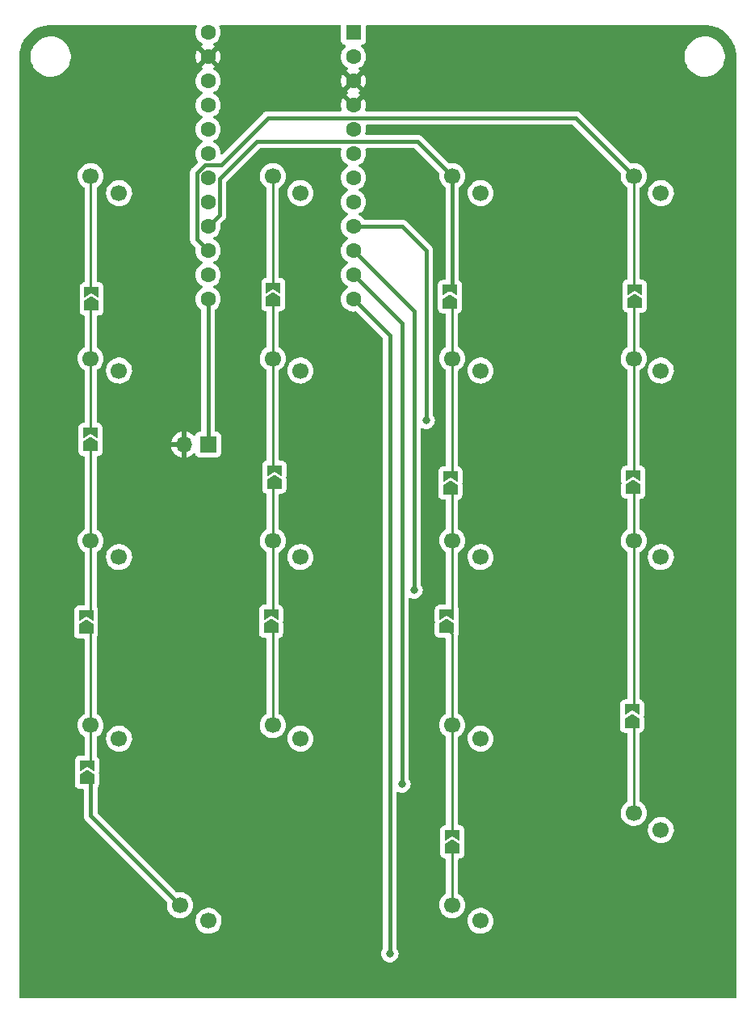
<source format=gtl>
%TF.GenerationSoftware,KiCad,Pcbnew,(6.0.0)*%
%TF.CreationDate,2022-03-13T19:29:42-04:00*%
%TF.ProjectId,numpad_pcb,6e756d70-6164-45f7-9063-622e6b696361,rev?*%
%TF.SameCoordinates,Original*%
%TF.FileFunction,Copper,L1,Top*%
%TF.FilePolarity,Positive*%
%FSLAX46Y46*%
G04 Gerber Fmt 4.6, Leading zero omitted, Abs format (unit mm)*
G04 Created by KiCad (PCBNEW (6.0.0)) date 2022-03-13 19:29:42*
%MOMM*%
%LPD*%
G01*
G04 APERTURE LIST*
G04 Aperture macros list*
%AMFreePoly0*
4,1,6,1.000000,0.000000,0.500000,-0.750000,-0.500000,-0.750000,-0.500000,0.750000,0.500000,0.750000,1.000000,0.000000,1.000000,0.000000,$1*%
%AMFreePoly1*
4,1,6,0.500000,-0.750000,-0.650000,-0.750000,-0.150000,0.000000,-0.650000,0.750000,0.500000,0.750000,0.500000,-0.750000,0.500000,-0.750000,$1*%
G04 Aperture macros list end*
%TA.AperFunction,SMDPad,CuDef*%
%ADD10FreePoly0,90.000000*%
%TD*%
%TA.AperFunction,SMDPad,CuDef*%
%ADD11FreePoly1,90.000000*%
%TD*%
%TA.AperFunction,ComponentPad*%
%ADD12C,1.700000*%
%TD*%
%TA.AperFunction,ComponentPad*%
%ADD13R,1.700000X1.700000*%
%TD*%
%TA.AperFunction,ComponentPad*%
%ADD14O,1.700000X1.700000*%
%TD*%
%TA.AperFunction,ComponentPad*%
%ADD15R,1.600000X1.600000*%
%TD*%
%TA.AperFunction,ComponentPad*%
%ADD16C,1.600000*%
%TD*%
%TA.AperFunction,ViaPad*%
%ADD17C,0.800000*%
%TD*%
%TA.AperFunction,Conductor*%
%ADD18C,0.250000*%
%TD*%
%TA.AperFunction,Conductor*%
%ADD19C,0.400000*%
%TD*%
G04 APERTURE END LIST*
D10*
%TO.P,J11,1,Pin_1*%
%TO.N,Net-(J1-Pad21)*%
X154940000Y-86032000D03*
D11*
%TO.P,J11,2,Pin_2*%
%TO.N,Net-(J1-Pad13)*%
X154940000Y-84582000D03*
%TD*%
D10*
%TO.P,J7,1,Pin_1*%
%TO.N,Net-(J1-Pad11)*%
X136372600Y-66282400D03*
D11*
%TO.P,J7,2,Pin_2*%
%TO.N,/col2*%
X136372600Y-64832400D03*
%TD*%
D10*
%TO.P,J8,1,Pin_1*%
%TO.N,Net-(J1-Pad19)*%
X136474200Y-85408600D03*
D11*
%TO.P,J8,2,Pin_2*%
%TO.N,Net-(J1-Pad11)*%
X136474200Y-83958600D03*
%TD*%
D10*
%TO.P,J15,1,Pin_1*%
%TO.N,Net-(J17-Pad2)*%
X174117000Y-85942000D03*
D11*
%TO.P,J15,2,Pin_2*%
%TO.N,Net-(J1-Pad15)*%
X174117000Y-84492000D03*
%TD*%
D10*
%TO.P,J14,1,Pin_1*%
%TO.N,Net-(J1-Pad15)*%
X174269400Y-66434800D03*
D11*
%TO.P,J14,2,Pin_2*%
%TO.N,/col4*%
X174269400Y-64984800D03*
%TD*%
D12*
%TO.P,J1,1,A*%
%TO.N,/col1*%
X117220000Y-53160000D03*
%TO.P,J1,2,B*%
%TO.N,Net-(D1-Pad2)*%
X120200000Y-54940000D03*
%TO.P,J1,3,A*%
%TO.N,/col2*%
X136320000Y-53160000D03*
%TO.P,J1,4,B*%
%TO.N,Net-(D6-Pad2)*%
X139210000Y-54940000D03*
%TO.P,J1,5,A*%
%TO.N,/col3*%
X155120000Y-53160000D03*
%TO.P,J1,6,B*%
%TO.N,Net-(D10-Pad2)*%
X158110000Y-54940000D03*
%TO.P,J1,7,A*%
%TO.N,/col4*%
X174160000Y-53160000D03*
%TO.P,J1,8,B*%
%TO.N,Net-(D15-Pad2)*%
X177010000Y-54940000D03*
%TO.P,J1,9,A*%
%TO.N,Net-(J1-Pad9)*%
X117220000Y-72260000D03*
%TO.P,J1,10,B*%
%TO.N,Net-(D2-Pad2)*%
X120200000Y-73530000D03*
%TO.P,J1,11,A*%
%TO.N,Net-(J1-Pad11)*%
X136320000Y-72260000D03*
%TO.P,J1,12,B*%
%TO.N,Net-(D7-Pad2)*%
X139210000Y-73530000D03*
%TO.P,J1,13,A*%
%TO.N,Net-(J1-Pad13)*%
X155120000Y-72260000D03*
%TO.P,J1,14,B*%
%TO.N,Net-(D11-Pad2)*%
X158110000Y-73530000D03*
%TO.P,J1,15,A*%
%TO.N,Net-(J1-Pad15)*%
X174160000Y-72260000D03*
%TO.P,J1,16,B*%
%TO.N,Net-(D16-Pad2)*%
X177010000Y-73530000D03*
%TO.P,J1,17,A*%
%TO.N,Net-(J1-Pad17)*%
X117220000Y-91350000D03*
%TO.P,J1,18,B*%
%TO.N,Net-(D3-Pad2)*%
X120200000Y-93060000D03*
%TO.P,J1,19,A*%
%TO.N,Net-(J1-Pad19)*%
X136320000Y-91350000D03*
%TO.P,J1,20,B*%
%TO.N,Net-(D8-Pad2)*%
X139210000Y-93060000D03*
%TO.P,J1,21,A*%
%TO.N,Net-(J1-Pad21)*%
X155120000Y-91350000D03*
%TO.P,J1,22,B*%
%TO.N,Net-(D12-Pad2)*%
X158110000Y-93060000D03*
%TO.P,J1,23,A*%
%TO.N,Net-(J17-Pad2)*%
X174160000Y-91350000D03*
%TO.P,J1,24,B*%
%TO.N,Net-(D17-Pad2)*%
X177010000Y-93060000D03*
%TO.P,J1,25,A*%
%TO.N,Net-(J1-Pad25)*%
X117220000Y-110680000D03*
%TO.P,J1,26,B*%
%TO.N,Net-(D4-Pad2)*%
X120200000Y-112090000D03*
%TO.P,J1,27,A*%
%TO.N,Net-(J1-Pad27)*%
X136320000Y-110680000D03*
%TO.P,J1,28,B*%
%TO.N,Net-(D9-Pad2)*%
X139210000Y-112090000D03*
%TO.P,J1,29,A*%
%TO.N,Net-(J1-Pad29)*%
X155120000Y-110680000D03*
%TO.P,J1,30,B*%
%TO.N,Net-(D13-Pad2)*%
X158110000Y-112090000D03*
%TO.P,J1,31,A*%
%TO.N,Net-(J1-Pad31)*%
X174160000Y-119870000D03*
%TO.P,J1,32,B*%
%TO.N,Net-(D18-Pad2)*%
X177010000Y-121660000D03*
%TO.P,J1,33,A*%
%TO.N,Net-(J1-Pad33)*%
X126580000Y-129540000D03*
%TO.P,J1,34,B*%
%TO.N,Net-(D5-Pad2)*%
X129590000Y-131180000D03*
%TO.P,J1,35,A*%
%TO.N,Net-(J1-Pad35)*%
X155120000Y-129540000D03*
%TO.P,J1,36,B*%
%TO.N,Net-(D14-Pad2)*%
X158110000Y-131180000D03*
%TD*%
D10*
%TO.P,J9,1,Pin_1*%
%TO.N,Net-(J1-Pad27)*%
X136144000Y-100521600D03*
D11*
%TO.P,J9,2,Pin_2*%
%TO.N,Net-(J1-Pad19)*%
X136144000Y-99071600D03*
%TD*%
D10*
%TO.P,J10,1,Pin_1*%
%TO.N,Net-(J1-Pad13)*%
X154889200Y-66511000D03*
D11*
%TO.P,J10,2,Pin_2*%
%TO.N,/col3*%
X154889200Y-65061000D03*
%TD*%
D10*
%TO.P,J6,1,Pin_1*%
%TO.N,Net-(J1-Pad33)*%
X116840000Y-116332000D03*
D11*
%TO.P,J6,2,Pin_2*%
%TO.N,Net-(J1-Pad25)*%
X116840000Y-114882000D03*
%TD*%
D10*
%TO.P,J13,1,Pin_1*%
%TO.N,Net-(J1-Pad35)*%
X155143200Y-123635600D03*
D11*
%TO.P,J13,2,Pin_2*%
%TO.N,Net-(J1-Pad29)*%
X155143200Y-122185600D03*
%TD*%
D10*
%TO.P,J4,1,Pin_1*%
%TO.N,Net-(J1-Pad25)*%
X116738400Y-100597800D03*
D11*
%TO.P,J4,2,Pin_2*%
%TO.N,Net-(J1-Pad17)*%
X116738400Y-99147800D03*
%TD*%
D10*
%TO.P,J17,1,Pin_1*%
%TO.N,Net-(J1-Pad31)*%
X173990000Y-110453000D03*
D11*
%TO.P,J17,2,Pin_2*%
%TO.N,Net-(J17-Pad2)*%
X173990000Y-109003000D03*
%TD*%
D10*
%TO.P,J12,1,Pin_1*%
%TO.N,Net-(J1-Pad29)*%
X154559000Y-100521600D03*
D11*
%TO.P,J12,2,Pin_2*%
%TO.N,Net-(J1-Pad21)*%
X154559000Y-99071600D03*
%TD*%
D10*
%TO.P,J3,1,Pin_1*%
%TO.N,Net-(J1-Pad17)*%
X117195600Y-81471600D03*
D11*
%TO.P,J3,2,Pin_2*%
%TO.N,Net-(J1-Pad9)*%
X117195600Y-80021600D03*
%TD*%
D10*
%TO.P,J2,1,Pin_1*%
%TO.N,Net-(J1-Pad9)*%
X117322600Y-66739600D03*
D11*
%TO.P,J2,2,Pin_2*%
%TO.N,/col1*%
X117322600Y-65289600D03*
%TD*%
D13*
%TO.P,B1,1,Pin_1*%
%TO.N,Net-(B1-Pad1)*%
X129540000Y-81280000D03*
D14*
%TO.P,B1,2,Pin_2*%
%TO.N,GND*%
X127000000Y-81280000D03*
%TD*%
D15*
%TO.P,U1,1,TX*%
%TO.N,unconnected-(U1-Pad1)*%
X144780000Y-38100000D03*
D16*
%TO.P,U1,2,RX*%
%TO.N,unconnected-(U1-Pad2)*%
X144780000Y-40640000D03*
%TO.P,U1,3,GND*%
%TO.N,GND*%
X144780000Y-43180000D03*
%TO.P,U1,4,GND*%
X144780000Y-45720000D03*
%TO.P,U1,5,SDA*%
%TO.N,unconnected-(U1-Pad5)*%
X144780000Y-48260000D03*
%TO.P,U1,6,SCL*%
%TO.N,unconnected-(U1-Pad6)*%
X144780000Y-50800000D03*
%TO.P,U1,7,D4*%
%TO.N,/row1*%
X144780000Y-53340000D03*
%TO.P,U1,8,C6*%
%TO.N,unconnected-(U1-Pad8)*%
X144780000Y-55880000D03*
%TO.P,U1,9,D7*%
%TO.N,/row2*%
X144780000Y-58420000D03*
%TO.P,U1,10,E6*%
%TO.N,/row3*%
X144780000Y-60960000D03*
%TO.P,U1,11,B4*%
%TO.N,/row4*%
X144780000Y-63500000D03*
%TO.P,U1,12,B5*%
%TO.N,/row5*%
X144780000Y-66040000D03*
%TO.P,U1,13,B6*%
%TO.N,Net-(B1-Pad1)*%
X129540000Y-66040000D03*
%TO.P,U1,14,B2*%
%TO.N,unconnected-(U1-Pad14)*%
X129540000Y-63500000D03*
%TO.P,U1,15,B3*%
%TO.N,/col4*%
X129540000Y-60960000D03*
%TO.P,U1,16,B1*%
%TO.N,/col3*%
X129540000Y-58420000D03*
%TO.P,U1,17,F7*%
%TO.N,/col2*%
X129540000Y-55880000D03*
%TO.P,U1,18,F6*%
%TO.N,/col1*%
X129540000Y-53340000D03*
%TO.P,U1,19,F5*%
%TO.N,unconnected-(U1-Pad19)*%
X129540000Y-50800000D03*
%TO.P,U1,20,F4*%
%TO.N,unconnected-(U1-Pad20)*%
X129540000Y-48260000D03*
%TO.P,U1,21,VCC*%
%TO.N,unconnected-(U1-Pad21)*%
X129540000Y-45720000D03*
%TO.P,U1,22,RST*%
%TO.N,unconnected-(U1-Pad22)*%
X129540000Y-43180000D03*
%TO.P,U1,23,GND*%
%TO.N,GND*%
X129540000Y-40640000D03*
%TO.P,U1,24,RAW*%
%TO.N,unconnected-(U1-Pad24)*%
X129540000Y-38100000D03*
%TD*%
D17*
%TO.N,/row2*%
X152400000Y-78740000D03*
%TO.N,/row3*%
X151130000Y-96520000D03*
%TO.N,/row4*%
X149860000Y-116840000D03*
%TO.N,/row5*%
X148590000Y-134620000D03*
%TD*%
D18*
%TO.N,Net-(J1-Pad19)*%
X136320000Y-85562800D02*
X136320000Y-91350000D01*
X136474200Y-85408600D02*
X136320000Y-85562800D01*
%TO.N,Net-(J1-Pad11)*%
X136320000Y-72260000D02*
X136320000Y-83804400D01*
X136320000Y-83804400D02*
X136474200Y-83958600D01*
%TO.N,Net-(J1-Pad35)*%
X155120000Y-123658800D02*
X155120000Y-129540000D01*
X155143200Y-123635600D02*
X155120000Y-123658800D01*
%TO.N,Net-(J1-Pad29)*%
X155120000Y-122162400D02*
X155143200Y-122185600D01*
X155120000Y-110680000D02*
X155120000Y-122162400D01*
%TO.N,Net-(J1-Pad15)*%
X174160000Y-66544200D02*
X174160000Y-72260000D01*
X174269400Y-66434800D02*
X174160000Y-66544200D01*
%TO.N,/col4*%
X174160000Y-53160000D02*
X174160000Y-64875400D01*
X174160000Y-64875400D02*
X174269400Y-64984800D01*
D19*
%TO.N,/col3*%
X155120000Y-64830200D02*
X154889200Y-65061000D01*
X155120000Y-53160000D02*
X155120000Y-64830200D01*
D18*
%TO.N,Net-(J1-Pad13)*%
X155120000Y-66741800D02*
X154889200Y-66511000D01*
X155120000Y-72260000D02*
X155120000Y-66741800D01*
%TO.N,/col2*%
X136320000Y-64779800D02*
X136320000Y-53160000D01*
X136372600Y-64832400D02*
X136320000Y-64779800D01*
%TO.N,Net-(J1-Pad11)*%
X136320000Y-66335000D02*
X136320000Y-72260000D01*
X136372600Y-66282400D02*
X136320000Y-66335000D01*
%TO.N,/col1*%
X117220000Y-65187000D02*
X117220000Y-53160000D01*
X117322600Y-65289600D02*
X117220000Y-65187000D01*
%TO.N,Net-(J1-Pad9)*%
X117220000Y-66842200D02*
X117220000Y-72260000D01*
X117322600Y-66739600D02*
X117220000Y-66842200D01*
X117220000Y-79997200D02*
X117220000Y-72260000D01*
X117195600Y-80021600D02*
X117220000Y-79997200D01*
%TO.N,Net-(J1-Pad17)*%
X117220000Y-81496000D02*
X117220000Y-91350000D01*
X117195600Y-81471600D02*
X117220000Y-81496000D01*
X117220000Y-98666200D02*
X116738400Y-99147800D01*
X117220000Y-91350000D02*
X117220000Y-98666200D01*
%TO.N,Net-(J1-Pad25)*%
X117220000Y-101079400D02*
X116738400Y-100597800D01*
X117220000Y-110680000D02*
X117220000Y-101079400D01*
%TO.N,Net-(J1-Pad27)*%
X136320000Y-100697600D02*
X136144000Y-100521600D01*
X136320000Y-110680000D02*
X136320000Y-100697600D01*
%TO.N,Net-(J1-Pad19)*%
X136320000Y-98895600D02*
X136144000Y-99071600D01*
X136320000Y-91350000D02*
X136320000Y-98895600D01*
%TO.N,Net-(J1-Pad29)*%
X155120000Y-101082600D02*
X155120000Y-110680000D01*
X154559000Y-100521600D02*
X155120000Y-101082600D01*
%TO.N,Net-(J1-Pad21)*%
X155120000Y-98510600D02*
X154559000Y-99071600D01*
X155120000Y-91350000D02*
X155120000Y-98510600D01*
%TO.N,Net-(J17-Pad2)*%
X174160000Y-91350000D02*
X174160000Y-85985000D01*
X174160000Y-85985000D02*
X174117000Y-85942000D01*
%TO.N,Net-(J1-Pad15)*%
X174160000Y-84449000D02*
X174117000Y-84492000D01*
X174160000Y-72260000D02*
X174160000Y-84449000D01*
D19*
%TO.N,Net-(B1-Pad1)*%
X129540000Y-81280000D02*
X129540000Y-66040000D01*
%TO.N,/row2*%
X152400000Y-60960000D02*
X152400000Y-78740000D01*
X144780000Y-58420000D02*
X149860000Y-58420000D01*
X149860000Y-58420000D02*
X152400000Y-60960000D01*
%TO.N,/row3*%
X144780000Y-60960000D02*
X151130000Y-67310000D01*
X151130000Y-67310000D02*
X151130000Y-96520000D01*
%TO.N,/row4*%
X144780000Y-63500000D02*
X149860000Y-68580000D01*
X149860000Y-68580000D02*
X149860000Y-116840000D01*
%TO.N,/row5*%
X148590000Y-69850000D02*
X148590000Y-134620000D01*
X144780000Y-66040000D02*
X148590000Y-69850000D01*
%TO.N,/col3*%
X130739511Y-53410489D02*
X134620000Y-49530000D01*
X129540000Y-58420000D02*
X130739511Y-57220489D01*
X151490000Y-49530000D02*
X155120000Y-53160000D01*
X134620000Y-49530000D02*
X151490000Y-49530000D01*
X130739511Y-57220489D02*
X130739511Y-53410489D01*
%TO.N,/col4*%
X130880489Y-51999511D02*
X135819511Y-47060489D01*
X168060489Y-47060489D02*
X174160000Y-53160000D01*
X128340489Y-52843145D02*
X129184123Y-51999511D01*
X135819511Y-47060489D02*
X168060489Y-47060489D01*
X129184123Y-51999511D02*
X130880489Y-51999511D01*
X129540000Y-60960000D02*
X128340489Y-59760489D01*
X128340489Y-59760489D02*
X128340489Y-52843145D01*
D18*
%TO.N,Net-(J1-Pad13)*%
X155120000Y-72260000D02*
X155120000Y-84402000D01*
X155120000Y-84402000D02*
X154940000Y-84582000D01*
%TO.N,Net-(J1-Pad21)*%
X154940000Y-86032000D02*
X155120000Y-86212000D01*
X155120000Y-86212000D02*
X155120000Y-91350000D01*
%TO.N,Net-(J1-Pad25)*%
X117220000Y-114502000D02*
X117220000Y-110680000D01*
X116840000Y-114882000D02*
X117220000Y-114502000D01*
%TO.N,Net-(J1-Pad31)*%
X174160000Y-110623000D02*
X173990000Y-110453000D01*
X174160000Y-119870000D02*
X174160000Y-110623000D01*
D19*
%TO.N,Net-(J1-Pad33)*%
X117220000Y-120180000D02*
X126580000Y-129540000D01*
X117220000Y-120180000D02*
X117220000Y-116712000D01*
X117220000Y-116712000D02*
X116840000Y-116332000D01*
D18*
%TO.N,Net-(J17-Pad2)*%
X173990000Y-109003000D02*
X174160000Y-108833000D01*
X174160000Y-108833000D02*
X174160000Y-91350000D01*
%TD*%
%TA.AperFunction,Conductor*%
%TO.N,GND*%
G36*
X128321897Y-37358002D02*
G01*
X128368390Y-37411658D01*
X128378494Y-37481932D01*
X128367971Y-37517250D01*
X128305716Y-37650757D01*
X128246457Y-37871913D01*
X128226502Y-38100000D01*
X128246457Y-38328087D01*
X128305716Y-38549243D01*
X128308039Y-38554224D01*
X128308039Y-38554225D01*
X128400151Y-38751762D01*
X128400154Y-38751767D01*
X128402477Y-38756749D01*
X128533802Y-38944300D01*
X128695700Y-39106198D01*
X128700208Y-39109355D01*
X128700211Y-39109357D01*
X128741542Y-39138297D01*
X128883251Y-39237523D01*
X128888233Y-39239846D01*
X128888238Y-39239849D01*
X128923049Y-39256081D01*
X128976334Y-39302998D01*
X128995795Y-39371275D01*
X128975253Y-39439235D01*
X128923049Y-39484471D01*
X128888489Y-39500586D01*
X128878994Y-39506069D01*
X128826952Y-39542509D01*
X128818576Y-39552988D01*
X128825644Y-39566434D01*
X129527188Y-40267978D01*
X129541132Y-40275592D01*
X129542965Y-40275461D01*
X129549580Y-40271210D01*
X130255077Y-39565713D01*
X130261507Y-39553938D01*
X130252211Y-39541923D01*
X130201006Y-39506069D01*
X130191511Y-39500586D01*
X130156951Y-39484471D01*
X130103666Y-39437554D01*
X130084205Y-39369277D01*
X130104747Y-39301317D01*
X130156951Y-39256081D01*
X130191762Y-39239849D01*
X130191767Y-39239846D01*
X130196749Y-39237523D01*
X130338458Y-39138297D01*
X130379789Y-39109357D01*
X130379792Y-39109355D01*
X130384300Y-39106198D01*
X130546198Y-38944300D01*
X130677523Y-38756749D01*
X130679846Y-38751767D01*
X130679849Y-38751762D01*
X130771961Y-38554225D01*
X130771961Y-38554224D01*
X130774284Y-38549243D01*
X130833543Y-38328087D01*
X130853498Y-38100000D01*
X130833543Y-37871913D01*
X130774284Y-37650757D01*
X130712029Y-37517250D01*
X130701368Y-37447058D01*
X130730348Y-37382245D01*
X130789768Y-37343389D01*
X130826224Y-37338000D01*
X143345500Y-37338000D01*
X143413621Y-37358002D01*
X143460114Y-37411658D01*
X143471500Y-37464000D01*
X143471500Y-38948134D01*
X143478255Y-39010316D01*
X143529385Y-39146705D01*
X143616739Y-39263261D01*
X143733295Y-39350615D01*
X143869684Y-39401745D01*
X143880474Y-39402917D01*
X143882606Y-39403803D01*
X143885222Y-39404425D01*
X143885121Y-39404848D01*
X143946035Y-39430155D01*
X143986463Y-39488517D01*
X143988922Y-39559471D01*
X143952629Y-39620490D01*
X143943969Y-39627489D01*
X143940207Y-39630646D01*
X143935700Y-39633802D01*
X143773802Y-39795700D01*
X143642477Y-39983251D01*
X143640154Y-39988233D01*
X143640151Y-39988238D01*
X143640034Y-39988489D01*
X143545716Y-40190757D01*
X143544294Y-40196065D01*
X143544293Y-40196067D01*
X143523019Y-40275461D01*
X143486457Y-40411913D01*
X143466502Y-40640000D01*
X143486457Y-40868087D01*
X143487881Y-40873400D01*
X143487881Y-40873402D01*
X143525025Y-41012022D01*
X143545716Y-41089243D01*
X143548039Y-41094224D01*
X143548039Y-41094225D01*
X143640151Y-41291762D01*
X143640154Y-41291767D01*
X143642477Y-41296749D01*
X143773802Y-41484300D01*
X143935700Y-41646198D01*
X143940208Y-41649355D01*
X143940211Y-41649357D01*
X144018389Y-41704098D01*
X144123251Y-41777523D01*
X144128233Y-41779846D01*
X144128238Y-41779849D01*
X144163049Y-41796081D01*
X144216334Y-41842998D01*
X144235795Y-41911275D01*
X144215253Y-41979235D01*
X144163049Y-42024471D01*
X144128489Y-42040586D01*
X144118994Y-42046069D01*
X144066952Y-42082509D01*
X144058576Y-42092988D01*
X144065644Y-42106434D01*
X144767188Y-42807978D01*
X144781132Y-42815592D01*
X144782965Y-42815461D01*
X144789580Y-42811210D01*
X145495077Y-42105713D01*
X145501507Y-42093938D01*
X145492211Y-42081923D01*
X145441006Y-42046069D01*
X145431511Y-42040586D01*
X145396951Y-42024471D01*
X145343666Y-41977554D01*
X145324205Y-41909277D01*
X145344747Y-41841317D01*
X145396951Y-41796081D01*
X145431762Y-41779849D01*
X145431767Y-41779846D01*
X145436749Y-41777523D01*
X145541611Y-41704098D01*
X145619789Y-41649357D01*
X145619792Y-41649355D01*
X145624300Y-41646198D01*
X145786198Y-41484300D01*
X145917523Y-41296749D01*
X145919846Y-41291767D01*
X145919849Y-41291762D01*
X146011961Y-41094225D01*
X146011961Y-41094224D01*
X146014284Y-41089243D01*
X146034976Y-41012022D01*
X146072119Y-40873402D01*
X146072119Y-40873400D01*
X146073543Y-40868087D01*
X146081888Y-40772703D01*
X179500743Y-40772703D01*
X179501302Y-40776947D01*
X179501302Y-40776951D01*
X179513988Y-40873312D01*
X179538268Y-41057734D01*
X179614129Y-41335036D01*
X179726923Y-41599476D01*
X179795636Y-41714287D01*
X179872338Y-41842446D01*
X179874561Y-41846161D01*
X180054313Y-42070528D01*
X180262851Y-42268423D01*
X180496317Y-42436186D01*
X180500112Y-42438195D01*
X180500113Y-42438196D01*
X180521869Y-42449715D01*
X180750392Y-42570712D01*
X181020373Y-42669511D01*
X181301264Y-42730755D01*
X181329841Y-42733004D01*
X181524282Y-42748307D01*
X181524291Y-42748307D01*
X181526739Y-42748500D01*
X181682271Y-42748500D01*
X181684407Y-42748354D01*
X181684418Y-42748354D01*
X181892548Y-42734165D01*
X181892554Y-42734164D01*
X181896825Y-42733873D01*
X181901020Y-42733004D01*
X181901022Y-42733004D01*
X182037584Y-42704723D01*
X182178342Y-42675574D01*
X182449343Y-42579607D01*
X182704812Y-42447750D01*
X182708313Y-42445289D01*
X182708317Y-42445287D01*
X182822417Y-42365096D01*
X182940023Y-42282441D01*
X183142876Y-42093938D01*
X183147479Y-42089661D01*
X183147481Y-42089658D01*
X183150622Y-42086740D01*
X183332713Y-41864268D01*
X183482927Y-41619142D01*
X183542119Y-41484300D01*
X183596757Y-41359830D01*
X183598483Y-41355898D01*
X183677244Y-41079406D01*
X183717751Y-40794784D01*
X183717845Y-40776951D01*
X183719235Y-40511583D01*
X183719235Y-40511576D01*
X183719257Y-40507297D01*
X183706700Y-40411913D01*
X183688735Y-40275461D01*
X183681732Y-40222266D01*
X183605871Y-39944964D01*
X183594580Y-39918493D01*
X183494763Y-39684476D01*
X183494761Y-39684472D01*
X183493077Y-39680524D01*
X183350294Y-39441951D01*
X183347643Y-39437521D01*
X183347640Y-39437517D01*
X183345439Y-39433839D01*
X183165687Y-39209472D01*
X182957149Y-39011577D01*
X182723683Y-38843814D01*
X182701843Y-38832250D01*
X182567760Y-38761257D01*
X182469608Y-38709288D01*
X182199627Y-38610489D01*
X181918736Y-38549245D01*
X181887685Y-38546801D01*
X181695718Y-38531693D01*
X181695709Y-38531693D01*
X181693261Y-38531500D01*
X181537729Y-38531500D01*
X181535593Y-38531646D01*
X181535582Y-38531646D01*
X181327452Y-38545835D01*
X181327446Y-38545836D01*
X181323175Y-38546127D01*
X181318980Y-38546996D01*
X181318978Y-38546996D01*
X181182417Y-38575276D01*
X181041658Y-38604426D01*
X180770657Y-38700393D01*
X180515188Y-38832250D01*
X180511687Y-38834711D01*
X180511683Y-38834713D01*
X180501594Y-38841804D01*
X180279977Y-38997559D01*
X180069378Y-39193260D01*
X179887287Y-39415732D01*
X179737073Y-39660858D01*
X179735347Y-39664791D01*
X179735346Y-39664792D01*
X179675901Y-39800211D01*
X179621517Y-39924102D01*
X179542756Y-40200594D01*
X179502249Y-40485216D01*
X179502227Y-40489505D01*
X179502226Y-40489512D01*
X179500765Y-40768417D01*
X179500743Y-40772703D01*
X146081888Y-40772703D01*
X146093498Y-40640000D01*
X146073543Y-40411913D01*
X146036981Y-40275461D01*
X146015707Y-40196067D01*
X146015706Y-40196065D01*
X146014284Y-40190757D01*
X145919966Y-39988489D01*
X145919849Y-39988238D01*
X145919846Y-39988233D01*
X145917523Y-39983251D01*
X145786198Y-39795700D01*
X145624300Y-39633802D01*
X145619789Y-39630643D01*
X145615576Y-39627108D01*
X145616527Y-39625974D01*
X145576529Y-39575929D01*
X145569224Y-39505310D01*
X145601258Y-39441951D01*
X145662462Y-39405970D01*
X145679517Y-39402918D01*
X145690316Y-39401745D01*
X145826705Y-39350615D01*
X145943261Y-39263261D01*
X146030615Y-39146705D01*
X146081745Y-39010316D01*
X146088500Y-38948134D01*
X146088500Y-37464000D01*
X146108502Y-37395879D01*
X146162158Y-37349386D01*
X146214500Y-37338000D01*
X181560672Y-37338000D01*
X181580057Y-37339500D01*
X181594858Y-37341805D01*
X181594861Y-37341805D01*
X181603730Y-37343186D01*
X181622411Y-37340743D01*
X181645342Y-37339852D01*
X181948557Y-37355743D01*
X181961665Y-37357120D01*
X182120299Y-37382245D01*
X182290002Y-37409123D01*
X182302902Y-37411865D01*
X182624000Y-37497903D01*
X182636536Y-37501977D01*
X182909358Y-37606703D01*
X182946876Y-37621105D01*
X182958924Y-37626469D01*
X183255120Y-37777388D01*
X183266536Y-37783979D01*
X183545334Y-37965033D01*
X183555992Y-37972776D01*
X183719863Y-38105475D01*
X183814344Y-38181984D01*
X183824145Y-38190810D01*
X184059190Y-38425855D01*
X184068015Y-38435655D01*
X184210787Y-38611964D01*
X184277221Y-38694004D01*
X184284967Y-38704666D01*
X184466018Y-38983459D01*
X184472612Y-38994880D01*
X184623531Y-39291076D01*
X184628895Y-39303124D01*
X184733616Y-39575929D01*
X184748021Y-39613456D01*
X184752097Y-39625999D01*
X184755232Y-39637699D01*
X184838135Y-39947098D01*
X184840877Y-39959998D01*
X184854928Y-40048715D01*
X184890862Y-40275592D01*
X184892879Y-40288329D01*
X184894257Y-40301443D01*
X184904823Y-40503049D01*
X184909764Y-40597330D01*
X184908436Y-40623312D01*
X184908195Y-40624856D01*
X184908195Y-40624860D01*
X184906814Y-40633730D01*
X184907978Y-40642632D01*
X184907978Y-40642635D01*
X184910936Y-40665251D01*
X184912000Y-40681589D01*
X184912000Y-139176000D01*
X184891998Y-139244121D01*
X184838342Y-139290614D01*
X184786000Y-139302000D01*
X109854000Y-139302000D01*
X109785879Y-139281998D01*
X109739386Y-139228342D01*
X109728000Y-139176000D01*
X109728000Y-131146695D01*
X128227251Y-131146695D01*
X128227548Y-131151848D01*
X128227548Y-131151851D01*
X128233011Y-131246590D01*
X128240110Y-131369715D01*
X128241247Y-131374761D01*
X128241248Y-131374767D01*
X128261119Y-131462939D01*
X128289222Y-131587639D01*
X128373266Y-131794616D01*
X128489987Y-131985088D01*
X128636250Y-132153938D01*
X128808126Y-132296632D01*
X129001000Y-132409338D01*
X129209692Y-132489030D01*
X129214760Y-132490061D01*
X129214763Y-132490062D01*
X129322017Y-132511883D01*
X129428597Y-132533567D01*
X129433772Y-132533757D01*
X129433774Y-132533757D01*
X129646673Y-132541564D01*
X129646677Y-132541564D01*
X129651837Y-132541753D01*
X129656957Y-132541097D01*
X129656959Y-132541097D01*
X129868288Y-132514025D01*
X129868289Y-132514025D01*
X129873416Y-132513368D01*
X129878366Y-132511883D01*
X130082429Y-132450661D01*
X130082434Y-132450659D01*
X130087384Y-132449174D01*
X130287994Y-132350896D01*
X130469860Y-132221173D01*
X130628096Y-132063489D01*
X130687594Y-131980689D01*
X130755435Y-131886277D01*
X130758453Y-131882077D01*
X130857430Y-131681811D01*
X130922370Y-131468069D01*
X130951529Y-131246590D01*
X130953156Y-131180000D01*
X130934852Y-130957361D01*
X130880431Y-130740702D01*
X130791354Y-130535840D01*
X130670014Y-130348277D01*
X130519670Y-130183051D01*
X130515619Y-130179852D01*
X130515615Y-130179848D01*
X130348414Y-130047800D01*
X130348410Y-130047798D01*
X130344359Y-130044598D01*
X130339311Y-130041811D01*
X130292136Y-130015769D01*
X130148789Y-129936638D01*
X130143920Y-129934914D01*
X130143916Y-129934912D01*
X129943087Y-129863795D01*
X129943083Y-129863794D01*
X129938212Y-129862069D01*
X129933119Y-129861162D01*
X129933116Y-129861161D01*
X129723373Y-129823800D01*
X129723367Y-129823799D01*
X129718284Y-129822894D01*
X129644452Y-129821992D01*
X129500081Y-129820228D01*
X129500079Y-129820228D01*
X129494911Y-129820165D01*
X129274091Y-129853955D01*
X129061756Y-129923357D01*
X128863607Y-130026507D01*
X128859474Y-130029610D01*
X128859471Y-130029612D01*
X128689100Y-130157530D01*
X128684965Y-130160635D01*
X128681393Y-130164373D01*
X128603124Y-130246277D01*
X128530629Y-130322138D01*
X128527715Y-130326410D01*
X128527714Y-130326411D01*
X128512798Y-130348277D01*
X128404743Y-130506680D01*
X128310688Y-130709305D01*
X128250989Y-130924570D01*
X128227251Y-131146695D01*
X109728000Y-131146695D01*
X109728000Y-101097800D01*
X115474671Y-101097800D01*
X115479900Y-101170911D01*
X115498722Y-101235011D01*
X115517736Y-101299767D01*
X115521096Y-101311211D01*
X115525967Y-101318790D01*
X115595278Y-101426641D01*
X115595280Y-101426644D01*
X115600150Y-101434221D01*
X115606960Y-101440122D01*
X115703845Y-101524074D01*
X115703848Y-101524076D01*
X115710657Y-101529976D01*
X115718854Y-101533720D01*
X115718855Y-101533720D01*
X115722378Y-101535329D01*
X115843666Y-101590719D01*
X115988400Y-101611529D01*
X116460500Y-101611529D01*
X116528621Y-101631531D01*
X116575114Y-101685187D01*
X116586500Y-101737529D01*
X116586500Y-109401692D01*
X116566498Y-109469813D01*
X116518683Y-109513453D01*
X116493607Y-109526507D01*
X116489474Y-109529610D01*
X116489471Y-109529612D01*
X116319100Y-109657530D01*
X116314965Y-109660635D01*
X116160629Y-109822138D01*
X116034743Y-110006680D01*
X115940688Y-110209305D01*
X115880989Y-110424570D01*
X115857251Y-110646695D01*
X115857548Y-110651848D01*
X115857548Y-110651851D01*
X115869812Y-110864547D01*
X115870110Y-110869715D01*
X115871247Y-110874761D01*
X115871248Y-110874767D01*
X115884624Y-110934118D01*
X115919222Y-111087639D01*
X115957461Y-111181811D01*
X116001157Y-111289421D01*
X116003266Y-111294616D01*
X116005965Y-111299020D01*
X116108737Y-111466729D01*
X116119987Y-111485088D01*
X116266250Y-111653938D01*
X116438126Y-111796632D01*
X116442593Y-111799242D01*
X116524070Y-111846853D01*
X116572794Y-111898491D01*
X116586500Y-111955641D01*
X116586500Y-113742271D01*
X116566498Y-113810392D01*
X116512842Y-113856885D01*
X116460500Y-113868271D01*
X116090000Y-113868271D01*
X116058014Y-113870559D01*
X116023627Y-113873018D01*
X116023626Y-113873018D01*
X116016889Y-113873500D01*
X115937382Y-113896845D01*
X115885235Y-113912157D01*
X115885233Y-113912158D01*
X115876589Y-113914696D01*
X115869010Y-113919567D01*
X115761159Y-113988878D01*
X115761156Y-113988880D01*
X115753579Y-113993750D01*
X115747678Y-114000560D01*
X115663726Y-114097445D01*
X115663724Y-114097448D01*
X115657824Y-114104257D01*
X115597081Y-114237266D01*
X115576271Y-114382000D01*
X115576271Y-115532000D01*
X115582800Y-115613645D01*
X115584890Y-115620343D01*
X115584890Y-115620345D01*
X115591328Y-115640981D01*
X115595762Y-115696438D01*
X115576271Y-115832000D01*
X115576271Y-116832000D01*
X115581500Y-116905111D01*
X115602531Y-116976734D01*
X115616223Y-117023365D01*
X115622696Y-117045411D01*
X115627567Y-117052990D01*
X115696878Y-117160841D01*
X115696880Y-117160844D01*
X115701750Y-117168421D01*
X115708560Y-117174322D01*
X115805445Y-117258274D01*
X115805448Y-117258276D01*
X115812257Y-117264176D01*
X115945266Y-117324919D01*
X116090000Y-117345729D01*
X116385500Y-117345729D01*
X116453621Y-117365731D01*
X116500114Y-117419387D01*
X116511500Y-117471729D01*
X116511500Y-120151088D01*
X116511208Y-120159658D01*
X116507275Y-120217352D01*
X116508580Y-120224829D01*
X116508580Y-120224830D01*
X116518261Y-120280299D01*
X116519223Y-120286821D01*
X116526898Y-120350242D01*
X116529581Y-120357343D01*
X116530222Y-120359952D01*
X116534685Y-120376262D01*
X116535450Y-120378798D01*
X116536757Y-120386284D01*
X116539811Y-120393241D01*
X116562442Y-120444795D01*
X116564935Y-120450904D01*
X116579338Y-120489020D01*
X116587513Y-120510656D01*
X116591817Y-120516919D01*
X116593054Y-120519285D01*
X116601299Y-120534097D01*
X116602632Y-120536351D01*
X116605685Y-120543305D01*
X116624204Y-120567438D01*
X116644579Y-120593991D01*
X116648459Y-120599332D01*
X116680339Y-120645720D01*
X116680344Y-120645725D01*
X116684643Y-120651981D01*
X116690313Y-120657032D01*
X116690314Y-120657034D01*
X116731170Y-120693435D01*
X116736446Y-120698416D01*
X125207252Y-129169222D01*
X125241278Y-129231534D01*
X125241914Y-129281235D01*
X125240989Y-129284570D01*
X125217251Y-129506695D01*
X125217548Y-129511848D01*
X125217548Y-129511851D01*
X125223011Y-129606590D01*
X125230110Y-129729715D01*
X125231247Y-129734761D01*
X125231248Y-129734767D01*
X125251095Y-129822831D01*
X125279222Y-129947639D01*
X125363266Y-130154616D01*
X125479987Y-130345088D01*
X125626250Y-130513938D01*
X125798126Y-130656632D01*
X125991000Y-130769338D01*
X126199692Y-130849030D01*
X126204760Y-130850061D01*
X126204763Y-130850062D01*
X126312017Y-130871883D01*
X126418597Y-130893567D01*
X126423772Y-130893757D01*
X126423774Y-130893757D01*
X126636673Y-130901564D01*
X126636677Y-130901564D01*
X126641837Y-130901753D01*
X126646957Y-130901097D01*
X126646959Y-130901097D01*
X126858288Y-130874025D01*
X126858289Y-130874025D01*
X126863416Y-130873368D01*
X126868366Y-130871883D01*
X127072429Y-130810661D01*
X127072434Y-130810659D01*
X127077384Y-130809174D01*
X127277994Y-130710896D01*
X127459860Y-130581173D01*
X127618096Y-130423489D01*
X127669023Y-130352617D01*
X127745435Y-130246277D01*
X127748453Y-130242077D01*
X127777626Y-130183051D01*
X127845136Y-130046453D01*
X127845137Y-130046451D01*
X127847430Y-130041811D01*
X127912370Y-129828069D01*
X127941529Y-129606590D01*
X127943156Y-129540000D01*
X127924852Y-129317361D01*
X127870431Y-129100702D01*
X127781354Y-128895840D01*
X127660014Y-128708277D01*
X127509670Y-128543051D01*
X127505619Y-128539852D01*
X127505615Y-128539848D01*
X127338414Y-128407800D01*
X127338410Y-128407798D01*
X127334359Y-128404598D01*
X127329831Y-128402098D01*
X127213988Y-128338150D01*
X127138789Y-128296638D01*
X127133920Y-128294914D01*
X127133916Y-128294912D01*
X126933087Y-128223795D01*
X126933083Y-128223794D01*
X126928212Y-128222069D01*
X126923119Y-128221162D01*
X126923116Y-128221161D01*
X126713373Y-128183800D01*
X126713367Y-128183799D01*
X126708284Y-128182894D01*
X126634452Y-128181992D01*
X126490081Y-128180228D01*
X126490079Y-128180228D01*
X126484911Y-128180165D01*
X126320059Y-128205391D01*
X126249698Y-128195923D01*
X126211906Y-128169936D01*
X117965405Y-119923435D01*
X117931379Y-119861123D01*
X117928500Y-119834340D01*
X117928500Y-117264846D01*
X117948502Y-117196725D01*
X117959271Y-117182339D01*
X118022176Y-117109743D01*
X118082919Y-116976734D01*
X118103729Y-116832000D01*
X118103729Y-115832000D01*
X118103605Y-115830032D01*
X118100066Y-115773920D01*
X118100065Y-115773916D01*
X118099657Y-115767443D01*
X118087075Y-115721768D01*
X118083833Y-115670375D01*
X118103729Y-115532000D01*
X118103729Y-114382000D01*
X118098500Y-114308889D01*
X118057304Y-114168589D01*
X118015960Y-114104257D01*
X117983122Y-114053159D01*
X117983120Y-114053156D01*
X117978250Y-114045579D01*
X117896987Y-113975164D01*
X117858604Y-113915438D01*
X117853500Y-113879940D01*
X117853500Y-112056695D01*
X118837251Y-112056695D01*
X118837548Y-112061848D01*
X118837548Y-112061851D01*
X118843011Y-112156590D01*
X118850110Y-112279715D01*
X118851247Y-112284761D01*
X118851248Y-112284767D01*
X118871119Y-112372939D01*
X118899222Y-112497639D01*
X118983266Y-112704616D01*
X119099987Y-112895088D01*
X119246250Y-113063938D01*
X119418126Y-113206632D01*
X119611000Y-113319338D01*
X119819692Y-113399030D01*
X119824760Y-113400061D01*
X119824763Y-113400062D01*
X119932017Y-113421883D01*
X120038597Y-113443567D01*
X120043772Y-113443757D01*
X120043774Y-113443757D01*
X120256673Y-113451564D01*
X120256677Y-113451564D01*
X120261837Y-113451753D01*
X120266957Y-113451097D01*
X120266959Y-113451097D01*
X120478288Y-113424025D01*
X120478289Y-113424025D01*
X120483416Y-113423368D01*
X120488366Y-113421883D01*
X120692429Y-113360661D01*
X120692434Y-113360659D01*
X120697384Y-113359174D01*
X120897994Y-113260896D01*
X121079860Y-113131173D01*
X121238096Y-112973489D01*
X121297594Y-112890689D01*
X121365435Y-112796277D01*
X121368453Y-112792077D01*
X121467430Y-112591811D01*
X121532370Y-112378069D01*
X121561529Y-112156590D01*
X121563156Y-112090000D01*
X121560418Y-112056695D01*
X137847251Y-112056695D01*
X137847548Y-112061848D01*
X137847548Y-112061851D01*
X137853011Y-112156590D01*
X137860110Y-112279715D01*
X137861247Y-112284761D01*
X137861248Y-112284767D01*
X137881119Y-112372939D01*
X137909222Y-112497639D01*
X137993266Y-112704616D01*
X138109987Y-112895088D01*
X138256250Y-113063938D01*
X138428126Y-113206632D01*
X138621000Y-113319338D01*
X138829692Y-113399030D01*
X138834760Y-113400061D01*
X138834763Y-113400062D01*
X138942017Y-113421883D01*
X139048597Y-113443567D01*
X139053772Y-113443757D01*
X139053774Y-113443757D01*
X139266673Y-113451564D01*
X139266677Y-113451564D01*
X139271837Y-113451753D01*
X139276957Y-113451097D01*
X139276959Y-113451097D01*
X139488288Y-113424025D01*
X139488289Y-113424025D01*
X139493416Y-113423368D01*
X139498366Y-113421883D01*
X139702429Y-113360661D01*
X139702434Y-113360659D01*
X139707384Y-113359174D01*
X139907994Y-113260896D01*
X140089860Y-113131173D01*
X140248096Y-112973489D01*
X140307594Y-112890689D01*
X140375435Y-112796277D01*
X140378453Y-112792077D01*
X140477430Y-112591811D01*
X140542370Y-112378069D01*
X140571529Y-112156590D01*
X140573156Y-112090000D01*
X140554852Y-111867361D01*
X140500431Y-111650702D01*
X140411354Y-111445840D01*
X140316372Y-111299020D01*
X140292822Y-111262617D01*
X140292820Y-111262614D01*
X140290014Y-111258277D01*
X140139670Y-111093051D01*
X140135619Y-111089852D01*
X140135615Y-111089848D01*
X139968414Y-110957800D01*
X139968410Y-110957798D01*
X139964359Y-110954598D01*
X139768789Y-110846638D01*
X139763920Y-110844914D01*
X139763916Y-110844912D01*
X139563087Y-110773795D01*
X139563083Y-110773794D01*
X139558212Y-110772069D01*
X139553119Y-110771162D01*
X139553116Y-110771161D01*
X139343373Y-110733800D01*
X139343367Y-110733799D01*
X139338284Y-110732894D01*
X139264452Y-110731992D01*
X139120081Y-110730228D01*
X139120079Y-110730228D01*
X139114911Y-110730165D01*
X138894091Y-110763955D01*
X138681756Y-110833357D01*
X138483607Y-110936507D01*
X138479474Y-110939610D01*
X138479471Y-110939612D01*
X138309100Y-111067530D01*
X138304965Y-111070635D01*
X138150629Y-111232138D01*
X138024743Y-111416680D01*
X137930688Y-111619305D01*
X137870989Y-111834570D01*
X137847251Y-112056695D01*
X121560418Y-112056695D01*
X121544852Y-111867361D01*
X121490431Y-111650702D01*
X121401354Y-111445840D01*
X121306372Y-111299020D01*
X121282822Y-111262617D01*
X121282820Y-111262614D01*
X121280014Y-111258277D01*
X121129670Y-111093051D01*
X121125619Y-111089852D01*
X121125615Y-111089848D01*
X120958414Y-110957800D01*
X120958410Y-110957798D01*
X120954359Y-110954598D01*
X120758789Y-110846638D01*
X120753920Y-110844914D01*
X120753916Y-110844912D01*
X120553087Y-110773795D01*
X120553083Y-110773794D01*
X120548212Y-110772069D01*
X120543119Y-110771162D01*
X120543116Y-110771161D01*
X120333373Y-110733800D01*
X120333367Y-110733799D01*
X120328284Y-110732894D01*
X120254452Y-110731992D01*
X120110081Y-110730228D01*
X120110079Y-110730228D01*
X120104911Y-110730165D01*
X119884091Y-110763955D01*
X119671756Y-110833357D01*
X119473607Y-110936507D01*
X119469474Y-110939610D01*
X119469471Y-110939612D01*
X119299100Y-111067530D01*
X119294965Y-111070635D01*
X119140629Y-111232138D01*
X119014743Y-111416680D01*
X118920688Y-111619305D01*
X118860989Y-111834570D01*
X118837251Y-112056695D01*
X117853500Y-112056695D01*
X117853500Y-111960427D01*
X117873502Y-111892306D01*
X117914618Y-111852550D01*
X117917994Y-111850896D01*
X118099860Y-111721173D01*
X118258096Y-111563489D01*
X118274697Y-111540387D01*
X118385435Y-111386277D01*
X118388453Y-111382077D01*
X118437993Y-111281841D01*
X118485136Y-111186453D01*
X118485137Y-111186451D01*
X118487430Y-111181811D01*
X118532766Y-111032594D01*
X118550865Y-110973023D01*
X118550865Y-110973021D01*
X118552370Y-110968069D01*
X118581529Y-110746590D01*
X118581611Y-110743240D01*
X118583074Y-110683365D01*
X118583074Y-110683361D01*
X118583156Y-110680000D01*
X118564852Y-110457361D01*
X118510431Y-110240702D01*
X118421354Y-110035840D01*
X118300014Y-109848277D01*
X118149670Y-109683051D01*
X118145619Y-109679852D01*
X118145615Y-109679848D01*
X117978414Y-109547800D01*
X117978410Y-109547798D01*
X117974359Y-109544598D01*
X117969835Y-109542101D01*
X117969831Y-109542098D01*
X117918608Y-109513822D01*
X117868636Y-109463390D01*
X117853500Y-109403513D01*
X117853500Y-101499949D01*
X117873502Y-101431828D01*
X117884275Y-101417437D01*
X117914675Y-101382354D01*
X117914677Y-101382351D01*
X117920576Y-101375543D01*
X117924318Y-101367349D01*
X117924320Y-101367346D01*
X117977575Y-101250732D01*
X117981319Y-101242534D01*
X118002129Y-101097800D01*
X118002129Y-101021600D01*
X134880271Y-101021600D01*
X134885500Y-101094711D01*
X134926696Y-101235011D01*
X134931567Y-101242590D01*
X135000878Y-101350441D01*
X135000880Y-101350444D01*
X135005750Y-101358021D01*
X135012560Y-101363922D01*
X135109445Y-101447874D01*
X135109448Y-101447876D01*
X135116257Y-101453776D01*
X135249266Y-101514519D01*
X135394000Y-101535329D01*
X135560500Y-101535329D01*
X135628621Y-101555331D01*
X135675114Y-101608987D01*
X135686500Y-101661329D01*
X135686500Y-109401692D01*
X135666498Y-109469813D01*
X135618683Y-109513453D01*
X135593607Y-109526507D01*
X135589474Y-109529610D01*
X135589471Y-109529612D01*
X135419100Y-109657530D01*
X135414965Y-109660635D01*
X135260629Y-109822138D01*
X135134743Y-110006680D01*
X135040688Y-110209305D01*
X134980989Y-110424570D01*
X134957251Y-110646695D01*
X134957548Y-110651848D01*
X134957548Y-110651851D01*
X134969812Y-110864547D01*
X134970110Y-110869715D01*
X134971247Y-110874761D01*
X134971248Y-110874767D01*
X134984624Y-110934118D01*
X135019222Y-111087639D01*
X135057461Y-111181811D01*
X135101157Y-111289421D01*
X135103266Y-111294616D01*
X135105965Y-111299020D01*
X135208737Y-111466729D01*
X135219987Y-111485088D01*
X135366250Y-111653938D01*
X135538126Y-111796632D01*
X135731000Y-111909338D01*
X135939692Y-111989030D01*
X135944760Y-111990061D01*
X135944763Y-111990062D01*
X136052017Y-112011883D01*
X136158597Y-112033567D01*
X136163772Y-112033757D01*
X136163774Y-112033757D01*
X136376673Y-112041564D01*
X136376677Y-112041564D01*
X136381837Y-112041753D01*
X136386957Y-112041097D01*
X136386959Y-112041097D01*
X136598288Y-112014025D01*
X136598289Y-112014025D01*
X136603416Y-112013368D01*
X136608366Y-112011883D01*
X136812429Y-111950661D01*
X136812434Y-111950659D01*
X136817384Y-111949174D01*
X137017994Y-111850896D01*
X137199860Y-111721173D01*
X137358096Y-111563489D01*
X137374697Y-111540387D01*
X137485435Y-111386277D01*
X137488453Y-111382077D01*
X137537993Y-111281841D01*
X137585136Y-111186453D01*
X137585137Y-111186451D01*
X137587430Y-111181811D01*
X137632766Y-111032594D01*
X137650865Y-110973023D01*
X137650865Y-110973021D01*
X137652370Y-110968069D01*
X137681529Y-110746590D01*
X137681611Y-110743240D01*
X137683074Y-110683365D01*
X137683074Y-110683361D01*
X137683156Y-110680000D01*
X137664852Y-110457361D01*
X137610431Y-110240702D01*
X137521354Y-110035840D01*
X137400014Y-109848277D01*
X137249670Y-109683051D01*
X137245619Y-109679852D01*
X137245615Y-109679848D01*
X137078414Y-109547800D01*
X137078410Y-109547798D01*
X137074359Y-109544598D01*
X137069835Y-109542101D01*
X137069831Y-109542098D01*
X137018608Y-109513822D01*
X136968636Y-109463390D01*
X136953500Y-109403513D01*
X136953500Y-101628419D01*
X136973502Y-101560298D01*
X137027158Y-101513805D01*
X137044001Y-101507523D01*
X137069795Y-101499949D01*
X137107411Y-101488904D01*
X137183317Y-101440122D01*
X137222841Y-101414722D01*
X137222844Y-101414720D01*
X137230421Y-101409850D01*
X137236322Y-101403040D01*
X137320274Y-101306155D01*
X137320276Y-101306152D01*
X137326176Y-101299343D01*
X137386919Y-101166334D01*
X137407729Y-101021600D01*
X137407729Y-100021600D01*
X137407605Y-100019632D01*
X137404066Y-99963520D01*
X137404065Y-99963516D01*
X137403657Y-99957043D01*
X137391075Y-99911368D01*
X137387833Y-99859975D01*
X137407729Y-99721600D01*
X137407729Y-98571600D01*
X137402500Y-98498489D01*
X137361304Y-98358189D01*
X137318329Y-98291319D01*
X137287122Y-98242759D01*
X137287120Y-98242756D01*
X137282250Y-98235179D01*
X137275440Y-98229278D01*
X137178555Y-98145326D01*
X137178552Y-98145324D01*
X137171743Y-98139424D01*
X137135090Y-98122685D01*
X137046929Y-98082423D01*
X137046926Y-98082422D01*
X137038734Y-98078681D01*
X137038911Y-98078293D01*
X136984276Y-98043181D01*
X136954783Y-97978600D01*
X136953500Y-97960668D01*
X136953500Y-93026695D01*
X137847251Y-93026695D01*
X137847548Y-93031848D01*
X137847548Y-93031851D01*
X137853011Y-93126590D01*
X137860110Y-93249715D01*
X137861247Y-93254761D01*
X137861248Y-93254767D01*
X137881119Y-93342939D01*
X137909222Y-93467639D01*
X137993266Y-93674616D01*
X138109987Y-93865088D01*
X138256250Y-94033938D01*
X138428126Y-94176632D01*
X138621000Y-94289338D01*
X138829692Y-94369030D01*
X138834760Y-94370061D01*
X138834763Y-94370062D01*
X138942017Y-94391883D01*
X139048597Y-94413567D01*
X139053772Y-94413757D01*
X139053774Y-94413757D01*
X139266673Y-94421564D01*
X139266677Y-94421564D01*
X139271837Y-94421753D01*
X139276957Y-94421097D01*
X139276959Y-94421097D01*
X139488288Y-94394025D01*
X139488289Y-94394025D01*
X139493416Y-94393368D01*
X139498366Y-94391883D01*
X139702429Y-94330661D01*
X139702434Y-94330659D01*
X139707384Y-94329174D01*
X139907994Y-94230896D01*
X140089860Y-94101173D01*
X140248096Y-93943489D01*
X140307594Y-93860689D01*
X140375435Y-93766277D01*
X140378453Y-93762077D01*
X140477430Y-93561811D01*
X140542370Y-93348069D01*
X140571529Y-93126590D01*
X140573156Y-93060000D01*
X140554852Y-92837361D01*
X140500431Y-92620702D01*
X140411354Y-92415840D01*
X140290014Y-92228277D01*
X140139670Y-92063051D01*
X140135619Y-92059852D01*
X140135615Y-92059848D01*
X139968414Y-91927800D01*
X139968410Y-91927798D01*
X139964359Y-91924598D01*
X139768789Y-91816638D01*
X139763920Y-91814914D01*
X139763916Y-91814912D01*
X139563087Y-91743795D01*
X139563083Y-91743794D01*
X139558212Y-91742069D01*
X139553119Y-91741162D01*
X139553116Y-91741161D01*
X139343373Y-91703800D01*
X139343367Y-91703799D01*
X139338284Y-91702894D01*
X139264452Y-91701992D01*
X139120081Y-91700228D01*
X139120079Y-91700228D01*
X139114911Y-91700165D01*
X138894091Y-91733955D01*
X138681756Y-91803357D01*
X138483607Y-91906507D01*
X138479474Y-91909610D01*
X138479471Y-91909612D01*
X138400347Y-91969020D01*
X138304965Y-92040635D01*
X138150629Y-92202138D01*
X138024743Y-92386680D01*
X137930688Y-92589305D01*
X137870989Y-92804570D01*
X137847251Y-93026695D01*
X136953500Y-93026695D01*
X136953500Y-92630427D01*
X136973502Y-92562306D01*
X137014618Y-92522550D01*
X137017994Y-92520896D01*
X137199860Y-92391173D01*
X137358096Y-92233489D01*
X137377554Y-92206411D01*
X137485435Y-92056277D01*
X137488453Y-92052077D01*
X137561579Y-91904118D01*
X137585136Y-91856453D01*
X137585137Y-91856451D01*
X137587430Y-91851811D01*
X137652370Y-91638069D01*
X137681529Y-91416590D01*
X137683156Y-91350000D01*
X137664852Y-91127361D01*
X137610431Y-90910702D01*
X137521354Y-90705840D01*
X137400014Y-90518277D01*
X137249670Y-90353051D01*
X137245619Y-90349852D01*
X137245615Y-90349848D01*
X137078414Y-90217800D01*
X137078410Y-90217798D01*
X137074359Y-90214598D01*
X137069835Y-90212101D01*
X137069831Y-90212098D01*
X137018608Y-90183822D01*
X136968636Y-90133390D01*
X136953500Y-90073513D01*
X136953500Y-86548329D01*
X136973502Y-86480208D01*
X137027158Y-86433715D01*
X137079500Y-86422329D01*
X137224200Y-86422329D01*
X137256186Y-86420041D01*
X137290573Y-86417582D01*
X137290574Y-86417582D01*
X137297311Y-86417100D01*
X137376818Y-86393755D01*
X137428965Y-86378443D01*
X137428967Y-86378442D01*
X137437611Y-86375904D01*
X137501455Y-86334874D01*
X137553041Y-86301722D01*
X137553044Y-86301720D01*
X137560621Y-86296850D01*
X137605531Y-86245021D01*
X137650474Y-86193155D01*
X137650476Y-86193152D01*
X137656376Y-86186343D01*
X137717119Y-86053334D01*
X137737929Y-85908600D01*
X137737929Y-84908600D01*
X137737805Y-84906632D01*
X137734266Y-84850520D01*
X137734265Y-84850516D01*
X137733857Y-84844043D01*
X137721275Y-84798368D01*
X137718033Y-84746975D01*
X137737929Y-84608600D01*
X137737929Y-83458600D01*
X137732700Y-83385489D01*
X137691504Y-83245189D01*
X137650160Y-83180857D01*
X137617322Y-83129759D01*
X137617320Y-83129756D01*
X137612450Y-83122179D01*
X137605640Y-83116278D01*
X137508755Y-83032326D01*
X137508752Y-83032324D01*
X137501943Y-83026424D01*
X137368934Y-82965681D01*
X137224200Y-82944871D01*
X137079500Y-82944871D01*
X137011379Y-82924869D01*
X136964886Y-82871213D01*
X136953500Y-82818871D01*
X136953500Y-73540427D01*
X136966341Y-73496695D01*
X137847251Y-73496695D01*
X137847548Y-73501848D01*
X137847548Y-73501851D01*
X137853011Y-73596590D01*
X137860110Y-73719715D01*
X137861247Y-73724761D01*
X137861248Y-73724767D01*
X137881119Y-73812939D01*
X137909222Y-73937639D01*
X137993266Y-74144616D01*
X138109987Y-74335088D01*
X138256250Y-74503938D01*
X138428126Y-74646632D01*
X138621000Y-74759338D01*
X138829692Y-74839030D01*
X138834760Y-74840061D01*
X138834763Y-74840062D01*
X138942017Y-74861883D01*
X139048597Y-74883567D01*
X139053772Y-74883757D01*
X139053774Y-74883757D01*
X139266673Y-74891564D01*
X139266677Y-74891564D01*
X139271837Y-74891753D01*
X139276957Y-74891097D01*
X139276959Y-74891097D01*
X139488288Y-74864025D01*
X139488289Y-74864025D01*
X139493416Y-74863368D01*
X139498366Y-74861883D01*
X139702429Y-74800661D01*
X139702434Y-74800659D01*
X139707384Y-74799174D01*
X139907994Y-74700896D01*
X140089860Y-74571173D01*
X140248096Y-74413489D01*
X140307594Y-74330689D01*
X140375435Y-74236277D01*
X140378453Y-74232077D01*
X140477430Y-74031811D01*
X140542370Y-73818069D01*
X140571529Y-73596590D01*
X140573156Y-73530000D01*
X140554852Y-73307361D01*
X140500431Y-73090702D01*
X140411354Y-72885840D01*
X140290014Y-72698277D01*
X140139670Y-72533051D01*
X140135619Y-72529852D01*
X140135615Y-72529848D01*
X139968414Y-72397800D01*
X139968410Y-72397798D01*
X139964359Y-72394598D01*
X139768789Y-72286638D01*
X139763920Y-72284914D01*
X139763916Y-72284912D01*
X139563087Y-72213795D01*
X139563083Y-72213794D01*
X139558212Y-72212069D01*
X139553119Y-72211162D01*
X139553116Y-72211161D01*
X139343373Y-72173800D01*
X139343367Y-72173799D01*
X139338284Y-72172894D01*
X139264452Y-72171992D01*
X139120081Y-72170228D01*
X139120079Y-72170228D01*
X139114911Y-72170165D01*
X138894091Y-72203955D01*
X138681756Y-72273357D01*
X138651443Y-72289137D01*
X138579497Y-72326590D01*
X138483607Y-72376507D01*
X138479474Y-72379610D01*
X138479471Y-72379612D01*
X138379374Y-72454767D01*
X138304965Y-72510635D01*
X138301393Y-72514373D01*
X138159748Y-72662596D01*
X138150629Y-72672138D01*
X138024743Y-72856680D01*
X137930688Y-73059305D01*
X137870989Y-73274570D01*
X137847251Y-73496695D01*
X136966341Y-73496695D01*
X136973502Y-73472306D01*
X137014618Y-73432550D01*
X137017994Y-73430896D01*
X137199860Y-73301173D01*
X137358096Y-73143489D01*
X137417594Y-73060689D01*
X137485435Y-72966277D01*
X137488453Y-72962077D01*
X137526132Y-72885840D01*
X137585136Y-72766453D01*
X137585137Y-72766451D01*
X137587430Y-72761811D01*
X137652370Y-72548069D01*
X137681529Y-72326590D01*
X137682505Y-72286638D01*
X137683074Y-72263365D01*
X137683074Y-72263361D01*
X137683156Y-72260000D01*
X137664852Y-72037361D01*
X137610431Y-71820702D01*
X137521354Y-71615840D01*
X137400014Y-71428277D01*
X137249670Y-71263051D01*
X137245619Y-71259852D01*
X137245615Y-71259848D01*
X137078414Y-71127800D01*
X137078410Y-71127798D01*
X137074359Y-71124598D01*
X137069835Y-71122101D01*
X137069831Y-71122098D01*
X137018608Y-71093822D01*
X136968636Y-71043390D01*
X136953500Y-70983513D01*
X136953500Y-67422129D01*
X136973502Y-67354008D01*
X137027158Y-67307515D01*
X137079500Y-67296129D01*
X137122600Y-67296129D01*
X137154586Y-67293841D01*
X137188973Y-67291382D01*
X137188974Y-67291382D01*
X137195711Y-67290900D01*
X137288546Y-67263641D01*
X137327365Y-67252243D01*
X137327367Y-67252242D01*
X137336011Y-67249704D01*
X137390671Y-67214576D01*
X137451441Y-67175522D01*
X137451444Y-67175520D01*
X137459021Y-67170650D01*
X137484465Y-67141286D01*
X137548874Y-67066955D01*
X137548876Y-67066952D01*
X137554776Y-67060143D01*
X137561145Y-67046198D01*
X137609980Y-66939263D01*
X137615519Y-66927134D01*
X137636329Y-66782400D01*
X137636329Y-65782400D01*
X137636100Y-65778765D01*
X137632666Y-65724320D01*
X137632665Y-65724316D01*
X137632257Y-65717843D01*
X137629678Y-65708479D01*
X137629131Y-65706494D01*
X137619675Y-65672168D01*
X137616433Y-65620775D01*
X137619986Y-65596067D01*
X137636329Y-65482400D01*
X137636329Y-64332400D01*
X137631100Y-64259289D01*
X137602307Y-64161229D01*
X137592443Y-64127635D01*
X137592442Y-64127633D01*
X137589904Y-64118989D01*
X137544848Y-64048880D01*
X137515722Y-64003559D01*
X137515720Y-64003556D01*
X137510850Y-63995979D01*
X137482105Y-63971071D01*
X137407155Y-63906126D01*
X137407152Y-63906124D01*
X137400343Y-63900224D01*
X137267334Y-63839481D01*
X137122600Y-63818671D01*
X137079500Y-63818671D01*
X137011379Y-63798669D01*
X136964886Y-63745013D01*
X136953500Y-63692671D01*
X136953500Y-54906695D01*
X137847251Y-54906695D01*
X137847548Y-54911848D01*
X137847548Y-54911851D01*
X137854689Y-55035700D01*
X137860110Y-55129715D01*
X137861247Y-55134761D01*
X137861248Y-55134767D01*
X137882275Y-55228069D01*
X137909222Y-55347639D01*
X137993266Y-55554616D01*
X138109987Y-55745088D01*
X138256250Y-55913938D01*
X138428126Y-56056632D01*
X138621000Y-56169338D01*
X138829692Y-56249030D01*
X138834760Y-56250061D01*
X138834763Y-56250062D01*
X138942017Y-56271883D01*
X139048597Y-56293567D01*
X139053772Y-56293757D01*
X139053774Y-56293757D01*
X139266673Y-56301564D01*
X139266677Y-56301564D01*
X139271837Y-56301753D01*
X139276957Y-56301097D01*
X139276959Y-56301097D01*
X139488288Y-56274025D01*
X139488289Y-56274025D01*
X139493416Y-56273368D01*
X139498366Y-56271883D01*
X139702429Y-56210661D01*
X139702434Y-56210659D01*
X139707384Y-56209174D01*
X139907994Y-56110896D01*
X140089860Y-55981173D01*
X140248096Y-55823489D01*
X140307594Y-55740689D01*
X140375435Y-55646277D01*
X140378453Y-55642077D01*
X140477430Y-55441811D01*
X140542370Y-55228069D01*
X140571529Y-55006590D01*
X140573156Y-54940000D01*
X140554852Y-54717361D01*
X140500431Y-54500702D01*
X140411354Y-54295840D01*
X140306615Y-54133938D01*
X140292822Y-54112617D01*
X140292820Y-54112614D01*
X140290014Y-54108277D01*
X140139670Y-53943051D01*
X140135619Y-53939852D01*
X140135615Y-53939848D01*
X139968414Y-53807800D01*
X139968410Y-53807798D01*
X139964359Y-53804598D01*
X139936544Y-53789243D01*
X139876593Y-53756149D01*
X139768789Y-53696638D01*
X139763920Y-53694914D01*
X139763916Y-53694912D01*
X139563087Y-53623795D01*
X139563083Y-53623794D01*
X139558212Y-53622069D01*
X139553119Y-53621162D01*
X139553116Y-53621161D01*
X139343373Y-53583800D01*
X139343367Y-53583799D01*
X139338284Y-53582894D01*
X139264452Y-53581992D01*
X139120081Y-53580228D01*
X139120079Y-53580228D01*
X139114911Y-53580165D01*
X138894091Y-53613955D01*
X138681756Y-53683357D01*
X138651443Y-53699137D01*
X138488552Y-53783933D01*
X138483607Y-53786507D01*
X138479474Y-53789610D01*
X138479471Y-53789612D01*
X138382957Y-53862077D01*
X138304965Y-53920635D01*
X138150629Y-54082138D01*
X138024743Y-54266680D01*
X138009003Y-54300590D01*
X137944093Y-54440427D01*
X137930688Y-54469305D01*
X137870989Y-54684570D01*
X137847251Y-54906695D01*
X136953500Y-54906695D01*
X136953500Y-54440427D01*
X136973502Y-54372306D01*
X137014618Y-54332550D01*
X137017994Y-54330896D01*
X137199860Y-54201173D01*
X137212882Y-54188197D01*
X137354435Y-54047137D01*
X137358096Y-54043489D01*
X137395266Y-53991762D01*
X137485435Y-53866277D01*
X137488453Y-53862077D01*
X137521988Y-53794225D01*
X137585136Y-53666453D01*
X137585137Y-53666451D01*
X137587430Y-53661811D01*
X137652370Y-53448069D01*
X137681529Y-53226590D01*
X137683156Y-53160000D01*
X137664852Y-52937361D01*
X137610431Y-52720702D01*
X137521354Y-52515840D01*
X137459712Y-52420556D01*
X137402822Y-52332617D01*
X137402820Y-52332614D01*
X137400014Y-52328277D01*
X137249670Y-52163051D01*
X137245619Y-52159852D01*
X137245615Y-52159848D01*
X137078414Y-52027800D01*
X137078410Y-52027798D01*
X137074359Y-52024598D01*
X136878789Y-51916638D01*
X136873920Y-51914914D01*
X136873916Y-51914912D01*
X136673087Y-51843795D01*
X136673083Y-51843794D01*
X136668212Y-51842069D01*
X136663119Y-51841162D01*
X136663116Y-51841161D01*
X136453373Y-51803800D01*
X136453367Y-51803799D01*
X136448284Y-51802894D01*
X136374452Y-51801992D01*
X136230081Y-51800228D01*
X136230079Y-51800228D01*
X136224911Y-51800165D01*
X136004091Y-51833955D01*
X135791756Y-51903357D01*
X135593607Y-52006507D01*
X135589474Y-52009610D01*
X135589471Y-52009612D01*
X135419436Y-52137278D01*
X135414965Y-52140635D01*
X135260629Y-52302138D01*
X135134743Y-52486680D01*
X135119003Y-52520590D01*
X135045591Y-52678743D01*
X135040688Y-52689305D01*
X134980989Y-52904570D01*
X134957251Y-53126695D01*
X134957548Y-53131848D01*
X134957548Y-53131851D01*
X134963011Y-53226590D01*
X134970110Y-53349715D01*
X134971247Y-53354761D01*
X134971248Y-53354767D01*
X134991119Y-53442939D01*
X135019222Y-53567639D01*
X135103266Y-53774616D01*
X135120109Y-53802101D01*
X135190844Y-53917530D01*
X135219987Y-53965088D01*
X135366250Y-54133938D01*
X135538126Y-54276632D01*
X135618164Y-54323402D01*
X135624070Y-54326853D01*
X135672794Y-54378491D01*
X135686500Y-54435641D01*
X135686500Y-63696791D01*
X135666498Y-63764912D01*
X135612842Y-63811405D01*
X135569487Y-63822470D01*
X135549489Y-63823900D01*
X135477388Y-63845071D01*
X135417835Y-63862557D01*
X135417833Y-63862558D01*
X135409189Y-63865096D01*
X135401610Y-63869967D01*
X135293759Y-63939278D01*
X135293756Y-63939280D01*
X135286179Y-63944150D01*
X135280278Y-63950960D01*
X135196326Y-64047845D01*
X135196324Y-64047848D01*
X135190424Y-64054657D01*
X135186680Y-64062854D01*
X135186680Y-64062855D01*
X135171292Y-64096550D01*
X135129681Y-64187666D01*
X135108871Y-64332400D01*
X135108871Y-65482400D01*
X135115400Y-65564045D01*
X135117490Y-65570743D01*
X135117490Y-65570745D01*
X135123928Y-65591381D01*
X135128362Y-65646838D01*
X135108871Y-65782400D01*
X135108871Y-66782400D01*
X135114100Y-66855511D01*
X135155296Y-66995811D01*
X135167239Y-67014394D01*
X135229478Y-67111241D01*
X135229480Y-67111244D01*
X135234350Y-67118821D01*
X135241160Y-67124722D01*
X135338045Y-67208674D01*
X135338048Y-67208676D01*
X135344857Y-67214576D01*
X135353054Y-67218320D01*
X135353055Y-67218320D01*
X135366393Y-67224411D01*
X135477866Y-67275319D01*
X135578435Y-67289779D01*
X135643012Y-67319270D01*
X135681396Y-67378996D01*
X135686500Y-67414495D01*
X135686500Y-70981692D01*
X135666498Y-71049813D01*
X135618683Y-71093453D01*
X135593607Y-71106507D01*
X135589474Y-71109610D01*
X135589471Y-71109612D01*
X135565247Y-71127800D01*
X135414965Y-71240635D01*
X135260629Y-71402138D01*
X135134743Y-71586680D01*
X135040688Y-71789305D01*
X134980989Y-72004570D01*
X134957251Y-72226695D01*
X134957548Y-72231848D01*
X134957548Y-72231851D01*
X134963011Y-72326590D01*
X134970110Y-72449715D01*
X134971247Y-72454761D01*
X134971248Y-72454767D01*
X134991119Y-72542939D01*
X135019222Y-72667639D01*
X135103266Y-72874616D01*
X135219987Y-73065088D01*
X135366250Y-73233938D01*
X135538126Y-73376632D01*
X135542593Y-73379242D01*
X135624070Y-73426853D01*
X135672794Y-73478491D01*
X135686500Y-73535641D01*
X135686500Y-82845380D01*
X135666498Y-82913501D01*
X135612842Y-82959994D01*
X135595999Y-82966276D01*
X135510789Y-82991296D01*
X135503210Y-82996167D01*
X135395359Y-83065478D01*
X135395356Y-83065480D01*
X135387779Y-83070350D01*
X135381878Y-83077160D01*
X135297926Y-83174045D01*
X135297924Y-83174048D01*
X135292024Y-83180857D01*
X135231281Y-83313866D01*
X135210471Y-83458600D01*
X135210471Y-84608600D01*
X135217000Y-84690245D01*
X135219090Y-84696943D01*
X135219090Y-84696945D01*
X135225528Y-84717581D01*
X135229962Y-84773038D01*
X135210471Y-84908600D01*
X135210471Y-85908600D01*
X135215700Y-85981711D01*
X135256896Y-86122011D01*
X135261767Y-86129590D01*
X135331078Y-86237441D01*
X135331080Y-86237444D01*
X135335950Y-86245021D01*
X135342760Y-86250922D01*
X135439645Y-86334874D01*
X135439648Y-86334876D01*
X135446457Y-86340776D01*
X135454654Y-86344520D01*
X135454655Y-86344520D01*
X135571271Y-86397777D01*
X135571274Y-86397778D01*
X135579466Y-86401519D01*
X135588382Y-86402801D01*
X135595998Y-86405037D01*
X135655724Y-86443420D01*
X135685217Y-86508001D01*
X135686500Y-86525933D01*
X135686500Y-90071692D01*
X135666498Y-90139813D01*
X135618683Y-90183453D01*
X135593607Y-90196507D01*
X135589474Y-90199610D01*
X135589471Y-90199612D01*
X135565247Y-90217800D01*
X135414965Y-90330635D01*
X135260629Y-90492138D01*
X135134743Y-90676680D01*
X135040688Y-90879305D01*
X134980989Y-91094570D01*
X134957251Y-91316695D01*
X134957548Y-91321848D01*
X134957548Y-91321851D01*
X134963011Y-91416590D01*
X134970110Y-91539715D01*
X134971247Y-91544761D01*
X134971248Y-91544767D01*
X134991119Y-91632939D01*
X135019222Y-91757639D01*
X135103266Y-91964616D01*
X135219987Y-92155088D01*
X135366250Y-92323938D01*
X135538126Y-92466632D01*
X135542593Y-92469242D01*
X135624070Y-92516853D01*
X135672794Y-92568491D01*
X135686500Y-92625641D01*
X135686500Y-97931871D01*
X135666498Y-97999992D01*
X135612842Y-98046485D01*
X135560500Y-98057871D01*
X135394000Y-98057871D01*
X135362014Y-98060159D01*
X135327627Y-98062618D01*
X135327626Y-98062618D01*
X135320889Y-98063100D01*
X135263623Y-98079915D01*
X135189235Y-98101757D01*
X135189233Y-98101758D01*
X135180589Y-98104296D01*
X135173010Y-98109167D01*
X135065159Y-98178478D01*
X135065156Y-98178480D01*
X135057579Y-98183350D01*
X135051678Y-98190160D01*
X134967726Y-98287045D01*
X134967724Y-98287048D01*
X134961824Y-98293857D01*
X134901081Y-98426866D01*
X134880271Y-98571600D01*
X134880271Y-99721600D01*
X134886800Y-99803245D01*
X134888890Y-99809943D01*
X134888890Y-99809945D01*
X134895328Y-99830581D01*
X134899762Y-99886038D01*
X134880271Y-100021600D01*
X134880271Y-101021600D01*
X118002129Y-101021600D01*
X118002129Y-100097800D01*
X118002005Y-100095832D01*
X117998466Y-100039720D01*
X117998465Y-100039716D01*
X117998057Y-100033243D01*
X117985475Y-99987568D01*
X117982233Y-99936175D01*
X118002129Y-99797800D01*
X118002129Y-98647800D01*
X117996900Y-98574689D01*
X117955704Y-98434389D01*
X117876650Y-98311379D01*
X117878747Y-98310032D01*
X117854782Y-98257556D01*
X117853500Y-98239625D01*
X117853500Y-93026695D01*
X118837251Y-93026695D01*
X118837548Y-93031848D01*
X118837548Y-93031851D01*
X118843011Y-93126590D01*
X118850110Y-93249715D01*
X118851247Y-93254761D01*
X118851248Y-93254767D01*
X118871119Y-93342939D01*
X118899222Y-93467639D01*
X118983266Y-93674616D01*
X119099987Y-93865088D01*
X119246250Y-94033938D01*
X119418126Y-94176632D01*
X119611000Y-94289338D01*
X119819692Y-94369030D01*
X119824760Y-94370061D01*
X119824763Y-94370062D01*
X119932017Y-94391883D01*
X120038597Y-94413567D01*
X120043772Y-94413757D01*
X120043774Y-94413757D01*
X120256673Y-94421564D01*
X120256677Y-94421564D01*
X120261837Y-94421753D01*
X120266957Y-94421097D01*
X120266959Y-94421097D01*
X120478288Y-94394025D01*
X120478289Y-94394025D01*
X120483416Y-94393368D01*
X120488366Y-94391883D01*
X120692429Y-94330661D01*
X120692434Y-94330659D01*
X120697384Y-94329174D01*
X120897994Y-94230896D01*
X121079860Y-94101173D01*
X121238096Y-93943489D01*
X121297594Y-93860689D01*
X121365435Y-93766277D01*
X121368453Y-93762077D01*
X121467430Y-93561811D01*
X121532370Y-93348069D01*
X121561529Y-93126590D01*
X121563156Y-93060000D01*
X121544852Y-92837361D01*
X121490431Y-92620702D01*
X121401354Y-92415840D01*
X121280014Y-92228277D01*
X121129670Y-92063051D01*
X121125619Y-92059852D01*
X121125615Y-92059848D01*
X120958414Y-91927800D01*
X120958410Y-91927798D01*
X120954359Y-91924598D01*
X120758789Y-91816638D01*
X120753920Y-91814914D01*
X120753916Y-91814912D01*
X120553087Y-91743795D01*
X120553083Y-91743794D01*
X120548212Y-91742069D01*
X120543119Y-91741162D01*
X120543116Y-91741161D01*
X120333373Y-91703800D01*
X120333367Y-91703799D01*
X120328284Y-91702894D01*
X120254452Y-91701992D01*
X120110081Y-91700228D01*
X120110079Y-91700228D01*
X120104911Y-91700165D01*
X119884091Y-91733955D01*
X119671756Y-91803357D01*
X119473607Y-91906507D01*
X119469474Y-91909610D01*
X119469471Y-91909612D01*
X119390347Y-91969020D01*
X119294965Y-92040635D01*
X119140629Y-92202138D01*
X119014743Y-92386680D01*
X118920688Y-92589305D01*
X118860989Y-92804570D01*
X118837251Y-93026695D01*
X117853500Y-93026695D01*
X117853500Y-92630427D01*
X117873502Y-92562306D01*
X117914618Y-92522550D01*
X117917994Y-92520896D01*
X118099860Y-92391173D01*
X118258096Y-92233489D01*
X118277554Y-92206411D01*
X118385435Y-92056277D01*
X118388453Y-92052077D01*
X118461579Y-91904118D01*
X118485136Y-91856453D01*
X118485137Y-91856451D01*
X118487430Y-91851811D01*
X118552370Y-91638069D01*
X118581529Y-91416590D01*
X118583156Y-91350000D01*
X118564852Y-91127361D01*
X118510431Y-90910702D01*
X118421354Y-90705840D01*
X118300014Y-90518277D01*
X118149670Y-90353051D01*
X118145619Y-90349852D01*
X118145615Y-90349848D01*
X117978414Y-90217800D01*
X117978410Y-90217798D01*
X117974359Y-90214598D01*
X117969835Y-90212101D01*
X117969831Y-90212098D01*
X117918608Y-90183822D01*
X117868636Y-90133390D01*
X117853500Y-90073513D01*
X117853500Y-82609226D01*
X117873502Y-82541105D01*
X117927158Y-82494612D01*
X117970511Y-82483547D01*
X118018711Y-82480100D01*
X118111894Y-82452739D01*
X118150365Y-82441443D01*
X118150367Y-82441442D01*
X118159011Y-82438904D01*
X118222855Y-82397874D01*
X118274441Y-82364722D01*
X118274444Y-82364720D01*
X118282021Y-82359850D01*
X118287922Y-82353040D01*
X118371874Y-82256155D01*
X118371876Y-82256152D01*
X118377776Y-82249343D01*
X118381899Y-82240316D01*
X118434775Y-82124532D01*
X118438519Y-82116334D01*
X118459329Y-81971600D01*
X118459329Y-81547966D01*
X125668257Y-81547966D01*
X125698565Y-81682446D01*
X125701645Y-81692275D01*
X125781770Y-81889603D01*
X125786413Y-81898794D01*
X125897694Y-82080388D01*
X125903777Y-82088699D01*
X126043213Y-82249667D01*
X126050580Y-82256883D01*
X126214434Y-82392916D01*
X126222881Y-82398831D01*
X126406756Y-82506279D01*
X126416042Y-82510729D01*
X126615001Y-82586703D01*
X126624899Y-82589579D01*
X126728250Y-82610606D01*
X126742299Y-82609410D01*
X126746000Y-82599065D01*
X126746000Y-82598517D01*
X127254000Y-82598517D01*
X127258064Y-82612359D01*
X127271478Y-82614393D01*
X127278184Y-82613534D01*
X127288262Y-82611392D01*
X127492255Y-82550191D01*
X127501842Y-82546433D01*
X127693095Y-82452739D01*
X127701945Y-82447464D01*
X127875328Y-82323792D01*
X127883193Y-82317145D01*
X127987897Y-82212805D01*
X128050268Y-82178889D01*
X128121075Y-82184077D01*
X128177837Y-82226723D01*
X128194819Y-82257826D01*
X128239385Y-82376705D01*
X128326739Y-82493261D01*
X128443295Y-82580615D01*
X128579684Y-82631745D01*
X128641866Y-82638500D01*
X130438134Y-82638500D01*
X130500316Y-82631745D01*
X130636705Y-82580615D01*
X130753261Y-82493261D01*
X130840615Y-82376705D01*
X130891745Y-82240316D01*
X130898500Y-82178134D01*
X130898500Y-80381866D01*
X130891745Y-80319684D01*
X130840615Y-80183295D01*
X130753261Y-80066739D01*
X130636705Y-79979385D01*
X130500316Y-79928255D01*
X130438134Y-79921500D01*
X130374500Y-79921500D01*
X130306379Y-79901498D01*
X130259886Y-79847842D01*
X130248500Y-79795500D01*
X130248500Y-67206878D01*
X130268502Y-67138757D01*
X130302229Y-67103665D01*
X130379789Y-67049357D01*
X130379792Y-67049355D01*
X130384300Y-67046198D01*
X130546198Y-66884300D01*
X130566357Y-66855511D01*
X130674366Y-66701257D01*
X130677523Y-66696749D01*
X130679846Y-66691767D01*
X130679849Y-66691762D01*
X130771961Y-66494225D01*
X130771961Y-66494224D01*
X130774284Y-66489243D01*
X130833543Y-66268087D01*
X130853498Y-66040000D01*
X130833543Y-65811913D01*
X130832119Y-65806598D01*
X130775707Y-65596067D01*
X130775706Y-65596065D01*
X130774284Y-65590757D01*
X130722581Y-65479879D01*
X130679849Y-65388238D01*
X130679846Y-65388233D01*
X130677523Y-65383251D01*
X130546198Y-65195700D01*
X130384300Y-65033802D01*
X130379792Y-65030645D01*
X130379789Y-65030643D01*
X130301611Y-64975902D01*
X130196749Y-64902477D01*
X130191767Y-64900154D01*
X130191762Y-64900151D01*
X130157543Y-64884195D01*
X130104258Y-64837278D01*
X130084797Y-64769001D01*
X130105339Y-64701041D01*
X130157543Y-64655805D01*
X130191762Y-64639849D01*
X130191767Y-64639846D01*
X130196749Y-64637523D01*
X130312409Y-64556537D01*
X130379789Y-64509357D01*
X130379792Y-64509355D01*
X130384300Y-64506198D01*
X130546198Y-64344300D01*
X130551376Y-64336906D01*
X130634160Y-64218678D01*
X130677523Y-64156749D01*
X130679846Y-64151767D01*
X130679849Y-64151762D01*
X130771961Y-63954225D01*
X130771961Y-63954224D01*
X130774284Y-63949243D01*
X130780366Y-63926547D01*
X130832119Y-63733402D01*
X130832119Y-63733400D01*
X130833543Y-63728087D01*
X130853498Y-63500000D01*
X130833543Y-63271913D01*
X130832119Y-63266598D01*
X130775707Y-63056067D01*
X130775706Y-63056065D01*
X130774284Y-63050757D01*
X130771961Y-63045775D01*
X130679849Y-62848238D01*
X130679846Y-62848233D01*
X130677523Y-62843251D01*
X130546198Y-62655700D01*
X130384300Y-62493802D01*
X130379792Y-62490645D01*
X130379789Y-62490643D01*
X130301611Y-62435902D01*
X130196749Y-62362477D01*
X130191767Y-62360154D01*
X130191762Y-62360151D01*
X130157543Y-62344195D01*
X130104258Y-62297278D01*
X130084797Y-62229001D01*
X130105339Y-62161041D01*
X130157543Y-62115805D01*
X130191762Y-62099849D01*
X130191767Y-62099846D01*
X130196749Y-62097523D01*
X130301611Y-62024098D01*
X130379789Y-61969357D01*
X130379792Y-61969355D01*
X130384300Y-61966198D01*
X130546198Y-61804300D01*
X130677523Y-61616749D01*
X130679846Y-61611767D01*
X130679849Y-61611762D01*
X130771961Y-61414225D01*
X130771961Y-61414224D01*
X130774284Y-61409243D01*
X130809216Y-61278878D01*
X130832119Y-61193402D01*
X130832119Y-61193400D01*
X130833543Y-61188087D01*
X130853498Y-60960000D01*
X130833543Y-60731913D01*
X130774284Y-60510757D01*
X130743227Y-60444154D01*
X130679849Y-60308238D01*
X130679846Y-60308233D01*
X130677523Y-60303251D01*
X130556083Y-60129817D01*
X130549357Y-60120211D01*
X130549355Y-60120208D01*
X130546198Y-60115700D01*
X130384300Y-59953802D01*
X130379792Y-59950645D01*
X130379789Y-59950643D01*
X130301611Y-59895902D01*
X130196749Y-59822477D01*
X130191767Y-59820154D01*
X130191762Y-59820151D01*
X130157543Y-59804195D01*
X130104258Y-59757278D01*
X130084797Y-59689001D01*
X130105339Y-59621041D01*
X130157543Y-59575805D01*
X130191762Y-59559849D01*
X130191767Y-59559846D01*
X130196749Y-59557523D01*
X130301611Y-59484098D01*
X130379789Y-59429357D01*
X130379792Y-59429355D01*
X130384300Y-59426198D01*
X130546198Y-59264300D01*
X130677523Y-59076749D01*
X130679846Y-59071767D01*
X130679849Y-59071762D01*
X130771961Y-58874225D01*
X130771961Y-58874224D01*
X130774284Y-58869243D01*
X130833543Y-58648087D01*
X130853498Y-58420000D01*
X130833556Y-58192064D01*
X130847545Y-58122460D01*
X130869982Y-58091988D01*
X131220031Y-57741939D01*
X131226296Y-57736085D01*
X131254478Y-57711500D01*
X131269896Y-57698050D01*
X131306625Y-57645789D01*
X131310557Y-57640494D01*
X131345302Y-57596183D01*
X131349988Y-57590207D01*
X131353113Y-57583285D01*
X131354475Y-57581037D01*
X131362879Y-57566304D01*
X131364133Y-57563965D01*
X131368501Y-57557750D01*
X131371260Y-57550674D01*
X131371262Y-57550670D01*
X131391711Y-57498220D01*
X131394260Y-57492155D01*
X131420556Y-57433916D01*
X131421940Y-57426451D01*
X131422737Y-57423907D01*
X131427370Y-57407641D01*
X131428032Y-57405061D01*
X131430793Y-57397980D01*
X131439133Y-57334632D01*
X131440164Y-57328118D01*
X131448039Y-57285634D01*
X131451807Y-57265302D01*
X131448220Y-57203091D01*
X131448011Y-57195838D01*
X131448011Y-53756149D01*
X131468013Y-53688028D01*
X131484916Y-53667054D01*
X134876566Y-50275405D01*
X134938878Y-50241379D01*
X134965661Y-50238500D01*
X143411588Y-50238500D01*
X143479709Y-50258502D01*
X143526202Y-50312158D01*
X143536306Y-50382432D01*
X143533295Y-50397111D01*
X143486457Y-50571913D01*
X143466502Y-50800000D01*
X143486457Y-51028087D01*
X143545716Y-51249243D01*
X143548039Y-51254224D01*
X143548039Y-51254225D01*
X143640151Y-51451762D01*
X143640154Y-51451767D01*
X143642477Y-51456749D01*
X143773802Y-51644300D01*
X143935700Y-51806198D01*
X143940208Y-51809355D01*
X143940211Y-51809357D01*
X143963110Y-51825391D01*
X144123251Y-51937523D01*
X144128233Y-51939846D01*
X144128238Y-51939849D01*
X144162457Y-51955805D01*
X144215742Y-52002722D01*
X144235203Y-52070999D01*
X144214661Y-52138959D01*
X144162457Y-52184195D01*
X144128238Y-52200151D01*
X144128233Y-52200154D01*
X144123251Y-52202477D01*
X144018389Y-52275902D01*
X143940211Y-52330643D01*
X143940208Y-52330645D01*
X143935700Y-52333802D01*
X143773802Y-52495700D01*
X143770645Y-52500208D01*
X143770643Y-52500211D01*
X143756374Y-52520590D01*
X143642477Y-52683251D01*
X143640154Y-52688233D01*
X143640151Y-52688238D01*
X143564006Y-52851534D01*
X143545716Y-52890757D01*
X143544294Y-52896065D01*
X143544293Y-52896067D01*
X143487881Y-53106598D01*
X143486457Y-53111913D01*
X143466502Y-53340000D01*
X143486457Y-53568087D01*
X143487881Y-53573400D01*
X143487881Y-53573402D01*
X143500922Y-53622069D01*
X143545716Y-53789243D01*
X143548039Y-53794224D01*
X143548039Y-53794225D01*
X143640151Y-53991762D01*
X143640154Y-53991767D01*
X143642477Y-53996749D01*
X143773802Y-54184300D01*
X143935700Y-54346198D01*
X143940208Y-54349355D01*
X143940211Y-54349357D01*
X143972986Y-54372306D01*
X144123251Y-54477523D01*
X144128233Y-54479846D01*
X144128238Y-54479849D01*
X144162457Y-54495805D01*
X144215742Y-54542722D01*
X144235203Y-54610999D01*
X144214661Y-54678959D01*
X144162457Y-54724195D01*
X144128238Y-54740151D01*
X144128233Y-54740154D01*
X144123251Y-54742477D01*
X144018389Y-54815902D01*
X143940211Y-54870643D01*
X143940208Y-54870645D01*
X143935700Y-54873802D01*
X143773802Y-55035700D01*
X143642477Y-55223251D01*
X143640154Y-55228233D01*
X143640151Y-55228238D01*
X143548039Y-55425775D01*
X143545716Y-55430757D01*
X143544294Y-55436065D01*
X143544293Y-55436067D01*
X143487967Y-55646277D01*
X143486457Y-55651913D01*
X143466502Y-55880000D01*
X143486457Y-56108087D01*
X143487881Y-56113400D01*
X143487881Y-56113402D01*
X143536157Y-56293567D01*
X143545716Y-56329243D01*
X143548039Y-56334224D01*
X143548039Y-56334225D01*
X143640151Y-56531762D01*
X143640154Y-56531767D01*
X143642477Y-56536749D01*
X143773802Y-56724300D01*
X143935700Y-56886198D01*
X143940208Y-56889355D01*
X143940211Y-56889357D01*
X144018389Y-56944098D01*
X144123251Y-57017523D01*
X144128233Y-57019846D01*
X144128238Y-57019849D01*
X144162457Y-57035805D01*
X144215742Y-57082722D01*
X144235203Y-57150999D01*
X144214661Y-57218959D01*
X144162457Y-57264195D01*
X144128238Y-57280151D01*
X144128233Y-57280154D01*
X144123251Y-57282477D01*
X144018389Y-57355902D01*
X143940211Y-57410643D01*
X143940208Y-57410645D01*
X143935700Y-57413802D01*
X143773802Y-57575700D01*
X143770645Y-57580208D01*
X143770643Y-57580211D01*
X143728433Y-57640494D01*
X143642477Y-57763251D01*
X143640154Y-57768233D01*
X143640151Y-57768238D01*
X143548039Y-57965775D01*
X143545716Y-57970757D01*
X143486457Y-58191913D01*
X143466502Y-58420000D01*
X143486457Y-58648087D01*
X143545716Y-58869243D01*
X143548039Y-58874224D01*
X143548039Y-58874225D01*
X143640151Y-59071762D01*
X143640154Y-59071767D01*
X143642477Y-59076749D01*
X143773802Y-59264300D01*
X143935700Y-59426198D01*
X143940208Y-59429355D01*
X143940211Y-59429357D01*
X144018389Y-59484098D01*
X144123251Y-59557523D01*
X144128233Y-59559846D01*
X144128238Y-59559849D01*
X144162457Y-59575805D01*
X144215742Y-59622722D01*
X144235203Y-59690999D01*
X144214661Y-59758959D01*
X144162457Y-59804195D01*
X144128238Y-59820151D01*
X144128233Y-59820154D01*
X144123251Y-59822477D01*
X144018389Y-59895902D01*
X143940211Y-59950643D01*
X143940208Y-59950645D01*
X143935700Y-59953802D01*
X143773802Y-60115700D01*
X143770645Y-60120208D01*
X143770643Y-60120211D01*
X143763917Y-60129817D01*
X143642477Y-60303251D01*
X143640154Y-60308233D01*
X143640151Y-60308238D01*
X143576773Y-60444154D01*
X143545716Y-60510757D01*
X143486457Y-60731913D01*
X143466502Y-60960000D01*
X143486457Y-61188087D01*
X143487881Y-61193400D01*
X143487881Y-61193402D01*
X143510785Y-61278878D01*
X143545716Y-61409243D01*
X143548039Y-61414224D01*
X143548039Y-61414225D01*
X143640151Y-61611762D01*
X143640154Y-61611767D01*
X143642477Y-61616749D01*
X143773802Y-61804300D01*
X143935700Y-61966198D01*
X143940208Y-61969355D01*
X143940211Y-61969357D01*
X144018389Y-62024098D01*
X144123251Y-62097523D01*
X144128233Y-62099846D01*
X144128238Y-62099849D01*
X144162457Y-62115805D01*
X144215742Y-62162722D01*
X144235203Y-62230999D01*
X144214661Y-62298959D01*
X144162457Y-62344195D01*
X144128238Y-62360151D01*
X144128233Y-62360154D01*
X144123251Y-62362477D01*
X144018389Y-62435902D01*
X143940211Y-62490643D01*
X143940208Y-62490645D01*
X143935700Y-62493802D01*
X143773802Y-62655700D01*
X143642477Y-62843251D01*
X143640154Y-62848233D01*
X143640151Y-62848238D01*
X143548039Y-63045775D01*
X143545716Y-63050757D01*
X143544294Y-63056065D01*
X143544293Y-63056067D01*
X143487881Y-63266598D01*
X143486457Y-63271913D01*
X143466502Y-63500000D01*
X143486457Y-63728087D01*
X143487881Y-63733400D01*
X143487881Y-63733402D01*
X143539635Y-63926547D01*
X143545716Y-63949243D01*
X143548039Y-63954224D01*
X143548039Y-63954225D01*
X143640151Y-64151762D01*
X143640154Y-64151767D01*
X143642477Y-64156749D01*
X143685840Y-64218678D01*
X143768625Y-64336906D01*
X143773802Y-64344300D01*
X143935700Y-64506198D01*
X143940208Y-64509355D01*
X143940211Y-64509357D01*
X144007591Y-64556537D01*
X144123251Y-64637523D01*
X144128233Y-64639846D01*
X144128238Y-64639849D01*
X144162457Y-64655805D01*
X144215742Y-64702722D01*
X144235203Y-64770999D01*
X144214661Y-64838959D01*
X144162457Y-64884195D01*
X144128238Y-64900151D01*
X144128233Y-64900154D01*
X144123251Y-64902477D01*
X144018389Y-64975902D01*
X143940211Y-65030643D01*
X143940208Y-65030645D01*
X143935700Y-65033802D01*
X143773802Y-65195700D01*
X143642477Y-65383251D01*
X143640154Y-65388233D01*
X143640151Y-65388238D01*
X143597419Y-65479879D01*
X143545716Y-65590757D01*
X143544294Y-65596065D01*
X143544293Y-65596067D01*
X143487881Y-65806598D01*
X143486457Y-65811913D01*
X143466502Y-66040000D01*
X143486457Y-66268087D01*
X143545716Y-66489243D01*
X143548039Y-66494224D01*
X143548039Y-66494225D01*
X143640151Y-66691762D01*
X143640154Y-66691767D01*
X143642477Y-66696749D01*
X143645634Y-66701257D01*
X143753644Y-66855511D01*
X143773802Y-66884300D01*
X143935700Y-67046198D01*
X143940208Y-67049355D01*
X143940211Y-67049357D01*
X143999104Y-67090594D01*
X144123251Y-67177523D01*
X144128233Y-67179846D01*
X144128238Y-67179849D01*
X144307933Y-67263641D01*
X144330757Y-67274284D01*
X144336065Y-67275706D01*
X144336067Y-67275707D01*
X144546598Y-67332119D01*
X144546600Y-67332119D01*
X144551913Y-67333543D01*
X144780000Y-67353498D01*
X145007936Y-67333556D01*
X145077540Y-67347545D01*
X145108012Y-67369982D01*
X147844595Y-70106565D01*
X147878621Y-70168877D01*
X147881500Y-70195660D01*
X147881500Y-134001256D01*
X147861498Y-134069377D01*
X147857436Y-134075317D01*
X147855379Y-134078148D01*
X147850960Y-134083056D01*
X147755473Y-134248444D01*
X147696458Y-134430072D01*
X147676496Y-134620000D01*
X147696458Y-134809928D01*
X147755473Y-134991556D01*
X147850960Y-135156944D01*
X147978747Y-135298866D01*
X148133248Y-135411118D01*
X148139276Y-135413802D01*
X148139278Y-135413803D01*
X148301681Y-135486109D01*
X148307712Y-135488794D01*
X148401112Y-135508647D01*
X148488056Y-135527128D01*
X148488061Y-135527128D01*
X148494513Y-135528500D01*
X148685487Y-135528500D01*
X148691939Y-135527128D01*
X148691944Y-135527128D01*
X148778888Y-135508647D01*
X148872288Y-135488794D01*
X148878319Y-135486109D01*
X149040722Y-135413803D01*
X149040724Y-135413802D01*
X149046752Y-135411118D01*
X149201253Y-135298866D01*
X149329040Y-135156944D01*
X149424527Y-134991556D01*
X149483542Y-134809928D01*
X149503504Y-134620000D01*
X149483542Y-134430072D01*
X149424527Y-134248444D01*
X149329040Y-134083056D01*
X149324621Y-134078148D01*
X149322564Y-134075317D01*
X149298705Y-134008449D01*
X149298500Y-134001256D01*
X149298500Y-131146695D01*
X156747251Y-131146695D01*
X156747548Y-131151848D01*
X156747548Y-131151851D01*
X156753011Y-131246590D01*
X156760110Y-131369715D01*
X156761247Y-131374761D01*
X156761248Y-131374767D01*
X156781119Y-131462939D01*
X156809222Y-131587639D01*
X156893266Y-131794616D01*
X157009987Y-131985088D01*
X157156250Y-132153938D01*
X157328126Y-132296632D01*
X157521000Y-132409338D01*
X157729692Y-132489030D01*
X157734760Y-132490061D01*
X157734763Y-132490062D01*
X157842017Y-132511883D01*
X157948597Y-132533567D01*
X157953772Y-132533757D01*
X157953774Y-132533757D01*
X158166673Y-132541564D01*
X158166677Y-132541564D01*
X158171837Y-132541753D01*
X158176957Y-132541097D01*
X158176959Y-132541097D01*
X158388288Y-132514025D01*
X158388289Y-132514025D01*
X158393416Y-132513368D01*
X158398366Y-132511883D01*
X158602429Y-132450661D01*
X158602434Y-132450659D01*
X158607384Y-132449174D01*
X158807994Y-132350896D01*
X158989860Y-132221173D01*
X159148096Y-132063489D01*
X159207594Y-131980689D01*
X159275435Y-131886277D01*
X159278453Y-131882077D01*
X159377430Y-131681811D01*
X159442370Y-131468069D01*
X159471529Y-131246590D01*
X159473156Y-131180000D01*
X159454852Y-130957361D01*
X159400431Y-130740702D01*
X159311354Y-130535840D01*
X159190014Y-130348277D01*
X159039670Y-130183051D01*
X159035619Y-130179852D01*
X159035615Y-130179848D01*
X158868414Y-130047800D01*
X158868410Y-130047798D01*
X158864359Y-130044598D01*
X158859311Y-130041811D01*
X158812136Y-130015769D01*
X158668789Y-129936638D01*
X158663920Y-129934914D01*
X158663916Y-129934912D01*
X158463087Y-129863795D01*
X158463083Y-129863794D01*
X158458212Y-129862069D01*
X158453119Y-129861162D01*
X158453116Y-129861161D01*
X158243373Y-129823800D01*
X158243367Y-129823799D01*
X158238284Y-129822894D01*
X158164452Y-129821992D01*
X158020081Y-129820228D01*
X158020079Y-129820228D01*
X158014911Y-129820165D01*
X157794091Y-129853955D01*
X157581756Y-129923357D01*
X157383607Y-130026507D01*
X157379474Y-130029610D01*
X157379471Y-130029612D01*
X157209100Y-130157530D01*
X157204965Y-130160635D01*
X157201393Y-130164373D01*
X157123124Y-130246277D01*
X157050629Y-130322138D01*
X157047715Y-130326410D01*
X157047714Y-130326411D01*
X157032798Y-130348277D01*
X156924743Y-130506680D01*
X156830688Y-130709305D01*
X156770989Y-130924570D01*
X156747251Y-131146695D01*
X149298500Y-131146695D01*
X149298500Y-117778504D01*
X149318502Y-117710383D01*
X149372158Y-117663890D01*
X149442432Y-117653786D01*
X149475747Y-117663396D01*
X149577712Y-117708794D01*
X149671113Y-117728647D01*
X149758056Y-117747128D01*
X149758061Y-117747128D01*
X149764513Y-117748500D01*
X149955487Y-117748500D01*
X149961939Y-117747128D01*
X149961944Y-117747128D01*
X150048887Y-117728647D01*
X150142288Y-117708794D01*
X150265839Y-117653786D01*
X150310722Y-117633803D01*
X150310724Y-117633802D01*
X150316752Y-117631118D01*
X150471253Y-117518866D01*
X150599040Y-117376944D01*
X150694527Y-117211556D01*
X150753542Y-117029928D01*
X150773504Y-116840000D01*
X150753542Y-116650072D01*
X150694527Y-116468444D01*
X150599040Y-116303056D01*
X150594621Y-116298148D01*
X150592564Y-116295317D01*
X150568705Y-116228449D01*
X150568500Y-116221256D01*
X150568500Y-97458504D01*
X150588502Y-97390383D01*
X150642158Y-97343890D01*
X150712432Y-97333786D01*
X150745747Y-97343396D01*
X150847712Y-97388794D01*
X150941112Y-97408647D01*
X151028056Y-97427128D01*
X151028061Y-97427128D01*
X151034513Y-97428500D01*
X151225487Y-97428500D01*
X151231939Y-97427128D01*
X151231944Y-97427128D01*
X151318888Y-97408647D01*
X151412288Y-97388794D01*
X151535839Y-97333786D01*
X151580722Y-97313803D01*
X151580724Y-97313802D01*
X151586752Y-97311118D01*
X151741253Y-97198866D01*
X151869040Y-97056944D01*
X151964527Y-96891556D01*
X152023542Y-96709928D01*
X152043504Y-96520000D01*
X152023542Y-96330072D01*
X151964527Y-96148444D01*
X151869040Y-95983056D01*
X151864621Y-95978148D01*
X151862564Y-95975317D01*
X151838705Y-95908449D01*
X151838500Y-95901256D01*
X151838500Y-79678504D01*
X151858502Y-79610383D01*
X151912158Y-79563890D01*
X151982432Y-79553786D01*
X152015747Y-79563396D01*
X152117712Y-79608794D01*
X152211113Y-79628647D01*
X152298056Y-79647128D01*
X152298061Y-79647128D01*
X152304513Y-79648500D01*
X152495487Y-79648500D01*
X152501939Y-79647128D01*
X152501944Y-79647128D01*
X152588887Y-79628647D01*
X152682288Y-79608794D01*
X152805839Y-79553786D01*
X152850722Y-79533803D01*
X152850724Y-79533802D01*
X152856752Y-79531118D01*
X152863651Y-79526106D01*
X152912157Y-79490864D01*
X153011253Y-79418866D01*
X153049070Y-79376866D01*
X153134621Y-79281852D01*
X153134622Y-79281851D01*
X153139040Y-79276944D01*
X153197314Y-79176010D01*
X153231223Y-79117279D01*
X153231224Y-79117278D01*
X153234527Y-79111556D01*
X153293542Y-78929928D01*
X153313504Y-78740000D01*
X153293542Y-78550072D01*
X153234527Y-78368444D01*
X153139040Y-78203056D01*
X153134621Y-78198148D01*
X153132564Y-78195317D01*
X153108705Y-78128449D01*
X153108500Y-78121256D01*
X153108500Y-60988911D01*
X153108792Y-60980342D01*
X153112209Y-60930223D01*
X153112209Y-60930219D01*
X153112725Y-60922647D01*
X153101736Y-60859685D01*
X153100777Y-60853182D01*
X153094015Y-60797302D01*
X153093102Y-60789758D01*
X153090416Y-60782649D01*
X153089784Y-60780078D01*
X153085324Y-60763772D01*
X153084549Y-60761204D01*
X153083242Y-60753716D01*
X153057561Y-60695212D01*
X153055069Y-60689105D01*
X153035173Y-60636452D01*
X153035173Y-60636451D01*
X153032487Y-60629344D01*
X153028184Y-60623083D01*
X153026947Y-60620717D01*
X153018720Y-60605937D01*
X153017369Y-60603652D01*
X153014315Y-60596695D01*
X153009695Y-60590675D01*
X153009692Y-60590669D01*
X152975421Y-60546009D01*
X152971541Y-60540668D01*
X152939661Y-60494280D01*
X152939656Y-60494275D01*
X152935357Y-60488019D01*
X152888829Y-60446564D01*
X152883554Y-60441584D01*
X150381450Y-57939480D01*
X150375596Y-57933215D01*
X150375201Y-57932762D01*
X150337561Y-57889615D01*
X150285280Y-57852871D01*
X150279986Y-57848939D01*
X150235693Y-57814209D01*
X150229718Y-57809524D01*
X150222802Y-57806401D01*
X150220516Y-57805017D01*
X150205835Y-57796643D01*
X150203475Y-57795378D01*
X150197261Y-57791010D01*
X150190182Y-57788250D01*
X150190180Y-57788249D01*
X150137725Y-57767798D01*
X150131656Y-57765247D01*
X150073427Y-57738955D01*
X150065960Y-57737571D01*
X150063405Y-57736770D01*
X150047152Y-57732141D01*
X150044572Y-57731478D01*
X150037491Y-57728718D01*
X150029960Y-57727727D01*
X150029958Y-57727726D01*
X150000339Y-57723827D01*
X149974139Y-57720378D01*
X149967641Y-57719348D01*
X149904814Y-57707704D01*
X149897234Y-57708141D01*
X149897233Y-57708141D01*
X149842608Y-57711291D01*
X149835354Y-57711500D01*
X145946878Y-57711500D01*
X145878757Y-57691498D01*
X145843665Y-57657771D01*
X145789357Y-57580211D01*
X145789355Y-57580208D01*
X145786198Y-57575700D01*
X145624300Y-57413802D01*
X145619792Y-57410645D01*
X145619789Y-57410643D01*
X145541611Y-57355902D01*
X145436749Y-57282477D01*
X145431767Y-57280154D01*
X145431762Y-57280151D01*
X145397543Y-57264195D01*
X145344258Y-57217278D01*
X145324797Y-57149001D01*
X145345339Y-57081041D01*
X145397543Y-57035805D01*
X145431762Y-57019849D01*
X145431767Y-57019846D01*
X145436749Y-57017523D01*
X145541611Y-56944098D01*
X145619789Y-56889357D01*
X145619792Y-56889355D01*
X145624300Y-56886198D01*
X145786198Y-56724300D01*
X145917523Y-56536749D01*
X145919846Y-56531767D01*
X145919849Y-56531762D01*
X146011961Y-56334225D01*
X146011961Y-56334224D01*
X146014284Y-56329243D01*
X146023844Y-56293567D01*
X146072119Y-56113402D01*
X146072119Y-56113400D01*
X146073543Y-56108087D01*
X146093498Y-55880000D01*
X146073543Y-55651913D01*
X146072033Y-55646277D01*
X146015707Y-55436067D01*
X146015706Y-55436065D01*
X146014284Y-55430757D01*
X146011961Y-55425775D01*
X145919849Y-55228238D01*
X145919846Y-55228233D01*
X145917523Y-55223251D01*
X145786198Y-55035700D01*
X145624300Y-54873802D01*
X145619792Y-54870645D01*
X145619789Y-54870643D01*
X145541611Y-54815902D01*
X145436749Y-54742477D01*
X145431767Y-54740154D01*
X145431762Y-54740151D01*
X145397543Y-54724195D01*
X145344258Y-54677278D01*
X145324797Y-54609001D01*
X145345339Y-54541041D01*
X145397543Y-54495805D01*
X145431762Y-54479849D01*
X145431767Y-54479846D01*
X145436749Y-54477523D01*
X145587014Y-54372306D01*
X145619789Y-54349357D01*
X145619792Y-54349355D01*
X145624300Y-54346198D01*
X145786198Y-54184300D01*
X145917523Y-53996749D01*
X145919846Y-53991767D01*
X145919849Y-53991762D01*
X146011961Y-53794225D01*
X146011961Y-53794224D01*
X146014284Y-53789243D01*
X146059079Y-53622069D01*
X146072119Y-53573402D01*
X146072119Y-53573400D01*
X146073543Y-53568087D01*
X146093498Y-53340000D01*
X146073543Y-53111913D01*
X146072119Y-53106598D01*
X146015707Y-52896067D01*
X146015706Y-52896065D01*
X146014284Y-52890757D01*
X145995994Y-52851534D01*
X145919849Y-52688238D01*
X145919846Y-52688233D01*
X145917523Y-52683251D01*
X145803626Y-52520590D01*
X145789357Y-52500211D01*
X145789355Y-52500208D01*
X145786198Y-52495700D01*
X145624300Y-52333802D01*
X145619792Y-52330645D01*
X145619789Y-52330643D01*
X145541611Y-52275902D01*
X145436749Y-52202477D01*
X145431767Y-52200154D01*
X145431762Y-52200151D01*
X145397543Y-52184195D01*
X145344258Y-52137278D01*
X145324797Y-52069001D01*
X145345339Y-52001041D01*
X145397543Y-51955805D01*
X145431762Y-51939849D01*
X145431767Y-51939846D01*
X145436749Y-51937523D01*
X145596890Y-51825391D01*
X145619789Y-51809357D01*
X145619792Y-51809355D01*
X145624300Y-51806198D01*
X145786198Y-51644300D01*
X145917523Y-51456749D01*
X145919846Y-51451767D01*
X145919849Y-51451762D01*
X146011961Y-51254225D01*
X146011961Y-51254224D01*
X146014284Y-51249243D01*
X146073543Y-51028087D01*
X146093498Y-50800000D01*
X146073543Y-50571913D01*
X146026705Y-50397111D01*
X146028395Y-50326135D01*
X146068189Y-50267339D01*
X146133453Y-50239391D01*
X146148412Y-50238500D01*
X151144340Y-50238500D01*
X151212461Y-50258502D01*
X151233435Y-50275405D01*
X153747251Y-52789222D01*
X153781277Y-52851534D01*
X153781915Y-52901231D01*
X153780989Y-52904570D01*
X153757251Y-53126695D01*
X153757548Y-53131848D01*
X153757548Y-53131851D01*
X153763011Y-53226590D01*
X153770110Y-53349715D01*
X153771247Y-53354761D01*
X153771248Y-53354767D01*
X153791119Y-53442939D01*
X153819222Y-53567639D01*
X153903266Y-53774616D01*
X153920109Y-53802101D01*
X153990844Y-53917530D01*
X154019987Y-53965088D01*
X154166250Y-54133938D01*
X154338126Y-54276632D01*
X154349070Y-54283027D01*
X154397793Y-54334664D01*
X154411500Y-54391815D01*
X154411500Y-63921271D01*
X154391498Y-63989392D01*
X154337842Y-64035885D01*
X154285500Y-64047271D01*
X154139200Y-64047271D01*
X154107214Y-64049559D01*
X154072827Y-64052018D01*
X154072826Y-64052018D01*
X154066089Y-64052500D01*
X153987490Y-64075579D01*
X153934435Y-64091157D01*
X153934433Y-64091158D01*
X153925789Y-64093696D01*
X153918210Y-64098567D01*
X153810359Y-64167878D01*
X153810356Y-64167880D01*
X153802779Y-64172750D01*
X153796878Y-64179560D01*
X153712926Y-64276445D01*
X153712924Y-64276448D01*
X153707024Y-64283257D01*
X153703280Y-64291454D01*
X153703280Y-64291455D01*
X153686971Y-64327167D01*
X153646281Y-64416266D01*
X153625471Y-64561000D01*
X153625471Y-65711000D01*
X153625672Y-65713513D01*
X153625672Y-65713514D01*
X153631181Y-65782400D01*
X153632000Y-65792645D01*
X153634090Y-65799343D01*
X153634090Y-65799345D01*
X153640528Y-65819981D01*
X153644962Y-65875438D01*
X153625471Y-66011000D01*
X153625471Y-67011000D01*
X153630700Y-67084111D01*
X153671896Y-67224411D01*
X153688151Y-67249704D01*
X153746078Y-67339841D01*
X153746080Y-67339844D01*
X153750950Y-67347421D01*
X153757760Y-67353322D01*
X153854645Y-67437274D01*
X153854648Y-67437276D01*
X153861457Y-67443176D01*
X153994466Y-67503919D01*
X154139200Y-67524729D01*
X154360500Y-67524729D01*
X154428621Y-67544731D01*
X154475114Y-67598387D01*
X154486500Y-67650729D01*
X154486500Y-70981692D01*
X154466498Y-71049813D01*
X154418683Y-71093453D01*
X154393607Y-71106507D01*
X154389474Y-71109610D01*
X154389471Y-71109612D01*
X154365247Y-71127800D01*
X154214965Y-71240635D01*
X154060629Y-71402138D01*
X153934743Y-71586680D01*
X153840688Y-71789305D01*
X153780989Y-72004570D01*
X153757251Y-72226695D01*
X153757548Y-72231848D01*
X153757548Y-72231851D01*
X153763011Y-72326590D01*
X153770110Y-72449715D01*
X153771247Y-72454761D01*
X153771248Y-72454767D01*
X153791119Y-72542939D01*
X153819222Y-72667639D01*
X153903266Y-72874616D01*
X154019987Y-73065088D01*
X154166250Y-73233938D01*
X154338126Y-73376632D01*
X154342593Y-73379242D01*
X154424070Y-73426853D01*
X154472794Y-73478491D01*
X154486500Y-73535641D01*
X154486500Y-83442271D01*
X154466498Y-83510392D01*
X154412842Y-83556885D01*
X154360500Y-83568271D01*
X154190000Y-83568271D01*
X154158014Y-83570559D01*
X154123627Y-83573018D01*
X154123626Y-83573018D01*
X154116889Y-83573500D01*
X154037382Y-83596845D01*
X153985235Y-83612157D01*
X153985233Y-83612158D01*
X153976589Y-83614696D01*
X153969010Y-83619567D01*
X153861159Y-83688878D01*
X153861156Y-83688880D01*
X153853579Y-83693750D01*
X153847678Y-83700560D01*
X153763726Y-83797445D01*
X153763724Y-83797448D01*
X153757824Y-83804257D01*
X153754080Y-83812454D01*
X153754080Y-83812455D01*
X153731906Y-83861010D01*
X153697081Y-83937266D01*
X153676271Y-84082000D01*
X153676271Y-85232000D01*
X153676472Y-85234513D01*
X153676472Y-85234514D01*
X153682224Y-85306438D01*
X153682800Y-85313645D01*
X153684890Y-85320343D01*
X153684890Y-85320345D01*
X153691328Y-85340981D01*
X153695762Y-85396438D01*
X153676271Y-85532000D01*
X153676271Y-86532000D01*
X153681500Y-86605111D01*
X153722696Y-86745411D01*
X153727567Y-86752990D01*
X153796878Y-86860841D01*
X153796880Y-86860844D01*
X153801750Y-86868421D01*
X153808560Y-86874322D01*
X153905445Y-86958274D01*
X153905448Y-86958276D01*
X153912257Y-86964176D01*
X154045266Y-87024919D01*
X154190000Y-87045729D01*
X154360500Y-87045729D01*
X154428621Y-87065731D01*
X154475114Y-87119387D01*
X154486500Y-87171729D01*
X154486500Y-90071692D01*
X154466498Y-90139813D01*
X154418683Y-90183453D01*
X154393607Y-90196507D01*
X154389474Y-90199610D01*
X154389471Y-90199612D01*
X154365247Y-90217800D01*
X154214965Y-90330635D01*
X154060629Y-90492138D01*
X153934743Y-90676680D01*
X153840688Y-90879305D01*
X153780989Y-91094570D01*
X153757251Y-91316695D01*
X153757548Y-91321848D01*
X153757548Y-91321851D01*
X153763011Y-91416590D01*
X153770110Y-91539715D01*
X153771247Y-91544761D01*
X153771248Y-91544767D01*
X153791119Y-91632939D01*
X153819222Y-91757639D01*
X153903266Y-91964616D01*
X154019987Y-92155088D01*
X154166250Y-92323938D01*
X154338126Y-92466632D01*
X154342593Y-92469242D01*
X154424070Y-92516853D01*
X154472794Y-92568491D01*
X154486500Y-92625641D01*
X154486500Y-97931871D01*
X154466498Y-97999992D01*
X154412842Y-98046485D01*
X154360500Y-98057871D01*
X153809000Y-98057871D01*
X153777014Y-98060159D01*
X153742627Y-98062618D01*
X153742626Y-98062618D01*
X153735889Y-98063100D01*
X153678623Y-98079915D01*
X153604235Y-98101757D01*
X153604233Y-98101758D01*
X153595589Y-98104296D01*
X153588010Y-98109167D01*
X153480159Y-98178478D01*
X153480156Y-98178480D01*
X153472579Y-98183350D01*
X153466678Y-98190160D01*
X153382726Y-98287045D01*
X153382724Y-98287048D01*
X153376824Y-98293857D01*
X153316081Y-98426866D01*
X153295271Y-98571600D01*
X153295271Y-99721600D01*
X153301800Y-99803245D01*
X153303890Y-99809943D01*
X153303890Y-99809945D01*
X153310328Y-99830581D01*
X153314762Y-99886038D01*
X153295271Y-100021600D01*
X153295271Y-101021600D01*
X153300500Y-101094711D01*
X153341696Y-101235011D01*
X153346567Y-101242590D01*
X153415878Y-101350441D01*
X153415880Y-101350444D01*
X153420750Y-101358021D01*
X153427560Y-101363922D01*
X153524445Y-101447874D01*
X153524448Y-101447876D01*
X153531257Y-101453776D01*
X153664266Y-101514519D01*
X153809000Y-101535329D01*
X154360500Y-101535329D01*
X154428621Y-101555331D01*
X154475114Y-101608987D01*
X154486500Y-101661329D01*
X154486500Y-109401692D01*
X154466498Y-109469813D01*
X154418683Y-109513453D01*
X154393607Y-109526507D01*
X154389474Y-109529610D01*
X154389471Y-109529612D01*
X154219100Y-109657530D01*
X154214965Y-109660635D01*
X154060629Y-109822138D01*
X153934743Y-110006680D01*
X153840688Y-110209305D01*
X153780989Y-110424570D01*
X153757251Y-110646695D01*
X153757548Y-110651848D01*
X153757548Y-110651851D01*
X153769812Y-110864547D01*
X153770110Y-110869715D01*
X153771247Y-110874761D01*
X153771248Y-110874767D01*
X153784624Y-110934118D01*
X153819222Y-111087639D01*
X153857461Y-111181811D01*
X153901157Y-111289421D01*
X153903266Y-111294616D01*
X153905965Y-111299020D01*
X154008737Y-111466729D01*
X154019987Y-111485088D01*
X154166250Y-111653938D01*
X154338126Y-111796632D01*
X154342593Y-111799242D01*
X154424070Y-111846853D01*
X154472794Y-111898491D01*
X154486500Y-111955641D01*
X154486500Y-121047888D01*
X154466498Y-121116009D01*
X154412842Y-121162502D01*
X154369488Y-121173567D01*
X154320089Y-121177100D01*
X154240582Y-121200445D01*
X154188435Y-121215757D01*
X154188433Y-121215758D01*
X154179789Y-121218296D01*
X154159144Y-121231564D01*
X154064359Y-121292478D01*
X154064356Y-121292480D01*
X154056779Y-121297350D01*
X154050878Y-121304160D01*
X153966926Y-121401045D01*
X153966924Y-121401048D01*
X153961024Y-121407857D01*
X153900281Y-121540866D01*
X153879471Y-121685600D01*
X153879471Y-122835600D01*
X153879672Y-122838113D01*
X153879672Y-122838114D01*
X153883916Y-122891181D01*
X153886000Y-122917245D01*
X153888090Y-122923943D01*
X153888090Y-122923945D01*
X153894528Y-122944581D01*
X153898962Y-123000038D01*
X153897017Y-123013567D01*
X153879471Y-123135600D01*
X153879471Y-124135600D01*
X153884700Y-124208711D01*
X153925896Y-124349011D01*
X153930767Y-124356590D01*
X154000078Y-124464441D01*
X154000080Y-124464444D01*
X154004950Y-124472021D01*
X154011760Y-124477922D01*
X154108645Y-124561874D01*
X154108648Y-124561876D01*
X154115457Y-124567776D01*
X154248466Y-124628519D01*
X154257389Y-124629802D01*
X154378432Y-124647206D01*
X154443013Y-124676699D01*
X154481396Y-124736425D01*
X154486500Y-124771923D01*
X154486500Y-128261692D01*
X154466498Y-128329813D01*
X154418683Y-128373453D01*
X154393607Y-128386507D01*
X154389474Y-128389610D01*
X154389471Y-128389612D01*
X154365247Y-128407800D01*
X154214965Y-128520635D01*
X154060629Y-128682138D01*
X153934743Y-128866680D01*
X153840688Y-129069305D01*
X153780989Y-129284570D01*
X153757251Y-129506695D01*
X153757548Y-129511848D01*
X153757548Y-129511851D01*
X153763011Y-129606590D01*
X153770110Y-129729715D01*
X153771247Y-129734761D01*
X153771248Y-129734767D01*
X153791095Y-129822831D01*
X153819222Y-129947639D01*
X153903266Y-130154616D01*
X154019987Y-130345088D01*
X154166250Y-130513938D01*
X154338126Y-130656632D01*
X154531000Y-130769338D01*
X154739692Y-130849030D01*
X154744760Y-130850061D01*
X154744763Y-130850062D01*
X154852017Y-130871883D01*
X154958597Y-130893567D01*
X154963772Y-130893757D01*
X154963774Y-130893757D01*
X155176673Y-130901564D01*
X155176677Y-130901564D01*
X155181837Y-130901753D01*
X155186957Y-130901097D01*
X155186959Y-130901097D01*
X155398288Y-130874025D01*
X155398289Y-130874025D01*
X155403416Y-130873368D01*
X155408366Y-130871883D01*
X155612429Y-130810661D01*
X155612434Y-130810659D01*
X155617384Y-130809174D01*
X155817994Y-130710896D01*
X155999860Y-130581173D01*
X156158096Y-130423489D01*
X156209023Y-130352617D01*
X156285435Y-130246277D01*
X156288453Y-130242077D01*
X156317626Y-130183051D01*
X156385136Y-130046453D01*
X156385137Y-130046451D01*
X156387430Y-130041811D01*
X156452370Y-129828069D01*
X156481529Y-129606590D01*
X156483156Y-129540000D01*
X156464852Y-129317361D01*
X156410431Y-129100702D01*
X156321354Y-128895840D01*
X156200014Y-128708277D01*
X156049670Y-128543051D01*
X156045619Y-128539852D01*
X156045615Y-128539848D01*
X155878414Y-128407800D01*
X155878410Y-128407798D01*
X155874359Y-128404598D01*
X155869835Y-128402101D01*
X155869831Y-128402098D01*
X155818608Y-128373822D01*
X155768636Y-128323390D01*
X155753500Y-128263513D01*
X155753500Y-124775329D01*
X155773502Y-124707208D01*
X155827158Y-124660715D01*
X155879500Y-124649329D01*
X155893200Y-124649329D01*
X155925186Y-124647041D01*
X155959573Y-124644582D01*
X155959574Y-124644582D01*
X155966311Y-124644100D01*
X156045818Y-124620755D01*
X156097965Y-124605443D01*
X156097967Y-124605442D01*
X156106611Y-124602904D01*
X156170455Y-124561874D01*
X156222041Y-124528722D01*
X156222044Y-124528720D01*
X156229621Y-124523850D01*
X156274531Y-124472021D01*
X156319474Y-124420155D01*
X156319476Y-124420152D01*
X156325376Y-124413343D01*
X156386119Y-124280334D01*
X156406929Y-124135600D01*
X156406929Y-123135600D01*
X156406805Y-123133632D01*
X156403266Y-123077520D01*
X156403265Y-123077516D01*
X156402857Y-123071043D01*
X156390275Y-123025368D01*
X156387033Y-122973975D01*
X156387744Y-122969030D01*
X156406929Y-122835600D01*
X156406929Y-121685600D01*
X156402716Y-121626695D01*
X175647251Y-121626695D01*
X175647548Y-121631848D01*
X175647548Y-121631851D01*
X175653011Y-121726590D01*
X175660110Y-121849715D01*
X175661247Y-121854761D01*
X175661248Y-121854767D01*
X175681119Y-121942939D01*
X175709222Y-122067639D01*
X175793266Y-122274616D01*
X175909987Y-122465088D01*
X176056250Y-122633938D01*
X176228126Y-122776632D01*
X176421000Y-122889338D01*
X176629692Y-122969030D01*
X176634760Y-122970061D01*
X176634763Y-122970062D01*
X176737019Y-122990866D01*
X176848597Y-123013567D01*
X176853772Y-123013757D01*
X176853774Y-123013757D01*
X177066673Y-123021564D01*
X177066677Y-123021564D01*
X177071837Y-123021753D01*
X177076957Y-123021097D01*
X177076959Y-123021097D01*
X177288288Y-122994025D01*
X177288289Y-122994025D01*
X177293416Y-122993368D01*
X177301756Y-122990866D01*
X177502429Y-122930661D01*
X177502434Y-122930659D01*
X177507384Y-122929174D01*
X177707994Y-122830896D01*
X177889860Y-122701173D01*
X178048096Y-122543489D01*
X178107594Y-122460689D01*
X178175435Y-122366277D01*
X178178453Y-122362077D01*
X178277430Y-122161811D01*
X178342370Y-121948069D01*
X178371529Y-121726590D01*
X178371611Y-121723240D01*
X178373074Y-121663365D01*
X178373074Y-121663361D01*
X178373156Y-121660000D01*
X178354852Y-121437361D01*
X178300431Y-121220702D01*
X178211354Y-121015840D01*
X178143642Y-120911173D01*
X178092822Y-120832617D01*
X178092820Y-120832614D01*
X178090014Y-120828277D01*
X177939670Y-120663051D01*
X177935619Y-120659852D01*
X177935615Y-120659848D01*
X177768414Y-120527800D01*
X177768410Y-120527798D01*
X177764359Y-120524598D01*
X177754735Y-120519285D01*
X177683260Y-120479829D01*
X177568789Y-120416638D01*
X177563920Y-120414914D01*
X177563916Y-120414912D01*
X177363087Y-120343795D01*
X177363083Y-120343794D01*
X177358212Y-120342069D01*
X177353119Y-120341162D01*
X177353116Y-120341161D01*
X177143373Y-120303800D01*
X177143367Y-120303799D01*
X177138284Y-120302894D01*
X177064452Y-120301992D01*
X176920081Y-120300228D01*
X176920079Y-120300228D01*
X176914911Y-120300165D01*
X176694091Y-120333955D01*
X176481756Y-120403357D01*
X176283607Y-120506507D01*
X176279474Y-120509610D01*
X176279471Y-120509612D01*
X176109100Y-120637530D01*
X176104965Y-120640635D01*
X175950629Y-120802138D01*
X175947715Y-120806410D01*
X175947714Y-120806411D01*
X175878736Y-120907529D01*
X175824743Y-120986680D01*
X175809003Y-121020590D01*
X175735470Y-121179004D01*
X175730688Y-121189305D01*
X175670989Y-121404570D01*
X175647251Y-121626695D01*
X156402716Y-121626695D01*
X156401700Y-121612489D01*
X156360504Y-121472189D01*
X156317048Y-121404570D01*
X156286322Y-121356759D01*
X156286320Y-121356756D01*
X156281450Y-121349179D01*
X156274640Y-121343278D01*
X156177755Y-121259326D01*
X156177752Y-121259324D01*
X156170943Y-121253424D01*
X156037934Y-121192681D01*
X155893200Y-121171871D01*
X155879500Y-121171871D01*
X155811379Y-121151869D01*
X155764886Y-121098213D01*
X155753500Y-121045871D01*
X155753500Y-112056695D01*
X156747251Y-112056695D01*
X156747548Y-112061848D01*
X156747548Y-112061851D01*
X156753011Y-112156590D01*
X156760110Y-112279715D01*
X156761247Y-112284761D01*
X156761248Y-112284767D01*
X156781119Y-112372939D01*
X156809222Y-112497639D01*
X156893266Y-112704616D01*
X157009987Y-112895088D01*
X157156250Y-113063938D01*
X157328126Y-113206632D01*
X157521000Y-113319338D01*
X157729692Y-113399030D01*
X157734760Y-113400061D01*
X157734763Y-113400062D01*
X157842017Y-113421883D01*
X157948597Y-113443567D01*
X157953772Y-113443757D01*
X157953774Y-113443757D01*
X158166673Y-113451564D01*
X158166677Y-113451564D01*
X158171837Y-113451753D01*
X158176957Y-113451097D01*
X158176959Y-113451097D01*
X158388288Y-113424025D01*
X158388289Y-113424025D01*
X158393416Y-113423368D01*
X158398366Y-113421883D01*
X158602429Y-113360661D01*
X158602434Y-113360659D01*
X158607384Y-113359174D01*
X158807994Y-113260896D01*
X158989860Y-113131173D01*
X159148096Y-112973489D01*
X159207594Y-112890689D01*
X159275435Y-112796277D01*
X159278453Y-112792077D01*
X159377430Y-112591811D01*
X159442370Y-112378069D01*
X159471529Y-112156590D01*
X159473156Y-112090000D01*
X159454852Y-111867361D01*
X159400431Y-111650702D01*
X159311354Y-111445840D01*
X159216372Y-111299020D01*
X159192822Y-111262617D01*
X159192820Y-111262614D01*
X159190014Y-111258277D01*
X159039670Y-111093051D01*
X159035619Y-111089852D01*
X159035615Y-111089848D01*
X158868414Y-110957800D01*
X158868410Y-110957798D01*
X158864359Y-110954598D01*
X158668789Y-110846638D01*
X158663920Y-110844914D01*
X158663916Y-110844912D01*
X158463087Y-110773795D01*
X158463083Y-110773794D01*
X158458212Y-110772069D01*
X158453119Y-110771162D01*
X158453116Y-110771161D01*
X158243373Y-110733800D01*
X158243367Y-110733799D01*
X158238284Y-110732894D01*
X158164452Y-110731992D01*
X158020081Y-110730228D01*
X158020079Y-110730228D01*
X158014911Y-110730165D01*
X157794091Y-110763955D01*
X157581756Y-110833357D01*
X157383607Y-110936507D01*
X157379474Y-110939610D01*
X157379471Y-110939612D01*
X157209100Y-111067530D01*
X157204965Y-111070635D01*
X157050629Y-111232138D01*
X156924743Y-111416680D01*
X156830688Y-111619305D01*
X156770989Y-111834570D01*
X156747251Y-112056695D01*
X155753500Y-112056695D01*
X155753500Y-111960427D01*
X155773502Y-111892306D01*
X155814618Y-111852550D01*
X155817994Y-111850896D01*
X155999860Y-111721173D01*
X156158096Y-111563489D01*
X156174697Y-111540387D01*
X156285435Y-111386277D01*
X156288453Y-111382077D01*
X156337993Y-111281841D01*
X156385136Y-111186453D01*
X156385137Y-111186451D01*
X156387430Y-111181811D01*
X156432766Y-111032594D01*
X156450865Y-110973023D01*
X156450865Y-110973021D01*
X156452370Y-110968069D01*
X156481529Y-110746590D01*
X156481611Y-110743240D01*
X156483074Y-110683365D01*
X156483074Y-110683361D01*
X156483156Y-110680000D01*
X156464852Y-110457361D01*
X156410431Y-110240702D01*
X156321354Y-110035840D01*
X156200014Y-109848277D01*
X156049670Y-109683051D01*
X156045619Y-109679852D01*
X156045615Y-109679848D01*
X155878414Y-109547800D01*
X155878410Y-109547798D01*
X155874359Y-109544598D01*
X155869835Y-109542101D01*
X155869831Y-109542098D01*
X155818608Y-109513822D01*
X155768636Y-109463390D01*
X155753500Y-109403513D01*
X155753500Y-101299767D01*
X155764886Y-101247425D01*
X155798175Y-101174532D01*
X155801919Y-101166334D01*
X155822729Y-101021600D01*
X155822729Y-100021600D01*
X155822605Y-100019632D01*
X155819066Y-99963520D01*
X155819065Y-99963516D01*
X155818657Y-99957043D01*
X155806075Y-99911368D01*
X155802833Y-99859975D01*
X155822729Y-99721600D01*
X155822729Y-98571600D01*
X155817500Y-98498489D01*
X155776304Y-98358189D01*
X155771430Y-98350605D01*
X155767688Y-98342411D01*
X155769858Y-98341420D01*
X155753500Y-98285709D01*
X155753500Y-93026695D01*
X156747251Y-93026695D01*
X156747548Y-93031848D01*
X156747548Y-93031851D01*
X156753011Y-93126590D01*
X156760110Y-93249715D01*
X156761247Y-93254761D01*
X156761248Y-93254767D01*
X156781119Y-93342939D01*
X156809222Y-93467639D01*
X156893266Y-93674616D01*
X157009987Y-93865088D01*
X157156250Y-94033938D01*
X157328126Y-94176632D01*
X157521000Y-94289338D01*
X157729692Y-94369030D01*
X157734760Y-94370061D01*
X157734763Y-94370062D01*
X157842017Y-94391883D01*
X157948597Y-94413567D01*
X157953772Y-94413757D01*
X157953774Y-94413757D01*
X158166673Y-94421564D01*
X158166677Y-94421564D01*
X158171837Y-94421753D01*
X158176957Y-94421097D01*
X158176959Y-94421097D01*
X158388288Y-94394025D01*
X158388289Y-94394025D01*
X158393416Y-94393368D01*
X158398366Y-94391883D01*
X158602429Y-94330661D01*
X158602434Y-94330659D01*
X158607384Y-94329174D01*
X158807994Y-94230896D01*
X158989860Y-94101173D01*
X159148096Y-93943489D01*
X159207594Y-93860689D01*
X159275435Y-93766277D01*
X159278453Y-93762077D01*
X159377430Y-93561811D01*
X159442370Y-93348069D01*
X159471529Y-93126590D01*
X159473156Y-93060000D01*
X159454852Y-92837361D01*
X159400431Y-92620702D01*
X159311354Y-92415840D01*
X159190014Y-92228277D01*
X159039670Y-92063051D01*
X159035619Y-92059852D01*
X159035615Y-92059848D01*
X158868414Y-91927800D01*
X158868410Y-91927798D01*
X158864359Y-91924598D01*
X158668789Y-91816638D01*
X158663920Y-91814914D01*
X158663916Y-91814912D01*
X158463087Y-91743795D01*
X158463083Y-91743794D01*
X158458212Y-91742069D01*
X158453119Y-91741162D01*
X158453116Y-91741161D01*
X158243373Y-91703800D01*
X158243367Y-91703799D01*
X158238284Y-91702894D01*
X158164452Y-91701992D01*
X158020081Y-91700228D01*
X158020079Y-91700228D01*
X158014911Y-91700165D01*
X157794091Y-91733955D01*
X157581756Y-91803357D01*
X157383607Y-91906507D01*
X157379474Y-91909610D01*
X157379471Y-91909612D01*
X157300347Y-91969020D01*
X157204965Y-92040635D01*
X157050629Y-92202138D01*
X156924743Y-92386680D01*
X156830688Y-92589305D01*
X156770989Y-92804570D01*
X156747251Y-93026695D01*
X155753500Y-93026695D01*
X155753500Y-92630427D01*
X155773502Y-92562306D01*
X155814618Y-92522550D01*
X155817994Y-92520896D01*
X155999860Y-92391173D01*
X156158096Y-92233489D01*
X156177554Y-92206411D01*
X156285435Y-92056277D01*
X156288453Y-92052077D01*
X156361579Y-91904118D01*
X156385136Y-91856453D01*
X156385137Y-91856451D01*
X156387430Y-91851811D01*
X156452370Y-91638069D01*
X156481529Y-91416590D01*
X156483156Y-91350000D01*
X156464852Y-91127361D01*
X156410431Y-90910702D01*
X156321354Y-90705840D01*
X156200014Y-90518277D01*
X156049670Y-90353051D01*
X156045619Y-90349852D01*
X156045615Y-90349848D01*
X155878414Y-90217800D01*
X155878410Y-90217798D01*
X155874359Y-90214598D01*
X155869835Y-90212101D01*
X155869831Y-90212098D01*
X155818608Y-90183822D01*
X155768636Y-90133390D01*
X155753500Y-90073513D01*
X155753500Y-87137644D01*
X155773502Y-87069523D01*
X155827158Y-87023030D01*
X155844002Y-87016748D01*
X155894765Y-87001843D01*
X155894767Y-87001842D01*
X155903411Y-86999304D01*
X155972214Y-86955087D01*
X156018841Y-86925122D01*
X156018844Y-86925120D01*
X156026421Y-86920250D01*
X156040127Y-86904433D01*
X156116274Y-86816555D01*
X156116276Y-86816552D01*
X156122176Y-86809743D01*
X156182919Y-86676734D01*
X156203729Y-86532000D01*
X156203729Y-85532000D01*
X156203605Y-85530032D01*
X156200066Y-85473920D01*
X156200065Y-85473916D01*
X156199657Y-85467443D01*
X156187075Y-85421768D01*
X156183833Y-85370375D01*
X156203729Y-85232000D01*
X156203729Y-84082000D01*
X156198500Y-84008889D01*
X156174052Y-83925627D01*
X156159843Y-83877235D01*
X156159842Y-83877233D01*
X156157304Y-83868589D01*
X156115960Y-83804257D01*
X156083122Y-83753159D01*
X156083120Y-83753156D01*
X156078250Y-83745579D01*
X156034241Y-83707445D01*
X155974555Y-83655726D01*
X155974552Y-83655724D01*
X155967743Y-83649824D01*
X155856187Y-83598878D01*
X155834734Y-83589081D01*
X155835405Y-83587612D01*
X155784281Y-83554761D01*
X155754784Y-83490182D01*
X155753500Y-83472243D01*
X155753500Y-73540427D01*
X155766341Y-73496695D01*
X156747251Y-73496695D01*
X156747548Y-73501848D01*
X156747548Y-73501851D01*
X156753011Y-73596590D01*
X156760110Y-73719715D01*
X156761247Y-73724761D01*
X156761248Y-73724767D01*
X156781119Y-73812939D01*
X156809222Y-73937639D01*
X156893266Y-74144616D01*
X157009987Y-74335088D01*
X157156250Y-74503938D01*
X157328126Y-74646632D01*
X157521000Y-74759338D01*
X157729692Y-74839030D01*
X157734760Y-74840061D01*
X157734763Y-74840062D01*
X157842017Y-74861883D01*
X157948597Y-74883567D01*
X157953772Y-74883757D01*
X157953774Y-74883757D01*
X158166673Y-74891564D01*
X158166677Y-74891564D01*
X158171837Y-74891753D01*
X158176957Y-74891097D01*
X158176959Y-74891097D01*
X158388288Y-74864025D01*
X158388289Y-74864025D01*
X158393416Y-74863368D01*
X158398366Y-74861883D01*
X158602429Y-74800661D01*
X158602434Y-74800659D01*
X158607384Y-74799174D01*
X158807994Y-74700896D01*
X158989860Y-74571173D01*
X159148096Y-74413489D01*
X159207594Y-74330689D01*
X159275435Y-74236277D01*
X159278453Y-74232077D01*
X159377430Y-74031811D01*
X159442370Y-73818069D01*
X159471529Y-73596590D01*
X159473156Y-73530000D01*
X159454852Y-73307361D01*
X159400431Y-73090702D01*
X159311354Y-72885840D01*
X159190014Y-72698277D01*
X159039670Y-72533051D01*
X159035619Y-72529852D01*
X159035615Y-72529848D01*
X158868414Y-72397800D01*
X158868410Y-72397798D01*
X158864359Y-72394598D01*
X158668789Y-72286638D01*
X158663920Y-72284914D01*
X158663916Y-72284912D01*
X158463087Y-72213795D01*
X158463083Y-72213794D01*
X158458212Y-72212069D01*
X158453119Y-72211162D01*
X158453116Y-72211161D01*
X158243373Y-72173800D01*
X158243367Y-72173799D01*
X158238284Y-72172894D01*
X158164452Y-72171992D01*
X158020081Y-72170228D01*
X158020079Y-72170228D01*
X158014911Y-72170165D01*
X157794091Y-72203955D01*
X157581756Y-72273357D01*
X157551443Y-72289137D01*
X157479497Y-72326590D01*
X157383607Y-72376507D01*
X157379474Y-72379610D01*
X157379471Y-72379612D01*
X157279374Y-72454767D01*
X157204965Y-72510635D01*
X157201393Y-72514373D01*
X157059748Y-72662596D01*
X157050629Y-72672138D01*
X156924743Y-72856680D01*
X156830688Y-73059305D01*
X156770989Y-73274570D01*
X156747251Y-73496695D01*
X155766341Y-73496695D01*
X155773502Y-73472306D01*
X155814618Y-73432550D01*
X155817994Y-73430896D01*
X155999860Y-73301173D01*
X156158096Y-73143489D01*
X156217594Y-73060689D01*
X156285435Y-72966277D01*
X156288453Y-72962077D01*
X156326132Y-72885840D01*
X156385136Y-72766453D01*
X156385137Y-72766451D01*
X156387430Y-72761811D01*
X156452370Y-72548069D01*
X156481529Y-72326590D01*
X156482505Y-72286638D01*
X156483074Y-72263365D01*
X156483074Y-72263361D01*
X156483156Y-72260000D01*
X156464852Y-72037361D01*
X156410431Y-71820702D01*
X156321354Y-71615840D01*
X156200014Y-71428277D01*
X156049670Y-71263051D01*
X156045619Y-71259852D01*
X156045615Y-71259848D01*
X155878414Y-71127800D01*
X155878410Y-71127798D01*
X155874359Y-71124598D01*
X155869835Y-71122101D01*
X155869831Y-71122098D01*
X155818608Y-71093822D01*
X155768636Y-71043390D01*
X155753500Y-70983513D01*
X155753500Y-67601728D01*
X155773502Y-67533607D01*
X155827158Y-67487114D01*
X155843934Y-67480857D01*
X155843966Y-67480843D01*
X155852611Y-67478304D01*
X155875639Y-67463505D01*
X155968041Y-67404122D01*
X155968044Y-67404120D01*
X155975621Y-67399250D01*
X155996278Y-67375411D01*
X156065474Y-67295555D01*
X156065476Y-67295552D01*
X156071376Y-67288743D01*
X156089205Y-67249704D01*
X156128375Y-67163932D01*
X156132119Y-67155734D01*
X156152929Y-67011000D01*
X156152929Y-66011000D01*
X156152805Y-66009032D01*
X156149266Y-65952920D01*
X156149265Y-65952916D01*
X156148857Y-65946443D01*
X156146278Y-65937079D01*
X156145650Y-65934800D01*
X156136275Y-65900768D01*
X156133033Y-65849375D01*
X156152929Y-65711000D01*
X156152929Y-64561000D01*
X156149235Y-64509357D01*
X156148182Y-64494627D01*
X156148182Y-64494626D01*
X156147700Y-64487889D01*
X156106504Y-64347589D01*
X156060826Y-64276513D01*
X156032322Y-64232159D01*
X156032320Y-64232156D01*
X156027450Y-64224579D01*
X156007229Y-64207057D01*
X155923755Y-64134726D01*
X155923752Y-64134724D01*
X155916943Y-64128824D01*
X155902158Y-64122072D01*
X155848502Y-64075579D01*
X155828500Y-64007458D01*
X155828500Y-54906695D01*
X156747251Y-54906695D01*
X156747548Y-54911848D01*
X156747548Y-54911851D01*
X156754689Y-55035700D01*
X156760110Y-55129715D01*
X156761247Y-55134761D01*
X156761248Y-55134767D01*
X156782275Y-55228069D01*
X156809222Y-55347639D01*
X156893266Y-55554616D01*
X157009987Y-55745088D01*
X157156250Y-55913938D01*
X157328126Y-56056632D01*
X157521000Y-56169338D01*
X157729692Y-56249030D01*
X157734760Y-56250061D01*
X157734763Y-56250062D01*
X157842017Y-56271883D01*
X157948597Y-56293567D01*
X157953772Y-56293757D01*
X157953774Y-56293757D01*
X158166673Y-56301564D01*
X158166677Y-56301564D01*
X158171837Y-56301753D01*
X158176957Y-56301097D01*
X158176959Y-56301097D01*
X158388288Y-56274025D01*
X158388289Y-56274025D01*
X158393416Y-56273368D01*
X158398366Y-56271883D01*
X158602429Y-56210661D01*
X158602434Y-56210659D01*
X158607384Y-56209174D01*
X158807994Y-56110896D01*
X158989860Y-55981173D01*
X159148096Y-55823489D01*
X159207594Y-55740689D01*
X159275435Y-55646277D01*
X159278453Y-55642077D01*
X159377430Y-55441811D01*
X159442370Y-55228069D01*
X159471529Y-55006590D01*
X159473156Y-54940000D01*
X159454852Y-54717361D01*
X159400431Y-54500702D01*
X159311354Y-54295840D01*
X159206615Y-54133938D01*
X159192822Y-54112617D01*
X159192820Y-54112614D01*
X159190014Y-54108277D01*
X159039670Y-53943051D01*
X159035619Y-53939852D01*
X159035615Y-53939848D01*
X158868414Y-53807800D01*
X158868410Y-53807798D01*
X158864359Y-53804598D01*
X158836544Y-53789243D01*
X158776593Y-53756149D01*
X158668789Y-53696638D01*
X158663920Y-53694914D01*
X158663916Y-53694912D01*
X158463087Y-53623795D01*
X158463083Y-53623794D01*
X158458212Y-53622069D01*
X158453119Y-53621162D01*
X158453116Y-53621161D01*
X158243373Y-53583800D01*
X158243367Y-53583799D01*
X158238284Y-53582894D01*
X158164452Y-53581992D01*
X158020081Y-53580228D01*
X158020079Y-53580228D01*
X158014911Y-53580165D01*
X157794091Y-53613955D01*
X157581756Y-53683357D01*
X157551443Y-53699137D01*
X157388552Y-53783933D01*
X157383607Y-53786507D01*
X157379474Y-53789610D01*
X157379471Y-53789612D01*
X157282957Y-53862077D01*
X157204965Y-53920635D01*
X157050629Y-54082138D01*
X156924743Y-54266680D01*
X156909003Y-54300590D01*
X156844093Y-54440427D01*
X156830688Y-54469305D01*
X156770989Y-54684570D01*
X156747251Y-54906695D01*
X155828500Y-54906695D01*
X155828500Y-54388297D01*
X155848502Y-54320176D01*
X155881332Y-54285718D01*
X155995656Y-54204172D01*
X155995659Y-54204170D01*
X155999860Y-54201173D01*
X156012882Y-54188197D01*
X156154435Y-54047137D01*
X156158096Y-54043489D01*
X156195266Y-53991762D01*
X156285435Y-53866277D01*
X156288453Y-53862077D01*
X156321988Y-53794225D01*
X156385136Y-53666453D01*
X156385137Y-53666451D01*
X156387430Y-53661811D01*
X156452370Y-53448069D01*
X156481529Y-53226590D01*
X156483156Y-53160000D01*
X156464852Y-52937361D01*
X156410431Y-52720702D01*
X156321354Y-52515840D01*
X156259712Y-52420556D01*
X156202822Y-52332617D01*
X156202820Y-52332614D01*
X156200014Y-52328277D01*
X156049670Y-52163051D01*
X156045619Y-52159852D01*
X156045615Y-52159848D01*
X155878414Y-52027800D01*
X155878410Y-52027798D01*
X155874359Y-52024598D01*
X155678789Y-51916638D01*
X155673920Y-51914914D01*
X155673916Y-51914912D01*
X155473087Y-51843795D01*
X155473083Y-51843794D01*
X155468212Y-51842069D01*
X155463119Y-51841162D01*
X155463116Y-51841161D01*
X155253373Y-51803800D01*
X155253367Y-51803799D01*
X155248284Y-51802894D01*
X155174452Y-51801992D01*
X155030081Y-51800228D01*
X155030079Y-51800228D01*
X155024911Y-51800165D01*
X154860059Y-51825391D01*
X154789698Y-51815923D01*
X154751906Y-51789936D01*
X152011450Y-49049480D01*
X152005596Y-49043215D01*
X152005201Y-49042762D01*
X151967561Y-48999615D01*
X151915280Y-48962871D01*
X151909986Y-48958939D01*
X151865693Y-48924209D01*
X151859718Y-48919524D01*
X151852802Y-48916401D01*
X151850516Y-48915017D01*
X151835835Y-48906643D01*
X151833475Y-48905378D01*
X151827261Y-48901010D01*
X151820182Y-48898250D01*
X151820180Y-48898249D01*
X151767725Y-48877798D01*
X151761656Y-48875247D01*
X151703427Y-48848955D01*
X151695960Y-48847571D01*
X151693405Y-48846770D01*
X151677152Y-48842141D01*
X151674572Y-48841478D01*
X151667491Y-48838718D01*
X151659960Y-48837727D01*
X151659958Y-48837726D01*
X151630339Y-48833827D01*
X151604139Y-48830378D01*
X151597641Y-48829348D01*
X151534814Y-48817704D01*
X151527234Y-48818141D01*
X151527233Y-48818141D01*
X151472608Y-48821291D01*
X151465354Y-48821500D01*
X146148412Y-48821500D01*
X146080291Y-48801498D01*
X146033798Y-48747842D01*
X146023694Y-48677568D01*
X146026705Y-48662889D01*
X146072119Y-48493402D01*
X146072119Y-48493400D01*
X146073543Y-48488087D01*
X146093498Y-48260000D01*
X146073543Y-48031913D01*
X146045592Y-47927599D01*
X146047282Y-47856624D01*
X146087076Y-47797828D01*
X146152340Y-47769880D01*
X146167299Y-47768989D01*
X167714829Y-47768989D01*
X167782950Y-47788991D01*
X167803924Y-47805894D01*
X172787251Y-52789222D01*
X172821277Y-52851534D01*
X172821915Y-52901231D01*
X172820989Y-52904570D01*
X172797251Y-53126695D01*
X172797548Y-53131848D01*
X172797548Y-53131851D01*
X172803011Y-53226590D01*
X172810110Y-53349715D01*
X172811247Y-53354761D01*
X172811248Y-53354767D01*
X172831119Y-53442939D01*
X172859222Y-53567639D01*
X172943266Y-53774616D01*
X172960109Y-53802101D01*
X173030844Y-53917530D01*
X173059987Y-53965088D01*
X173206250Y-54133938D01*
X173378126Y-54276632D01*
X173458164Y-54323402D01*
X173464070Y-54326853D01*
X173512794Y-54378491D01*
X173526500Y-54435641D01*
X173526500Y-63858426D01*
X173506498Y-63926547D01*
X173452842Y-63973040D01*
X173436001Y-63979321D01*
X173380474Y-63995625D01*
X173314635Y-64014957D01*
X173314633Y-64014958D01*
X173305989Y-64017496D01*
X173298410Y-64022367D01*
X173190559Y-64091678D01*
X173190556Y-64091680D01*
X173182979Y-64096550D01*
X173177078Y-64103360D01*
X173093126Y-64200245D01*
X173093124Y-64200248D01*
X173087224Y-64207057D01*
X173083480Y-64215254D01*
X173083480Y-64215255D01*
X173061306Y-64263810D01*
X173026481Y-64340066D01*
X173005671Y-64484800D01*
X173005671Y-65634800D01*
X173012200Y-65716445D01*
X173014290Y-65723143D01*
X173014290Y-65723145D01*
X173020728Y-65743781D01*
X173025162Y-65799238D01*
X173005671Y-65934800D01*
X173005671Y-66934800D01*
X173010900Y-67007911D01*
X173031296Y-67077373D01*
X173041241Y-67111241D01*
X173052096Y-67148211D01*
X173056967Y-67155790D01*
X173126278Y-67263641D01*
X173126280Y-67263644D01*
X173131150Y-67271221D01*
X173137960Y-67277122D01*
X173234845Y-67361074D01*
X173234848Y-67361076D01*
X173241657Y-67366976D01*
X173249854Y-67370720D01*
X173249855Y-67370720D01*
X173297617Y-67392532D01*
X173374666Y-67427719D01*
X173383589Y-67429002D01*
X173418433Y-67434012D01*
X173483013Y-67463505D01*
X173521396Y-67523232D01*
X173526500Y-67558729D01*
X173526500Y-70981692D01*
X173506498Y-71049813D01*
X173458683Y-71093453D01*
X173433607Y-71106507D01*
X173429474Y-71109610D01*
X173429471Y-71109612D01*
X173405247Y-71127800D01*
X173254965Y-71240635D01*
X173100629Y-71402138D01*
X172974743Y-71586680D01*
X172880688Y-71789305D01*
X172820989Y-72004570D01*
X172797251Y-72226695D01*
X172797548Y-72231848D01*
X172797548Y-72231851D01*
X172803011Y-72326590D01*
X172810110Y-72449715D01*
X172811247Y-72454761D01*
X172811248Y-72454767D01*
X172831119Y-72542939D01*
X172859222Y-72667639D01*
X172943266Y-72874616D01*
X173059987Y-73065088D01*
X173206250Y-73233938D01*
X173378126Y-73376632D01*
X173382593Y-73379242D01*
X173464070Y-73426853D01*
X173512794Y-73478491D01*
X173526500Y-73535641D01*
X173526500Y-83352271D01*
X173506498Y-83420392D01*
X173452842Y-83466885D01*
X173400500Y-83478271D01*
X173367000Y-83478271D01*
X173335014Y-83480559D01*
X173300627Y-83483018D01*
X173300626Y-83483018D01*
X173293889Y-83483500D01*
X173214382Y-83506845D01*
X173162235Y-83522157D01*
X173162233Y-83522158D01*
X173153589Y-83524696D01*
X173146010Y-83529567D01*
X173038159Y-83598878D01*
X173038156Y-83598880D01*
X173030579Y-83603750D01*
X173024678Y-83610560D01*
X172940726Y-83707445D01*
X172940724Y-83707448D01*
X172934824Y-83714257D01*
X172874081Y-83847266D01*
X172853271Y-83992000D01*
X172853271Y-85142000D01*
X172859800Y-85223645D01*
X172861890Y-85230343D01*
X172861890Y-85230345D01*
X172868328Y-85250981D01*
X172872762Y-85306438D01*
X172869120Y-85331771D01*
X172853271Y-85442000D01*
X172853271Y-86442000D01*
X172858500Y-86515111D01*
X172879531Y-86586734D01*
X172884927Y-86605111D01*
X172899696Y-86655411D01*
X172904567Y-86662990D01*
X172973878Y-86770841D01*
X172973880Y-86770844D01*
X172978750Y-86778421D01*
X172985560Y-86784322D01*
X173082445Y-86868274D01*
X173082448Y-86868276D01*
X173089257Y-86874176D01*
X173222266Y-86934919D01*
X173367000Y-86955729D01*
X173400500Y-86955729D01*
X173468621Y-86975731D01*
X173515114Y-87029387D01*
X173526500Y-87081729D01*
X173526500Y-90071692D01*
X173506498Y-90139813D01*
X173458683Y-90183453D01*
X173433607Y-90196507D01*
X173429474Y-90199610D01*
X173429471Y-90199612D01*
X173405247Y-90217800D01*
X173254965Y-90330635D01*
X173100629Y-90492138D01*
X172974743Y-90676680D01*
X172880688Y-90879305D01*
X172820989Y-91094570D01*
X172797251Y-91316695D01*
X172797548Y-91321848D01*
X172797548Y-91321851D01*
X172803011Y-91416590D01*
X172810110Y-91539715D01*
X172811247Y-91544761D01*
X172811248Y-91544767D01*
X172831119Y-91632939D01*
X172859222Y-91757639D01*
X172943266Y-91964616D01*
X173059987Y-92155088D01*
X173206250Y-92323938D01*
X173378126Y-92466632D01*
X173382593Y-92469242D01*
X173464070Y-92516853D01*
X173512794Y-92568491D01*
X173526500Y-92625641D01*
X173526500Y-107863271D01*
X173506498Y-107931392D01*
X173452842Y-107977885D01*
X173400500Y-107989271D01*
X173240000Y-107989271D01*
X173208014Y-107991559D01*
X173173627Y-107994018D01*
X173173626Y-107994018D01*
X173166889Y-107994500D01*
X173101071Y-108013826D01*
X173035235Y-108033157D01*
X173035233Y-108033158D01*
X173026589Y-108035696D01*
X173019010Y-108040567D01*
X172911159Y-108109878D01*
X172911156Y-108109880D01*
X172903579Y-108114750D01*
X172897678Y-108121560D01*
X172813726Y-108218445D01*
X172813724Y-108218448D01*
X172807824Y-108225257D01*
X172747081Y-108358266D01*
X172726271Y-108503000D01*
X172726271Y-109653000D01*
X172726472Y-109655513D01*
X172726472Y-109655514D01*
X172728980Y-109686870D01*
X172732800Y-109734645D01*
X172734890Y-109741343D01*
X172734890Y-109741345D01*
X172741328Y-109761981D01*
X172745762Y-109817438D01*
X172726271Y-109953000D01*
X172726271Y-110953000D01*
X172731500Y-111026111D01*
X172772696Y-111166411D01*
X172777567Y-111173990D01*
X172846878Y-111281841D01*
X172846880Y-111281844D01*
X172851750Y-111289421D01*
X172858560Y-111295322D01*
X172955445Y-111379274D01*
X172955448Y-111379276D01*
X172962257Y-111385176D01*
X173095266Y-111445919D01*
X173240000Y-111466729D01*
X173400500Y-111466729D01*
X173468621Y-111486731D01*
X173515114Y-111540387D01*
X173526500Y-111592729D01*
X173526500Y-118591692D01*
X173506498Y-118659813D01*
X173458683Y-118703453D01*
X173433607Y-118716507D01*
X173429474Y-118719610D01*
X173429471Y-118719612D01*
X173405247Y-118737800D01*
X173254965Y-118850635D01*
X173100629Y-119012138D01*
X172974743Y-119196680D01*
X172880688Y-119399305D01*
X172820989Y-119614570D01*
X172797251Y-119836695D01*
X172797548Y-119841848D01*
X172797548Y-119841851D01*
X172803011Y-119936590D01*
X172810110Y-120059715D01*
X172811247Y-120064761D01*
X172811248Y-120064767D01*
X172830702Y-120151088D01*
X172859222Y-120277639D01*
X172943266Y-120484616D01*
X172945965Y-120489020D01*
X173052611Y-120663051D01*
X173059987Y-120675088D01*
X173206250Y-120843938D01*
X173378126Y-120986632D01*
X173571000Y-121099338D01*
X173779692Y-121179030D01*
X173784760Y-121180061D01*
X173784763Y-121180062D01*
X173892017Y-121201883D01*
X173998597Y-121223567D01*
X174003772Y-121223757D01*
X174003774Y-121223757D01*
X174216673Y-121231564D01*
X174216677Y-121231564D01*
X174221837Y-121231753D01*
X174226957Y-121231097D01*
X174226959Y-121231097D01*
X174438288Y-121204025D01*
X174438289Y-121204025D01*
X174443416Y-121203368D01*
X174473651Y-121194297D01*
X174652429Y-121140661D01*
X174652434Y-121140659D01*
X174657384Y-121139174D01*
X174857994Y-121040896D01*
X175039860Y-120911173D01*
X175198096Y-120753489D01*
X175239517Y-120695846D01*
X175325435Y-120576277D01*
X175328453Y-120572077D01*
X175351919Y-120524598D01*
X175425136Y-120376453D01*
X175425137Y-120376451D01*
X175427430Y-120371811D01*
X175492370Y-120158069D01*
X175521529Y-119936590D01*
X175521611Y-119933240D01*
X175523074Y-119873365D01*
X175523074Y-119873361D01*
X175523156Y-119870000D01*
X175504852Y-119647361D01*
X175450431Y-119430702D01*
X175361354Y-119225840D01*
X175240014Y-119038277D01*
X175089670Y-118873051D01*
X175085619Y-118869852D01*
X175085615Y-118869848D01*
X174918414Y-118737800D01*
X174918410Y-118737798D01*
X174914359Y-118734598D01*
X174909835Y-118732101D01*
X174909831Y-118732098D01*
X174858608Y-118703822D01*
X174808636Y-118653390D01*
X174793500Y-118593513D01*
X174793500Y-111561580D01*
X174813502Y-111493459D01*
X174867158Y-111446966D01*
X174883997Y-111440686D01*
X174919863Y-111430155D01*
X174944765Y-111422843D01*
X174944767Y-111422842D01*
X174953411Y-111420304D01*
X175020112Y-111377438D01*
X175068841Y-111346122D01*
X175068844Y-111346120D01*
X175076421Y-111341250D01*
X175121331Y-111289421D01*
X175166274Y-111237555D01*
X175166276Y-111237552D01*
X175172176Y-111230743D01*
X175232919Y-111097734D01*
X175234371Y-111087639D01*
X175253087Y-110957463D01*
X175253729Y-110953000D01*
X175253729Y-109953000D01*
X175253605Y-109951032D01*
X175250066Y-109894920D01*
X175250065Y-109894916D01*
X175249657Y-109888443D01*
X175237075Y-109842768D01*
X175233833Y-109791375D01*
X175253729Y-109653000D01*
X175253729Y-108503000D01*
X175248500Y-108429889D01*
X175207304Y-108289589D01*
X175165960Y-108225257D01*
X175133122Y-108174159D01*
X175133120Y-108174156D01*
X175128250Y-108166579D01*
X175121440Y-108160678D01*
X175024555Y-108076726D01*
X175024552Y-108076724D01*
X175017743Y-108070824D01*
X174884734Y-108010081D01*
X174881544Y-108009622D01*
X174824279Y-107972823D01*
X174794783Y-107908244D01*
X174793500Y-107890307D01*
X174793500Y-93026695D01*
X175647251Y-93026695D01*
X175647548Y-93031848D01*
X175647548Y-93031851D01*
X175653011Y-93126590D01*
X175660110Y-93249715D01*
X175661247Y-93254761D01*
X175661248Y-93254767D01*
X175681119Y-93342939D01*
X175709222Y-93467639D01*
X175793266Y-93674616D01*
X175909987Y-93865088D01*
X176056250Y-94033938D01*
X176228126Y-94176632D01*
X176421000Y-94289338D01*
X176629692Y-94369030D01*
X176634760Y-94370061D01*
X176634763Y-94370062D01*
X176742017Y-94391883D01*
X176848597Y-94413567D01*
X176853772Y-94413757D01*
X176853774Y-94413757D01*
X177066673Y-94421564D01*
X177066677Y-94421564D01*
X177071837Y-94421753D01*
X177076957Y-94421097D01*
X177076959Y-94421097D01*
X177288288Y-94394025D01*
X177288289Y-94394025D01*
X177293416Y-94393368D01*
X177298366Y-94391883D01*
X177502429Y-94330661D01*
X177502434Y-94330659D01*
X177507384Y-94329174D01*
X177707994Y-94230896D01*
X177889860Y-94101173D01*
X178048096Y-93943489D01*
X178107594Y-93860689D01*
X178175435Y-93766277D01*
X178178453Y-93762077D01*
X178277430Y-93561811D01*
X178342370Y-93348069D01*
X178371529Y-93126590D01*
X178373156Y-93060000D01*
X178354852Y-92837361D01*
X178300431Y-92620702D01*
X178211354Y-92415840D01*
X178090014Y-92228277D01*
X177939670Y-92063051D01*
X177935619Y-92059852D01*
X177935615Y-92059848D01*
X177768414Y-91927800D01*
X177768410Y-91927798D01*
X177764359Y-91924598D01*
X177568789Y-91816638D01*
X177563920Y-91814914D01*
X177563916Y-91814912D01*
X177363087Y-91743795D01*
X177363083Y-91743794D01*
X177358212Y-91742069D01*
X177353119Y-91741162D01*
X177353116Y-91741161D01*
X177143373Y-91703800D01*
X177143367Y-91703799D01*
X177138284Y-91702894D01*
X177064452Y-91701992D01*
X176920081Y-91700228D01*
X176920079Y-91700228D01*
X176914911Y-91700165D01*
X176694091Y-91733955D01*
X176481756Y-91803357D01*
X176283607Y-91906507D01*
X176279474Y-91909610D01*
X176279471Y-91909612D01*
X176200347Y-91969020D01*
X176104965Y-92040635D01*
X175950629Y-92202138D01*
X175824743Y-92386680D01*
X175730688Y-92589305D01*
X175670989Y-92804570D01*
X175647251Y-93026695D01*
X174793500Y-93026695D01*
X174793500Y-92630427D01*
X174813502Y-92562306D01*
X174854618Y-92522550D01*
X174857994Y-92520896D01*
X175039860Y-92391173D01*
X175198096Y-92233489D01*
X175217554Y-92206411D01*
X175325435Y-92056277D01*
X175328453Y-92052077D01*
X175401579Y-91904118D01*
X175425136Y-91856453D01*
X175425137Y-91856451D01*
X175427430Y-91851811D01*
X175492370Y-91638069D01*
X175521529Y-91416590D01*
X175523156Y-91350000D01*
X175504852Y-91127361D01*
X175450431Y-90910702D01*
X175361354Y-90705840D01*
X175240014Y-90518277D01*
X175089670Y-90353051D01*
X175085619Y-90349852D01*
X175085615Y-90349848D01*
X174918414Y-90217800D01*
X174918410Y-90217798D01*
X174914359Y-90214598D01*
X174909835Y-90212101D01*
X174909831Y-90212098D01*
X174858608Y-90183822D01*
X174808636Y-90133390D01*
X174793500Y-90073513D01*
X174793500Y-87078296D01*
X174813502Y-87010175D01*
X174867158Y-86963682D01*
X174910511Y-86952617D01*
X174933373Y-86950982D01*
X174933374Y-86950982D01*
X174940111Y-86950500D01*
X175043133Y-86920250D01*
X175071765Y-86911843D01*
X175071767Y-86911842D01*
X175080411Y-86909304D01*
X175155821Y-86860841D01*
X175195841Y-86835122D01*
X175195844Y-86835120D01*
X175203421Y-86830250D01*
X175215288Y-86816555D01*
X175293274Y-86726555D01*
X175293276Y-86726552D01*
X175299176Y-86719743D01*
X175318818Y-86676734D01*
X175348566Y-86611594D01*
X175359919Y-86586734D01*
X175380729Y-86442000D01*
X175380729Y-85442000D01*
X175380605Y-85440032D01*
X175377066Y-85383920D01*
X175377065Y-85383916D01*
X175376657Y-85377443D01*
X175364075Y-85331768D01*
X175360833Y-85280375D01*
X175380729Y-85142000D01*
X175380729Y-83992000D01*
X175375500Y-83918889D01*
X175334304Y-83778589D01*
X175292960Y-83714257D01*
X175260122Y-83663159D01*
X175260120Y-83663156D01*
X175255250Y-83655579D01*
X175208069Y-83614696D01*
X175151555Y-83565726D01*
X175151552Y-83565724D01*
X175144743Y-83559824D01*
X175011734Y-83499081D01*
X175002811Y-83497798D01*
X174901568Y-83483241D01*
X174836987Y-83453748D01*
X174798604Y-83394022D01*
X174793500Y-83358524D01*
X174793500Y-73540427D01*
X174806341Y-73496695D01*
X175647251Y-73496695D01*
X175647548Y-73501848D01*
X175647548Y-73501851D01*
X175653011Y-73596590D01*
X175660110Y-73719715D01*
X175661247Y-73724761D01*
X175661248Y-73724767D01*
X175681119Y-73812939D01*
X175709222Y-73937639D01*
X175793266Y-74144616D01*
X175909987Y-74335088D01*
X176056250Y-74503938D01*
X176228126Y-74646632D01*
X176421000Y-74759338D01*
X176629692Y-74839030D01*
X176634760Y-74840061D01*
X176634763Y-74840062D01*
X176742017Y-74861883D01*
X176848597Y-74883567D01*
X176853772Y-74883757D01*
X176853774Y-74883757D01*
X177066673Y-74891564D01*
X177066677Y-74891564D01*
X177071837Y-74891753D01*
X177076957Y-74891097D01*
X177076959Y-74891097D01*
X177288288Y-74864025D01*
X177288289Y-74864025D01*
X177293416Y-74863368D01*
X177298366Y-74861883D01*
X177502429Y-74800661D01*
X177502434Y-74800659D01*
X177507384Y-74799174D01*
X177707994Y-74700896D01*
X177889860Y-74571173D01*
X178048096Y-74413489D01*
X178107594Y-74330689D01*
X178175435Y-74236277D01*
X178178453Y-74232077D01*
X178277430Y-74031811D01*
X178342370Y-73818069D01*
X178371529Y-73596590D01*
X178373156Y-73530000D01*
X178354852Y-73307361D01*
X178300431Y-73090702D01*
X178211354Y-72885840D01*
X178090014Y-72698277D01*
X177939670Y-72533051D01*
X177935619Y-72529852D01*
X177935615Y-72529848D01*
X177768414Y-72397800D01*
X177768410Y-72397798D01*
X177764359Y-72394598D01*
X177568789Y-72286638D01*
X177563920Y-72284914D01*
X177563916Y-72284912D01*
X177363087Y-72213795D01*
X177363083Y-72213794D01*
X177358212Y-72212069D01*
X177353119Y-72211162D01*
X177353116Y-72211161D01*
X177143373Y-72173800D01*
X177143367Y-72173799D01*
X177138284Y-72172894D01*
X177064452Y-72171992D01*
X176920081Y-72170228D01*
X176920079Y-72170228D01*
X176914911Y-72170165D01*
X176694091Y-72203955D01*
X176481756Y-72273357D01*
X176451443Y-72289137D01*
X176379497Y-72326590D01*
X176283607Y-72376507D01*
X176279474Y-72379610D01*
X176279471Y-72379612D01*
X176179374Y-72454767D01*
X176104965Y-72510635D01*
X176101393Y-72514373D01*
X175959748Y-72662596D01*
X175950629Y-72672138D01*
X175824743Y-72856680D01*
X175730688Y-73059305D01*
X175670989Y-73274570D01*
X175647251Y-73496695D01*
X174806341Y-73496695D01*
X174813502Y-73472306D01*
X174854618Y-73432550D01*
X174857994Y-73430896D01*
X175039860Y-73301173D01*
X175198096Y-73143489D01*
X175257594Y-73060689D01*
X175325435Y-72966277D01*
X175328453Y-72962077D01*
X175366132Y-72885840D01*
X175425136Y-72766453D01*
X175425137Y-72766451D01*
X175427430Y-72761811D01*
X175492370Y-72548069D01*
X175521529Y-72326590D01*
X175522505Y-72286638D01*
X175523074Y-72263365D01*
X175523074Y-72263361D01*
X175523156Y-72260000D01*
X175504852Y-72037361D01*
X175450431Y-71820702D01*
X175361354Y-71615840D01*
X175240014Y-71428277D01*
X175089670Y-71263051D01*
X175085619Y-71259852D01*
X175085615Y-71259848D01*
X174918414Y-71127800D01*
X174918410Y-71127798D01*
X174914359Y-71124598D01*
X174909835Y-71122101D01*
X174909831Y-71122098D01*
X174858608Y-71093822D01*
X174808636Y-71043390D01*
X174793500Y-70983513D01*
X174793500Y-67574529D01*
X174813502Y-67506408D01*
X174867158Y-67459915D01*
X174919500Y-67448529D01*
X175019400Y-67448529D01*
X175051386Y-67446241D01*
X175085773Y-67443782D01*
X175085774Y-67443782D01*
X175092511Y-67443300D01*
X175172018Y-67419955D01*
X175224165Y-67404643D01*
X175224167Y-67404642D01*
X175232811Y-67402104D01*
X175307650Y-67354008D01*
X175348241Y-67327922D01*
X175348244Y-67327920D01*
X175355821Y-67323050D01*
X175383679Y-67290900D01*
X175445674Y-67219355D01*
X175445676Y-67219352D01*
X175451576Y-67212543D01*
X175475973Y-67159122D01*
X175508575Y-67087732D01*
X175512319Y-67079534D01*
X175533129Y-66934800D01*
X175533129Y-65934800D01*
X175533005Y-65932832D01*
X175529466Y-65876720D01*
X175529465Y-65876716D01*
X175529057Y-65870243D01*
X175516475Y-65824568D01*
X175513233Y-65773175D01*
X175533129Y-65634800D01*
X175533129Y-64484800D01*
X175527900Y-64411689D01*
X175501652Y-64322296D01*
X175489243Y-64280035D01*
X175489242Y-64280033D01*
X175486704Y-64271389D01*
X175442247Y-64202213D01*
X175412522Y-64155959D01*
X175412520Y-64155956D01*
X175407650Y-64148379D01*
X175391894Y-64134726D01*
X175303955Y-64058526D01*
X175303952Y-64058524D01*
X175297143Y-64052624D01*
X175286679Y-64047845D01*
X175220223Y-64017496D01*
X175164134Y-63991881D01*
X175019400Y-63971071D01*
X174919500Y-63971071D01*
X174851379Y-63951069D01*
X174804886Y-63897413D01*
X174793500Y-63845071D01*
X174793500Y-54906695D01*
X175647251Y-54906695D01*
X175647548Y-54911848D01*
X175647548Y-54911851D01*
X175654689Y-55035700D01*
X175660110Y-55129715D01*
X175661247Y-55134761D01*
X175661248Y-55134767D01*
X175682275Y-55228069D01*
X175709222Y-55347639D01*
X175793266Y-55554616D01*
X175909987Y-55745088D01*
X176056250Y-55913938D01*
X176228126Y-56056632D01*
X176421000Y-56169338D01*
X176629692Y-56249030D01*
X176634760Y-56250061D01*
X176634763Y-56250062D01*
X176742017Y-56271883D01*
X176848597Y-56293567D01*
X176853772Y-56293757D01*
X176853774Y-56293757D01*
X177066673Y-56301564D01*
X177066677Y-56301564D01*
X177071837Y-56301753D01*
X177076957Y-56301097D01*
X177076959Y-56301097D01*
X177288288Y-56274025D01*
X177288289Y-56274025D01*
X177293416Y-56273368D01*
X177298366Y-56271883D01*
X177502429Y-56210661D01*
X177502434Y-56210659D01*
X177507384Y-56209174D01*
X177707994Y-56110896D01*
X177889860Y-55981173D01*
X178048096Y-55823489D01*
X178107594Y-55740689D01*
X178175435Y-55646277D01*
X178178453Y-55642077D01*
X178277430Y-55441811D01*
X178342370Y-55228069D01*
X178371529Y-55006590D01*
X178373156Y-54940000D01*
X178354852Y-54717361D01*
X178300431Y-54500702D01*
X178211354Y-54295840D01*
X178106615Y-54133938D01*
X178092822Y-54112617D01*
X178092820Y-54112614D01*
X178090014Y-54108277D01*
X177939670Y-53943051D01*
X177935619Y-53939852D01*
X177935615Y-53939848D01*
X177768414Y-53807800D01*
X177768410Y-53807798D01*
X177764359Y-53804598D01*
X177736544Y-53789243D01*
X177676593Y-53756149D01*
X177568789Y-53696638D01*
X177563920Y-53694914D01*
X177563916Y-53694912D01*
X177363087Y-53623795D01*
X177363083Y-53623794D01*
X177358212Y-53622069D01*
X177353119Y-53621162D01*
X177353116Y-53621161D01*
X177143373Y-53583800D01*
X177143367Y-53583799D01*
X177138284Y-53582894D01*
X177064452Y-53581992D01*
X176920081Y-53580228D01*
X176920079Y-53580228D01*
X176914911Y-53580165D01*
X176694091Y-53613955D01*
X176481756Y-53683357D01*
X176451443Y-53699137D01*
X176288552Y-53783933D01*
X176283607Y-53786507D01*
X176279474Y-53789610D01*
X176279471Y-53789612D01*
X176182957Y-53862077D01*
X176104965Y-53920635D01*
X175950629Y-54082138D01*
X175824743Y-54266680D01*
X175809003Y-54300590D01*
X175744093Y-54440427D01*
X175730688Y-54469305D01*
X175670989Y-54684570D01*
X175647251Y-54906695D01*
X174793500Y-54906695D01*
X174793500Y-54440427D01*
X174813502Y-54372306D01*
X174854618Y-54332550D01*
X174857994Y-54330896D01*
X175039860Y-54201173D01*
X175052882Y-54188197D01*
X175194435Y-54047137D01*
X175198096Y-54043489D01*
X175235266Y-53991762D01*
X175325435Y-53866277D01*
X175328453Y-53862077D01*
X175361988Y-53794225D01*
X175425136Y-53666453D01*
X175425137Y-53666451D01*
X175427430Y-53661811D01*
X175492370Y-53448069D01*
X175521529Y-53226590D01*
X175523156Y-53160000D01*
X175504852Y-52937361D01*
X175450431Y-52720702D01*
X175361354Y-52515840D01*
X175299712Y-52420556D01*
X175242822Y-52332617D01*
X175242820Y-52332614D01*
X175240014Y-52328277D01*
X175089670Y-52163051D01*
X175085619Y-52159852D01*
X175085615Y-52159848D01*
X174918414Y-52027800D01*
X174918410Y-52027798D01*
X174914359Y-52024598D01*
X174718789Y-51916638D01*
X174713920Y-51914914D01*
X174713916Y-51914912D01*
X174513087Y-51843795D01*
X174513083Y-51843794D01*
X174508212Y-51842069D01*
X174503119Y-51841162D01*
X174503116Y-51841161D01*
X174293373Y-51803800D01*
X174293367Y-51803799D01*
X174288284Y-51802894D01*
X174214452Y-51801992D01*
X174070081Y-51800228D01*
X174070079Y-51800228D01*
X174064911Y-51800165D01*
X173900059Y-51825391D01*
X173829698Y-51815923D01*
X173791906Y-51789936D01*
X168581939Y-46579969D01*
X168576085Y-46573704D01*
X168563946Y-46559789D01*
X168538050Y-46530104D01*
X168485769Y-46493360D01*
X168480475Y-46489428D01*
X168436182Y-46454698D01*
X168430207Y-46450013D01*
X168423291Y-46446890D01*
X168421005Y-46445506D01*
X168406324Y-46437132D01*
X168403964Y-46435867D01*
X168397750Y-46431499D01*
X168390671Y-46428739D01*
X168390669Y-46428738D01*
X168338214Y-46408287D01*
X168332145Y-46405736D01*
X168273916Y-46379444D01*
X168266449Y-46378060D01*
X168263894Y-46377259D01*
X168247641Y-46372630D01*
X168245061Y-46371967D01*
X168237980Y-46369207D01*
X168230449Y-46368216D01*
X168230447Y-46368215D01*
X168200828Y-46364316D01*
X168174628Y-46360867D01*
X168168130Y-46359837D01*
X168105303Y-46348193D01*
X168097723Y-46348630D01*
X168097722Y-46348630D01*
X168043097Y-46351780D01*
X168035843Y-46351989D01*
X146126298Y-46351989D01*
X146058177Y-46331987D01*
X146011684Y-46278331D01*
X146001580Y-46208057D01*
X146010114Y-46179410D01*
X146009607Y-46179226D01*
X146015236Y-46163761D01*
X146071625Y-45953312D01*
X146073528Y-45942519D01*
X146092517Y-45725475D01*
X146092517Y-45714525D01*
X146073528Y-45497481D01*
X146071625Y-45486688D01*
X146015236Y-45276239D01*
X146011490Y-45265947D01*
X145919414Y-45068489D01*
X145913931Y-45058994D01*
X145877491Y-45006952D01*
X145867012Y-44998576D01*
X145853566Y-45005644D01*
X144869095Y-45990115D01*
X144806783Y-46024141D01*
X144735968Y-46019076D01*
X144690905Y-45990115D01*
X143705713Y-45004923D01*
X143693938Y-44998493D01*
X143681923Y-45007789D01*
X143646069Y-45058994D01*
X143640586Y-45068489D01*
X143548510Y-45265947D01*
X143544764Y-45276239D01*
X143488375Y-45486688D01*
X143486472Y-45497481D01*
X143467483Y-45714525D01*
X143467483Y-45725475D01*
X143486472Y-45942519D01*
X143488375Y-45953312D01*
X143544764Y-46163761D01*
X143550393Y-46179226D01*
X143548964Y-46179746D01*
X143558556Y-46242942D01*
X143529570Y-46307752D01*
X143470147Y-46346603D01*
X143433702Y-46351989D01*
X135848438Y-46351989D01*
X135839869Y-46351697D01*
X135789736Y-46348279D01*
X135789732Y-46348279D01*
X135782159Y-46347763D01*
X135719192Y-46358753D01*
X135712680Y-46359713D01*
X135649269Y-46367387D01*
X135642168Y-46370070D01*
X135639559Y-46370711D01*
X135623226Y-46375180D01*
X135620706Y-46375941D01*
X135613228Y-46377246D01*
X135606276Y-46380298D01*
X135606275Y-46380298D01*
X135554715Y-46402930D01*
X135548610Y-46405421D01*
X135495967Y-46425314D01*
X135495963Y-46425316D01*
X135488855Y-46428002D01*
X135482594Y-46432305D01*
X135480228Y-46433542D01*
X135465448Y-46441769D01*
X135463163Y-46443120D01*
X135456206Y-46446174D01*
X135450186Y-46450794D01*
X135450180Y-46450797D01*
X135419053Y-46474683D01*
X135405509Y-46485076D01*
X135400179Y-46488948D01*
X135353791Y-46520828D01*
X135353786Y-46520833D01*
X135347530Y-46525132D01*
X135342479Y-46530802D01*
X135342477Y-46530803D01*
X135306076Y-46571659D01*
X135301095Y-46576935D01*
X131062628Y-50815402D01*
X131000316Y-50849428D01*
X130929501Y-50844363D01*
X130872665Y-50801816D01*
X130848012Y-50737289D01*
X130834022Y-50577393D01*
X130833543Y-50571913D01*
X130786705Y-50397111D01*
X130775707Y-50356067D01*
X130775706Y-50356065D01*
X130774284Y-50350757D01*
X130721938Y-50238500D01*
X130679849Y-50148238D01*
X130679846Y-50148233D01*
X130677523Y-50143251D01*
X130546198Y-49955700D01*
X130384300Y-49793802D01*
X130379792Y-49790645D01*
X130379789Y-49790643D01*
X130301611Y-49735902D01*
X130196749Y-49662477D01*
X130191767Y-49660154D01*
X130191762Y-49660151D01*
X130157543Y-49644195D01*
X130104258Y-49597278D01*
X130084797Y-49529001D01*
X130105339Y-49461041D01*
X130157543Y-49415805D01*
X130191762Y-49399849D01*
X130191767Y-49399846D01*
X130196749Y-49397523D01*
X130301611Y-49324098D01*
X130379789Y-49269357D01*
X130379792Y-49269355D01*
X130384300Y-49266198D01*
X130546198Y-49104300D01*
X130584584Y-49049480D01*
X130674366Y-48921257D01*
X130677523Y-48916749D01*
X130679846Y-48911767D01*
X130679849Y-48911762D01*
X130771961Y-48714225D01*
X130771961Y-48714224D01*
X130774284Y-48709243D01*
X130782772Y-48677568D01*
X130832119Y-48493402D01*
X130832119Y-48493400D01*
X130833543Y-48488087D01*
X130853498Y-48260000D01*
X130833543Y-48031913D01*
X130832119Y-48026598D01*
X130775707Y-47816067D01*
X130775706Y-47816065D01*
X130774284Y-47810757D01*
X130768255Y-47797828D01*
X130679849Y-47608238D01*
X130679846Y-47608233D01*
X130677523Y-47603251D01*
X130546198Y-47415700D01*
X130384300Y-47253802D01*
X130379792Y-47250645D01*
X130379789Y-47250643D01*
X130301611Y-47195902D01*
X130196749Y-47122477D01*
X130191767Y-47120154D01*
X130191762Y-47120151D01*
X130157543Y-47104195D01*
X130104258Y-47057278D01*
X130084797Y-46989001D01*
X130105339Y-46921041D01*
X130157543Y-46875805D01*
X130191762Y-46859849D01*
X130191767Y-46859846D01*
X130196749Y-46857523D01*
X130301611Y-46784098D01*
X130379789Y-46729357D01*
X130379792Y-46729355D01*
X130384300Y-46726198D01*
X130546198Y-46564300D01*
X130570143Y-46530104D01*
X130631995Y-46441769D01*
X130677523Y-46376749D01*
X130679846Y-46371767D01*
X130679849Y-46371762D01*
X130771961Y-46174225D01*
X130771961Y-46174224D01*
X130774284Y-46169243D01*
X130814522Y-46019076D01*
X130832119Y-45953402D01*
X130832119Y-45953400D01*
X130833543Y-45948087D01*
X130853498Y-45720000D01*
X130833543Y-45491913D01*
X130796981Y-45355461D01*
X130775707Y-45276067D01*
X130775706Y-45276065D01*
X130774284Y-45270757D01*
X130679966Y-45068489D01*
X130679849Y-45068238D01*
X130679846Y-45068233D01*
X130677523Y-45063251D01*
X130546198Y-44875700D01*
X130384300Y-44713802D01*
X130379792Y-44710645D01*
X130379789Y-44710643D01*
X130253920Y-44622509D01*
X130196749Y-44582477D01*
X130191767Y-44580154D01*
X130191762Y-44580151D01*
X130157543Y-44564195D01*
X130104258Y-44517278D01*
X130084797Y-44449001D01*
X130105339Y-44381041D01*
X130157543Y-44335805D01*
X130191762Y-44319849D01*
X130191767Y-44319846D01*
X130196749Y-44317523D01*
X130270243Y-44266062D01*
X144058493Y-44266062D01*
X144067789Y-44278077D01*
X144118994Y-44313931D01*
X144128489Y-44319414D01*
X144163641Y-44335805D01*
X144216926Y-44382722D01*
X144236387Y-44450999D01*
X144215845Y-44518959D01*
X144163641Y-44564195D01*
X144128489Y-44580586D01*
X144118994Y-44586069D01*
X144066952Y-44622509D01*
X144058576Y-44632988D01*
X144065644Y-44646434D01*
X144767188Y-45347978D01*
X144781132Y-45355592D01*
X144782965Y-45355461D01*
X144789580Y-45351210D01*
X145495077Y-44645713D01*
X145501507Y-44633938D01*
X145492211Y-44621923D01*
X145441006Y-44586069D01*
X145431511Y-44580586D01*
X145396359Y-44564195D01*
X145343074Y-44517278D01*
X145323613Y-44449001D01*
X145344155Y-44381041D01*
X145396359Y-44335805D01*
X145431511Y-44319414D01*
X145441006Y-44313931D01*
X145493048Y-44277491D01*
X145501424Y-44267012D01*
X145494356Y-44253566D01*
X144792812Y-43552022D01*
X144778868Y-43544408D01*
X144777035Y-43544539D01*
X144770420Y-43548790D01*
X144064923Y-44254287D01*
X144058493Y-44266062D01*
X130270243Y-44266062D01*
X130301611Y-44244098D01*
X130379789Y-44189357D01*
X130379792Y-44189355D01*
X130384300Y-44186198D01*
X130546198Y-44024300D01*
X130677523Y-43836749D01*
X130679846Y-43831767D01*
X130679849Y-43831762D01*
X130771961Y-43634225D01*
X130771961Y-43634224D01*
X130774284Y-43629243D01*
X130794976Y-43552022D01*
X130832119Y-43413402D01*
X130832119Y-43413400D01*
X130833543Y-43408087D01*
X130853019Y-43185475D01*
X143467483Y-43185475D01*
X143486472Y-43402519D01*
X143488375Y-43413312D01*
X143544764Y-43623761D01*
X143548510Y-43634053D01*
X143640586Y-43831511D01*
X143646069Y-43841006D01*
X143682509Y-43893048D01*
X143692988Y-43901424D01*
X143706434Y-43894356D01*
X144407978Y-43192812D01*
X144414356Y-43181132D01*
X145144408Y-43181132D01*
X145144539Y-43182965D01*
X145148790Y-43189580D01*
X145854287Y-43895077D01*
X145866062Y-43901507D01*
X145878077Y-43892211D01*
X145913931Y-43841006D01*
X145919414Y-43831511D01*
X146011490Y-43634053D01*
X146015236Y-43623761D01*
X146071625Y-43413312D01*
X146073528Y-43402519D01*
X146092517Y-43185475D01*
X146092517Y-43174525D01*
X146073528Y-42957481D01*
X146071625Y-42946688D01*
X146015236Y-42736239D01*
X146011490Y-42725947D01*
X145919414Y-42528489D01*
X145913931Y-42518994D01*
X145877491Y-42466952D01*
X145867012Y-42458576D01*
X145853566Y-42465644D01*
X145152022Y-43167188D01*
X145144408Y-43181132D01*
X144414356Y-43181132D01*
X144415592Y-43178868D01*
X144415461Y-43177035D01*
X144411210Y-43170420D01*
X143705713Y-42464923D01*
X143693938Y-42458493D01*
X143681923Y-42467789D01*
X143646069Y-42518994D01*
X143640586Y-42528489D01*
X143548510Y-42725947D01*
X143544764Y-42736239D01*
X143488375Y-42946688D01*
X143486472Y-42957481D01*
X143467483Y-43174525D01*
X143467483Y-43185475D01*
X130853019Y-43185475D01*
X130853498Y-43180000D01*
X130833543Y-42951913D01*
X130796981Y-42815461D01*
X130775707Y-42736067D01*
X130775706Y-42736065D01*
X130774284Y-42730757D01*
X130745037Y-42668036D01*
X130679849Y-42528238D01*
X130679846Y-42528233D01*
X130677523Y-42523251D01*
X130546198Y-42335700D01*
X130384300Y-42173802D01*
X130379792Y-42170645D01*
X130379789Y-42170643D01*
X130268886Y-42092988D01*
X130196749Y-42042477D01*
X130191767Y-42040154D01*
X130191762Y-42040151D01*
X130156951Y-42023919D01*
X130103666Y-41977002D01*
X130084205Y-41908725D01*
X130104747Y-41840765D01*
X130156951Y-41795529D01*
X130191511Y-41779414D01*
X130201006Y-41773931D01*
X130253048Y-41737491D01*
X130261424Y-41727012D01*
X130254356Y-41713566D01*
X129552812Y-41012022D01*
X129538868Y-41004408D01*
X129537035Y-41004539D01*
X129530420Y-41008790D01*
X128824923Y-41714287D01*
X128818493Y-41726062D01*
X128827789Y-41738077D01*
X128878994Y-41773931D01*
X128888489Y-41779414D01*
X128923049Y-41795529D01*
X128976334Y-41842446D01*
X128995795Y-41910723D01*
X128975253Y-41978683D01*
X128923049Y-42023919D01*
X128888238Y-42040151D01*
X128888233Y-42040154D01*
X128883251Y-42042477D01*
X128811114Y-42092988D01*
X128700211Y-42170643D01*
X128700208Y-42170645D01*
X128695700Y-42173802D01*
X128533802Y-42335700D01*
X128402477Y-42523251D01*
X128400154Y-42528233D01*
X128400151Y-42528238D01*
X128334963Y-42668036D01*
X128305716Y-42730757D01*
X128304294Y-42736065D01*
X128304293Y-42736067D01*
X128283019Y-42815461D01*
X128246457Y-42951913D01*
X128226502Y-43180000D01*
X128246457Y-43408087D01*
X128247881Y-43413400D01*
X128247881Y-43413402D01*
X128285025Y-43552022D01*
X128305716Y-43629243D01*
X128308039Y-43634224D01*
X128308039Y-43634225D01*
X128400151Y-43831762D01*
X128400154Y-43831767D01*
X128402477Y-43836749D01*
X128533802Y-44024300D01*
X128695700Y-44186198D01*
X128700208Y-44189355D01*
X128700211Y-44189357D01*
X128778389Y-44244098D01*
X128883251Y-44317523D01*
X128888233Y-44319846D01*
X128888238Y-44319849D01*
X128922457Y-44335805D01*
X128975742Y-44382722D01*
X128995203Y-44450999D01*
X128974661Y-44518959D01*
X128922457Y-44564195D01*
X128888238Y-44580151D01*
X128888233Y-44580154D01*
X128883251Y-44582477D01*
X128826080Y-44622509D01*
X128700211Y-44710643D01*
X128700208Y-44710645D01*
X128695700Y-44713802D01*
X128533802Y-44875700D01*
X128402477Y-45063251D01*
X128400154Y-45068233D01*
X128400151Y-45068238D01*
X128400034Y-45068489D01*
X128305716Y-45270757D01*
X128304294Y-45276065D01*
X128304293Y-45276067D01*
X128283019Y-45355461D01*
X128246457Y-45491913D01*
X128226502Y-45720000D01*
X128246457Y-45948087D01*
X128247881Y-45953400D01*
X128247881Y-45953402D01*
X128265479Y-46019076D01*
X128305716Y-46169243D01*
X128308039Y-46174224D01*
X128308039Y-46174225D01*
X128400151Y-46371762D01*
X128400154Y-46371767D01*
X128402477Y-46376749D01*
X128448005Y-46441769D01*
X128509858Y-46530104D01*
X128533802Y-46564300D01*
X128695700Y-46726198D01*
X128700208Y-46729355D01*
X128700211Y-46729357D01*
X128778389Y-46784098D01*
X128883251Y-46857523D01*
X128888233Y-46859846D01*
X128888238Y-46859849D01*
X128922457Y-46875805D01*
X128975742Y-46922722D01*
X128995203Y-46990999D01*
X128974661Y-47058959D01*
X128922457Y-47104195D01*
X128888238Y-47120151D01*
X128888233Y-47120154D01*
X128883251Y-47122477D01*
X128778389Y-47195902D01*
X128700211Y-47250643D01*
X128700208Y-47250645D01*
X128695700Y-47253802D01*
X128533802Y-47415700D01*
X128402477Y-47603251D01*
X128400154Y-47608233D01*
X128400151Y-47608238D01*
X128311745Y-47797828D01*
X128305716Y-47810757D01*
X128304294Y-47816065D01*
X128304293Y-47816067D01*
X128247881Y-48026598D01*
X128246457Y-48031913D01*
X128226502Y-48260000D01*
X128246457Y-48488087D01*
X128247881Y-48493400D01*
X128247881Y-48493402D01*
X128297229Y-48677568D01*
X128305716Y-48709243D01*
X128308039Y-48714224D01*
X128308039Y-48714225D01*
X128400151Y-48911762D01*
X128400154Y-48911767D01*
X128402477Y-48916749D01*
X128405634Y-48921257D01*
X128495417Y-49049480D01*
X128533802Y-49104300D01*
X128695700Y-49266198D01*
X128700208Y-49269355D01*
X128700211Y-49269357D01*
X128778389Y-49324098D01*
X128883251Y-49397523D01*
X128888233Y-49399846D01*
X128888238Y-49399849D01*
X128922457Y-49415805D01*
X128975742Y-49462722D01*
X128995203Y-49530999D01*
X128974661Y-49598959D01*
X128922457Y-49644195D01*
X128888238Y-49660151D01*
X128888233Y-49660154D01*
X128883251Y-49662477D01*
X128778389Y-49735902D01*
X128700211Y-49790643D01*
X128700208Y-49790645D01*
X128695700Y-49793802D01*
X128533802Y-49955700D01*
X128402477Y-50143251D01*
X128400154Y-50148233D01*
X128400151Y-50148238D01*
X128358062Y-50238500D01*
X128305716Y-50350757D01*
X128304294Y-50356065D01*
X128304293Y-50356067D01*
X128293295Y-50397111D01*
X128246457Y-50571913D01*
X128226502Y-50800000D01*
X128246457Y-51028087D01*
X128305716Y-51249243D01*
X128308039Y-51254224D01*
X128308039Y-51254225D01*
X128400151Y-51451762D01*
X128400154Y-51451767D01*
X128402477Y-51456749D01*
X128405634Y-51461257D01*
X128474627Y-51559789D01*
X128497315Y-51627063D01*
X128480030Y-51695923D01*
X128460509Y-51721155D01*
X127859961Y-52321703D01*
X127853695Y-52327557D01*
X127815829Y-52360589D01*
X127815826Y-52360592D01*
X127810104Y-52365584D01*
X127805737Y-52371798D01*
X127773361Y-52417864D01*
X127769428Y-52423159D01*
X127730013Y-52473427D01*
X127726890Y-52480343D01*
X127725506Y-52482629D01*
X127717132Y-52497310D01*
X127715867Y-52499670D01*
X127711499Y-52505884D01*
X127708739Y-52512963D01*
X127708738Y-52512965D01*
X127688287Y-52565420D01*
X127685736Y-52571489D01*
X127659444Y-52629718D01*
X127658060Y-52637185D01*
X127657259Y-52639740D01*
X127652630Y-52655993D01*
X127651967Y-52658573D01*
X127649207Y-52665654D01*
X127648216Y-52673185D01*
X127648215Y-52673187D01*
X127640868Y-52728997D01*
X127639837Y-52735504D01*
X127628193Y-52798331D01*
X127628630Y-52805911D01*
X127628630Y-52805912D01*
X127631780Y-52860537D01*
X127631989Y-52867791D01*
X127631989Y-59731577D01*
X127631697Y-59740147D01*
X127630415Y-59758959D01*
X127627764Y-59797841D01*
X127629069Y-59805318D01*
X127629069Y-59805319D01*
X127638750Y-59860788D01*
X127639712Y-59867310D01*
X127647387Y-59930731D01*
X127650070Y-59937832D01*
X127650711Y-59940441D01*
X127655174Y-59956751D01*
X127655939Y-59959287D01*
X127657246Y-59966773D01*
X127660300Y-59973730D01*
X127682931Y-60025284D01*
X127685422Y-60031388D01*
X127708002Y-60091145D01*
X127712306Y-60097408D01*
X127713543Y-60099774D01*
X127721788Y-60114586D01*
X127723121Y-60116840D01*
X127726174Y-60123794D01*
X127730796Y-60129817D01*
X127765068Y-60174480D01*
X127768948Y-60179821D01*
X127800828Y-60226209D01*
X127800833Y-60226214D01*
X127805132Y-60232470D01*
X127810802Y-60237521D01*
X127810803Y-60237523D01*
X127851659Y-60273924D01*
X127856935Y-60278905D01*
X128210018Y-60631988D01*
X128244044Y-60694300D01*
X128246444Y-60732063D01*
X128226502Y-60960000D01*
X128246457Y-61188087D01*
X128247881Y-61193400D01*
X128247881Y-61193402D01*
X128270785Y-61278878D01*
X128305716Y-61409243D01*
X128308039Y-61414224D01*
X128308039Y-61414225D01*
X128400151Y-61611762D01*
X128400154Y-61611767D01*
X128402477Y-61616749D01*
X128533802Y-61804300D01*
X128695700Y-61966198D01*
X128700208Y-61969355D01*
X128700211Y-61969357D01*
X128778389Y-62024098D01*
X128883251Y-62097523D01*
X128888233Y-62099846D01*
X128888238Y-62099849D01*
X128922457Y-62115805D01*
X128975742Y-62162722D01*
X128995203Y-62230999D01*
X128974661Y-62298959D01*
X128922457Y-62344195D01*
X128888238Y-62360151D01*
X128888233Y-62360154D01*
X128883251Y-62362477D01*
X128778389Y-62435902D01*
X128700211Y-62490643D01*
X128700208Y-62490645D01*
X128695700Y-62493802D01*
X128533802Y-62655700D01*
X128402477Y-62843251D01*
X128400154Y-62848233D01*
X128400151Y-62848238D01*
X128308039Y-63045775D01*
X128305716Y-63050757D01*
X128304294Y-63056065D01*
X128304293Y-63056067D01*
X128247881Y-63266598D01*
X128246457Y-63271913D01*
X128226502Y-63500000D01*
X128246457Y-63728087D01*
X128247881Y-63733400D01*
X128247881Y-63733402D01*
X128299635Y-63926547D01*
X128305716Y-63949243D01*
X128308039Y-63954224D01*
X128308039Y-63954225D01*
X128400151Y-64151762D01*
X128400154Y-64151767D01*
X128402477Y-64156749D01*
X128445840Y-64218678D01*
X128528625Y-64336906D01*
X128533802Y-64344300D01*
X128695700Y-64506198D01*
X128700208Y-64509355D01*
X128700211Y-64509357D01*
X128767591Y-64556537D01*
X128883251Y-64637523D01*
X128888233Y-64639846D01*
X128888238Y-64639849D01*
X128922457Y-64655805D01*
X128975742Y-64702722D01*
X128995203Y-64770999D01*
X128974661Y-64838959D01*
X128922457Y-64884195D01*
X128888238Y-64900151D01*
X128888233Y-64900154D01*
X128883251Y-64902477D01*
X128778389Y-64975902D01*
X128700211Y-65030643D01*
X128700208Y-65030645D01*
X128695700Y-65033802D01*
X128533802Y-65195700D01*
X128402477Y-65383251D01*
X128400154Y-65388233D01*
X128400151Y-65388238D01*
X128357419Y-65479879D01*
X128305716Y-65590757D01*
X128304294Y-65596065D01*
X128304293Y-65596067D01*
X128247881Y-65806598D01*
X128246457Y-65811913D01*
X128226502Y-66040000D01*
X128246457Y-66268087D01*
X128305716Y-66489243D01*
X128308039Y-66494224D01*
X128308039Y-66494225D01*
X128400151Y-66691762D01*
X128400154Y-66691767D01*
X128402477Y-66696749D01*
X128405634Y-66701257D01*
X128513644Y-66855511D01*
X128533802Y-66884300D01*
X128695700Y-67046198D01*
X128700208Y-67049355D01*
X128700211Y-67049357D01*
X128777771Y-67103665D01*
X128822099Y-67159122D01*
X128831500Y-67206878D01*
X128831500Y-79795500D01*
X128811498Y-79863621D01*
X128757842Y-79910114D01*
X128705500Y-79921500D01*
X128641866Y-79921500D01*
X128579684Y-79928255D01*
X128443295Y-79979385D01*
X128326739Y-80066739D01*
X128239385Y-80183295D01*
X128236233Y-80191703D01*
X128236232Y-80191705D01*
X128194722Y-80302433D01*
X128152081Y-80359198D01*
X128085519Y-80383898D01*
X128016170Y-80368691D01*
X127983546Y-80343004D01*
X127932799Y-80287234D01*
X127925273Y-80280215D01*
X127758139Y-80148222D01*
X127749552Y-80142517D01*
X127563117Y-80039599D01*
X127553705Y-80035369D01*
X127352959Y-79964280D01*
X127342988Y-79961646D01*
X127271837Y-79948972D01*
X127258540Y-79950432D01*
X127254000Y-79964989D01*
X127254000Y-82598517D01*
X126746000Y-82598517D01*
X126746000Y-81552115D01*
X126741525Y-81536876D01*
X126740135Y-81535671D01*
X126732452Y-81534000D01*
X125683225Y-81534000D01*
X125669694Y-81537973D01*
X125668257Y-81547966D01*
X118459329Y-81547966D01*
X118459329Y-81014183D01*
X125664389Y-81014183D01*
X125665912Y-81022607D01*
X125678292Y-81026000D01*
X126727885Y-81026000D01*
X126743124Y-81021525D01*
X126744329Y-81020135D01*
X126746000Y-81012452D01*
X126746000Y-79963102D01*
X126742082Y-79949758D01*
X126727806Y-79947771D01*
X126689324Y-79953660D01*
X126679288Y-79956051D01*
X126476868Y-80022212D01*
X126467359Y-80026209D01*
X126278463Y-80124542D01*
X126269738Y-80130036D01*
X126099433Y-80257905D01*
X126091726Y-80264748D01*
X125944590Y-80418717D01*
X125938104Y-80426727D01*
X125818098Y-80602649D01*
X125813000Y-80611623D01*
X125723338Y-80804783D01*
X125719775Y-80814470D01*
X125664389Y-81014183D01*
X118459329Y-81014183D01*
X118459329Y-80971600D01*
X118459205Y-80969632D01*
X118455666Y-80913520D01*
X118455665Y-80913516D01*
X118455257Y-80907043D01*
X118442675Y-80861368D01*
X118439433Y-80809975D01*
X118440180Y-80804783D01*
X118459329Y-80671600D01*
X118459329Y-79521600D01*
X118454100Y-79448489D01*
X118412904Y-79308189D01*
X118371560Y-79243857D01*
X118338722Y-79192759D01*
X118338720Y-79192756D01*
X118333850Y-79185179D01*
X118327040Y-79179278D01*
X118230155Y-79095326D01*
X118230152Y-79095324D01*
X118223343Y-79089424D01*
X118090334Y-79028681D01*
X117961568Y-79010167D01*
X117896987Y-78980674D01*
X117858604Y-78920948D01*
X117853500Y-78885450D01*
X117853500Y-73540427D01*
X117866341Y-73496695D01*
X118837251Y-73496695D01*
X118837548Y-73501848D01*
X118837548Y-73501851D01*
X118843011Y-73596590D01*
X118850110Y-73719715D01*
X118851247Y-73724761D01*
X118851248Y-73724767D01*
X118871119Y-73812939D01*
X118899222Y-73937639D01*
X118983266Y-74144616D01*
X119099987Y-74335088D01*
X119246250Y-74503938D01*
X119418126Y-74646632D01*
X119611000Y-74759338D01*
X119819692Y-74839030D01*
X119824760Y-74840061D01*
X119824763Y-74840062D01*
X119932017Y-74861883D01*
X120038597Y-74883567D01*
X120043772Y-74883757D01*
X120043774Y-74883757D01*
X120256673Y-74891564D01*
X120256677Y-74891564D01*
X120261837Y-74891753D01*
X120266957Y-74891097D01*
X120266959Y-74891097D01*
X120478288Y-74864025D01*
X120478289Y-74864025D01*
X120483416Y-74863368D01*
X120488366Y-74861883D01*
X120692429Y-74800661D01*
X120692434Y-74800659D01*
X120697384Y-74799174D01*
X120897994Y-74700896D01*
X121079860Y-74571173D01*
X121238096Y-74413489D01*
X121297594Y-74330689D01*
X121365435Y-74236277D01*
X121368453Y-74232077D01*
X121467430Y-74031811D01*
X121532370Y-73818069D01*
X121561529Y-73596590D01*
X121563156Y-73530000D01*
X121544852Y-73307361D01*
X121490431Y-73090702D01*
X121401354Y-72885840D01*
X121280014Y-72698277D01*
X121129670Y-72533051D01*
X121125619Y-72529852D01*
X121125615Y-72529848D01*
X120958414Y-72397800D01*
X120958410Y-72397798D01*
X120954359Y-72394598D01*
X120758789Y-72286638D01*
X120753920Y-72284914D01*
X120753916Y-72284912D01*
X120553087Y-72213795D01*
X120553083Y-72213794D01*
X120548212Y-72212069D01*
X120543119Y-72211162D01*
X120543116Y-72211161D01*
X120333373Y-72173800D01*
X120333367Y-72173799D01*
X120328284Y-72172894D01*
X120254452Y-72171992D01*
X120110081Y-72170228D01*
X120110079Y-72170228D01*
X120104911Y-72170165D01*
X119884091Y-72203955D01*
X119671756Y-72273357D01*
X119641443Y-72289137D01*
X119569497Y-72326590D01*
X119473607Y-72376507D01*
X119469474Y-72379610D01*
X119469471Y-72379612D01*
X119369374Y-72454767D01*
X119294965Y-72510635D01*
X119291393Y-72514373D01*
X119149748Y-72662596D01*
X119140629Y-72672138D01*
X119014743Y-72856680D01*
X118920688Y-73059305D01*
X118860989Y-73274570D01*
X118837251Y-73496695D01*
X117866341Y-73496695D01*
X117873502Y-73472306D01*
X117914618Y-73432550D01*
X117917994Y-73430896D01*
X118099860Y-73301173D01*
X118258096Y-73143489D01*
X118317594Y-73060689D01*
X118385435Y-72966277D01*
X118388453Y-72962077D01*
X118426132Y-72885840D01*
X118485136Y-72766453D01*
X118485137Y-72766451D01*
X118487430Y-72761811D01*
X118552370Y-72548069D01*
X118581529Y-72326590D01*
X118582505Y-72286638D01*
X118583074Y-72263365D01*
X118583074Y-72263361D01*
X118583156Y-72260000D01*
X118564852Y-72037361D01*
X118510431Y-71820702D01*
X118421354Y-71615840D01*
X118300014Y-71428277D01*
X118149670Y-71263051D01*
X118145619Y-71259852D01*
X118145615Y-71259848D01*
X117978414Y-71127800D01*
X117978410Y-71127798D01*
X117974359Y-71124598D01*
X117969835Y-71122101D01*
X117969831Y-71122098D01*
X117918608Y-71093822D01*
X117868636Y-71043390D01*
X117853500Y-70983513D01*
X117853500Y-67879329D01*
X117873502Y-67811208D01*
X117927158Y-67764715D01*
X117979500Y-67753329D01*
X118072600Y-67753329D01*
X118104586Y-67751041D01*
X118138973Y-67748582D01*
X118138974Y-67748582D01*
X118145711Y-67748100D01*
X118225218Y-67724755D01*
X118277365Y-67709443D01*
X118277367Y-67709442D01*
X118286011Y-67706904D01*
X118349855Y-67665874D01*
X118401441Y-67632722D01*
X118401444Y-67632720D01*
X118409021Y-67627850D01*
X118455224Y-67574529D01*
X118498874Y-67524155D01*
X118498876Y-67524152D01*
X118504776Y-67517343D01*
X118522605Y-67478304D01*
X118561775Y-67392532D01*
X118565519Y-67384334D01*
X118586329Y-67239600D01*
X118586329Y-66239600D01*
X118586205Y-66237632D01*
X118582666Y-66181520D01*
X118582665Y-66181516D01*
X118582257Y-66175043D01*
X118569675Y-66129368D01*
X118566433Y-66077975D01*
X118586329Y-65939600D01*
X118586329Y-64789600D01*
X118581100Y-64716489D01*
X118539904Y-64576189D01*
X118496954Y-64509357D01*
X118465722Y-64460759D01*
X118465720Y-64460756D01*
X118460850Y-64453179D01*
X118420744Y-64418427D01*
X118357155Y-64363326D01*
X118357152Y-64363324D01*
X118350343Y-64357424D01*
X118321606Y-64344300D01*
X118225532Y-64300425D01*
X118225533Y-64300425D01*
X118217334Y-64296681D01*
X118072600Y-64275871D01*
X117979500Y-64275871D01*
X117911379Y-64255869D01*
X117864886Y-64202213D01*
X117853500Y-64149871D01*
X117853500Y-54906695D01*
X118837251Y-54906695D01*
X118837548Y-54911848D01*
X118837548Y-54911851D01*
X118844689Y-55035700D01*
X118850110Y-55129715D01*
X118851247Y-55134761D01*
X118851248Y-55134767D01*
X118872275Y-55228069D01*
X118899222Y-55347639D01*
X118983266Y-55554616D01*
X119099987Y-55745088D01*
X119246250Y-55913938D01*
X119418126Y-56056632D01*
X119611000Y-56169338D01*
X119819692Y-56249030D01*
X119824760Y-56250061D01*
X119824763Y-56250062D01*
X119932017Y-56271883D01*
X120038597Y-56293567D01*
X120043772Y-56293757D01*
X120043774Y-56293757D01*
X120256673Y-56301564D01*
X120256677Y-56301564D01*
X120261837Y-56301753D01*
X120266957Y-56301097D01*
X120266959Y-56301097D01*
X120478288Y-56274025D01*
X120478289Y-56274025D01*
X120483416Y-56273368D01*
X120488366Y-56271883D01*
X120692429Y-56210661D01*
X120692434Y-56210659D01*
X120697384Y-56209174D01*
X120897994Y-56110896D01*
X121079860Y-55981173D01*
X121238096Y-55823489D01*
X121297594Y-55740689D01*
X121365435Y-55646277D01*
X121368453Y-55642077D01*
X121467430Y-55441811D01*
X121532370Y-55228069D01*
X121561529Y-55006590D01*
X121563156Y-54940000D01*
X121544852Y-54717361D01*
X121490431Y-54500702D01*
X121401354Y-54295840D01*
X121296615Y-54133938D01*
X121282822Y-54112617D01*
X121282820Y-54112614D01*
X121280014Y-54108277D01*
X121129670Y-53943051D01*
X121125619Y-53939852D01*
X121125615Y-53939848D01*
X120958414Y-53807800D01*
X120958410Y-53807798D01*
X120954359Y-53804598D01*
X120926544Y-53789243D01*
X120866593Y-53756149D01*
X120758789Y-53696638D01*
X120753920Y-53694914D01*
X120753916Y-53694912D01*
X120553087Y-53623795D01*
X120553083Y-53623794D01*
X120548212Y-53622069D01*
X120543119Y-53621162D01*
X120543116Y-53621161D01*
X120333373Y-53583800D01*
X120333367Y-53583799D01*
X120328284Y-53582894D01*
X120254452Y-53581992D01*
X120110081Y-53580228D01*
X120110079Y-53580228D01*
X120104911Y-53580165D01*
X119884091Y-53613955D01*
X119671756Y-53683357D01*
X119641443Y-53699137D01*
X119478552Y-53783933D01*
X119473607Y-53786507D01*
X119469474Y-53789610D01*
X119469471Y-53789612D01*
X119372957Y-53862077D01*
X119294965Y-53920635D01*
X119140629Y-54082138D01*
X119014743Y-54266680D01*
X118999003Y-54300590D01*
X118934093Y-54440427D01*
X118920688Y-54469305D01*
X118860989Y-54684570D01*
X118837251Y-54906695D01*
X117853500Y-54906695D01*
X117853500Y-54440427D01*
X117873502Y-54372306D01*
X117914618Y-54332550D01*
X117917994Y-54330896D01*
X118099860Y-54201173D01*
X118112882Y-54188197D01*
X118254435Y-54047137D01*
X118258096Y-54043489D01*
X118295266Y-53991762D01*
X118385435Y-53866277D01*
X118388453Y-53862077D01*
X118421988Y-53794225D01*
X118485136Y-53666453D01*
X118485137Y-53666451D01*
X118487430Y-53661811D01*
X118552370Y-53448069D01*
X118581529Y-53226590D01*
X118583156Y-53160000D01*
X118564852Y-52937361D01*
X118510431Y-52720702D01*
X118421354Y-52515840D01*
X118359712Y-52420556D01*
X118302822Y-52332617D01*
X118302820Y-52332614D01*
X118300014Y-52328277D01*
X118149670Y-52163051D01*
X118145619Y-52159852D01*
X118145615Y-52159848D01*
X117978414Y-52027800D01*
X117978410Y-52027798D01*
X117974359Y-52024598D01*
X117778789Y-51916638D01*
X117773920Y-51914914D01*
X117773916Y-51914912D01*
X117573087Y-51843795D01*
X117573083Y-51843794D01*
X117568212Y-51842069D01*
X117563119Y-51841162D01*
X117563116Y-51841161D01*
X117353373Y-51803800D01*
X117353367Y-51803799D01*
X117348284Y-51802894D01*
X117274452Y-51801992D01*
X117130081Y-51800228D01*
X117130079Y-51800228D01*
X117124911Y-51800165D01*
X116904091Y-51833955D01*
X116691756Y-51903357D01*
X116493607Y-52006507D01*
X116489474Y-52009610D01*
X116489471Y-52009612D01*
X116319436Y-52137278D01*
X116314965Y-52140635D01*
X116160629Y-52302138D01*
X116034743Y-52486680D01*
X116019003Y-52520590D01*
X115945591Y-52678743D01*
X115940688Y-52689305D01*
X115880989Y-52904570D01*
X115857251Y-53126695D01*
X115857548Y-53131848D01*
X115857548Y-53131851D01*
X115863011Y-53226590D01*
X115870110Y-53349715D01*
X115871247Y-53354761D01*
X115871248Y-53354767D01*
X115891119Y-53442939D01*
X115919222Y-53567639D01*
X116003266Y-53774616D01*
X116020109Y-53802101D01*
X116090844Y-53917530D01*
X116119987Y-53965088D01*
X116266250Y-54133938D01*
X116438126Y-54276632D01*
X116518164Y-54323402D01*
X116524070Y-54326853D01*
X116572794Y-54378491D01*
X116586500Y-54435641D01*
X116586500Y-64161229D01*
X116566498Y-64229350D01*
X116512842Y-64275843D01*
X116496002Y-64282124D01*
X116359189Y-64322296D01*
X116324950Y-64344300D01*
X116243759Y-64396478D01*
X116243756Y-64396480D01*
X116236179Y-64401350D01*
X116230278Y-64408160D01*
X116146326Y-64505045D01*
X116146324Y-64505048D01*
X116140424Y-64511857D01*
X116079681Y-64644866D01*
X116058871Y-64789600D01*
X116058871Y-65939600D01*
X116059072Y-65942113D01*
X116059072Y-65942114D01*
X116064581Y-66011000D01*
X116065400Y-66021245D01*
X116067490Y-66027943D01*
X116067490Y-66027945D01*
X116073928Y-66048581D01*
X116078362Y-66104038D01*
X116058871Y-66239600D01*
X116058871Y-67239600D01*
X116059032Y-67241850D01*
X116062903Y-67295968D01*
X116064100Y-67312711D01*
X116083563Y-67378996D01*
X116102445Y-67443300D01*
X116105296Y-67453011D01*
X116110167Y-67460590D01*
X116179478Y-67568441D01*
X116179480Y-67568444D01*
X116184350Y-67576021D01*
X116191160Y-67581922D01*
X116288045Y-67665874D01*
X116288048Y-67665876D01*
X116294857Y-67671776D01*
X116427866Y-67732519D01*
X116478435Y-67739790D01*
X116543012Y-67769281D01*
X116581396Y-67829007D01*
X116586500Y-67864506D01*
X116586500Y-70981692D01*
X116566498Y-71049813D01*
X116518683Y-71093453D01*
X116493607Y-71106507D01*
X116489474Y-71109610D01*
X116489471Y-71109612D01*
X116465247Y-71127800D01*
X116314965Y-71240635D01*
X116160629Y-71402138D01*
X116034743Y-71586680D01*
X115940688Y-71789305D01*
X115880989Y-72004570D01*
X115857251Y-72226695D01*
X115857548Y-72231848D01*
X115857548Y-72231851D01*
X115863011Y-72326590D01*
X115870110Y-72449715D01*
X115871247Y-72454761D01*
X115871248Y-72454767D01*
X115891119Y-72542939D01*
X115919222Y-72667639D01*
X116003266Y-72874616D01*
X116119987Y-73065088D01*
X116266250Y-73233938D01*
X116438126Y-73376632D01*
X116442593Y-73379242D01*
X116524070Y-73426853D01*
X116572794Y-73478491D01*
X116586500Y-73535641D01*
X116586500Y-78881871D01*
X116566498Y-78949992D01*
X116512842Y-78996485D01*
X116460500Y-79007871D01*
X116445600Y-79007871D01*
X116413614Y-79010159D01*
X116379227Y-79012618D01*
X116379226Y-79012618D01*
X116372489Y-79013100D01*
X116292982Y-79036445D01*
X116240835Y-79051757D01*
X116240833Y-79051758D01*
X116232189Y-79054296D01*
X116224610Y-79059167D01*
X116116759Y-79128478D01*
X116116756Y-79128480D01*
X116109179Y-79133350D01*
X116103278Y-79140160D01*
X116019326Y-79237045D01*
X116019324Y-79237048D01*
X116013424Y-79243857D01*
X115952681Y-79376866D01*
X115931871Y-79521600D01*
X115931871Y-80671600D01*
X115938400Y-80753245D01*
X115940490Y-80759943D01*
X115940490Y-80759945D01*
X115946928Y-80780581D01*
X115951362Y-80836038D01*
X115931871Y-80971600D01*
X115931871Y-81971600D01*
X115937100Y-82044711D01*
X115978296Y-82185011D01*
X115983167Y-82192590D01*
X116052478Y-82300441D01*
X116052480Y-82300444D01*
X116057350Y-82308021D01*
X116064160Y-82313922D01*
X116161045Y-82397874D01*
X116161048Y-82397876D01*
X116167857Y-82403776D01*
X116300866Y-82464519D01*
X116445600Y-82485329D01*
X116460500Y-82485329D01*
X116528621Y-82505331D01*
X116575114Y-82558987D01*
X116586500Y-82611329D01*
X116586500Y-90071692D01*
X116566498Y-90139813D01*
X116518683Y-90183453D01*
X116493607Y-90196507D01*
X116489474Y-90199610D01*
X116489471Y-90199612D01*
X116465247Y-90217800D01*
X116314965Y-90330635D01*
X116160629Y-90492138D01*
X116034743Y-90676680D01*
X115940688Y-90879305D01*
X115880989Y-91094570D01*
X115857251Y-91316695D01*
X115857548Y-91321848D01*
X115857548Y-91321851D01*
X115863011Y-91416590D01*
X115870110Y-91539715D01*
X115871247Y-91544761D01*
X115871248Y-91544767D01*
X115891119Y-91632939D01*
X115919222Y-91757639D01*
X116003266Y-91964616D01*
X116119987Y-92155088D01*
X116266250Y-92323938D01*
X116438126Y-92466632D01*
X116442593Y-92469242D01*
X116524070Y-92516853D01*
X116572794Y-92568491D01*
X116586500Y-92625641D01*
X116586500Y-98008071D01*
X116566498Y-98076192D01*
X116512842Y-98122685D01*
X116460500Y-98134071D01*
X115988400Y-98134071D01*
X115956414Y-98136359D01*
X115922027Y-98138818D01*
X115922026Y-98138818D01*
X115915289Y-98139300D01*
X115835782Y-98162645D01*
X115783635Y-98177957D01*
X115783633Y-98177958D01*
X115774989Y-98180496D01*
X115767410Y-98185367D01*
X115659559Y-98254678D01*
X115659556Y-98254680D01*
X115651979Y-98259550D01*
X115646078Y-98266360D01*
X115562126Y-98363245D01*
X115562124Y-98363248D01*
X115556224Y-98370057D01*
X115495481Y-98503066D01*
X115474671Y-98647800D01*
X115474671Y-99797800D01*
X115474872Y-99800313D01*
X115474872Y-99800314D01*
X115480152Y-99866334D01*
X115481200Y-99879445D01*
X115483290Y-99886143D01*
X115483290Y-99886145D01*
X115489728Y-99906781D01*
X115494162Y-99962238D01*
X115474671Y-100097800D01*
X115474671Y-101097800D01*
X109728000Y-101097800D01*
X109728000Y-40772703D01*
X110920743Y-40772703D01*
X110921302Y-40776947D01*
X110921302Y-40776951D01*
X110933988Y-40873312D01*
X110958268Y-41057734D01*
X111034129Y-41335036D01*
X111146923Y-41599476D01*
X111215636Y-41714287D01*
X111292338Y-41842446D01*
X111294561Y-41846161D01*
X111474313Y-42070528D01*
X111682851Y-42268423D01*
X111916317Y-42436186D01*
X111920112Y-42438195D01*
X111920113Y-42438196D01*
X111941869Y-42449715D01*
X112170392Y-42570712D01*
X112440373Y-42669511D01*
X112721264Y-42730755D01*
X112749841Y-42733004D01*
X112944282Y-42748307D01*
X112944291Y-42748307D01*
X112946739Y-42748500D01*
X113102271Y-42748500D01*
X113104407Y-42748354D01*
X113104418Y-42748354D01*
X113312548Y-42734165D01*
X113312554Y-42734164D01*
X113316825Y-42733873D01*
X113321020Y-42733004D01*
X113321022Y-42733004D01*
X113457584Y-42704723D01*
X113598342Y-42675574D01*
X113869343Y-42579607D01*
X114124812Y-42447750D01*
X114128313Y-42445289D01*
X114128317Y-42445287D01*
X114242417Y-42365096D01*
X114360023Y-42282441D01*
X114562876Y-42093938D01*
X114567479Y-42089661D01*
X114567481Y-42089658D01*
X114570622Y-42086740D01*
X114752713Y-41864268D01*
X114902927Y-41619142D01*
X114962119Y-41484300D01*
X115016757Y-41359830D01*
X115018483Y-41355898D01*
X115097244Y-41079406D01*
X115137751Y-40794784D01*
X115137845Y-40776951D01*
X115138534Y-40645475D01*
X128227483Y-40645475D01*
X128246472Y-40862519D01*
X128248375Y-40873312D01*
X128304764Y-41083761D01*
X128308510Y-41094053D01*
X128400586Y-41291511D01*
X128406069Y-41301006D01*
X128442509Y-41353048D01*
X128452988Y-41361424D01*
X128466434Y-41354356D01*
X129167978Y-40652812D01*
X129174356Y-40641132D01*
X129904408Y-40641132D01*
X129904539Y-40642965D01*
X129908790Y-40649580D01*
X130614287Y-41355077D01*
X130626062Y-41361507D01*
X130638077Y-41352211D01*
X130673931Y-41301006D01*
X130679414Y-41291511D01*
X130771490Y-41094053D01*
X130775236Y-41083761D01*
X130831625Y-40873312D01*
X130833528Y-40862519D01*
X130852517Y-40645475D01*
X130852517Y-40634525D01*
X130833528Y-40417481D01*
X130831625Y-40406688D01*
X130775236Y-40196239D01*
X130771490Y-40185947D01*
X130679414Y-39988489D01*
X130673931Y-39978994D01*
X130637491Y-39926952D01*
X130627012Y-39918576D01*
X130613566Y-39925644D01*
X129912022Y-40627188D01*
X129904408Y-40641132D01*
X129174356Y-40641132D01*
X129175592Y-40638868D01*
X129175461Y-40637035D01*
X129171210Y-40630420D01*
X128465713Y-39924923D01*
X128453938Y-39918493D01*
X128441923Y-39927789D01*
X128406069Y-39978994D01*
X128400586Y-39988489D01*
X128308510Y-40185947D01*
X128304764Y-40196239D01*
X128248375Y-40406688D01*
X128246472Y-40417481D01*
X128227483Y-40634525D01*
X128227483Y-40645475D01*
X115138534Y-40645475D01*
X115139235Y-40511583D01*
X115139235Y-40511576D01*
X115139257Y-40507297D01*
X115126700Y-40411913D01*
X115108735Y-40275461D01*
X115101732Y-40222266D01*
X115025871Y-39944964D01*
X115014580Y-39918493D01*
X114914763Y-39684476D01*
X114914761Y-39684472D01*
X114913077Y-39680524D01*
X114770294Y-39441951D01*
X114767643Y-39437521D01*
X114767640Y-39437517D01*
X114765439Y-39433839D01*
X114585687Y-39209472D01*
X114377149Y-39011577D01*
X114143683Y-38843814D01*
X114121843Y-38832250D01*
X113987760Y-38761257D01*
X113889608Y-38709288D01*
X113619627Y-38610489D01*
X113338736Y-38549245D01*
X113307685Y-38546801D01*
X113115718Y-38531693D01*
X113115709Y-38531693D01*
X113113261Y-38531500D01*
X112957729Y-38531500D01*
X112955593Y-38531646D01*
X112955582Y-38531646D01*
X112747452Y-38545835D01*
X112747446Y-38545836D01*
X112743175Y-38546127D01*
X112738980Y-38546996D01*
X112738978Y-38546996D01*
X112602417Y-38575276D01*
X112461658Y-38604426D01*
X112190657Y-38700393D01*
X111935188Y-38832250D01*
X111931687Y-38834711D01*
X111931683Y-38834713D01*
X111921594Y-38841804D01*
X111699977Y-38997559D01*
X111489378Y-39193260D01*
X111307287Y-39415732D01*
X111157073Y-39660858D01*
X111155347Y-39664791D01*
X111155346Y-39664792D01*
X111095901Y-39800211D01*
X111041517Y-39924102D01*
X110962756Y-40200594D01*
X110922249Y-40485216D01*
X110922227Y-40489505D01*
X110922226Y-40489512D01*
X110920765Y-40768417D01*
X110920743Y-40772703D01*
X109728000Y-40772703D01*
X109728000Y-40689328D01*
X109729500Y-40669943D01*
X109731805Y-40655142D01*
X109731805Y-40655139D01*
X109733186Y-40646270D01*
X109730743Y-40627589D01*
X109729852Y-40604657D01*
X109739954Y-40411913D01*
X109745743Y-40301443D01*
X109747121Y-40288329D01*
X109749139Y-40275592D01*
X109785072Y-40048715D01*
X109799123Y-39959998D01*
X109801865Y-39947098D01*
X109884768Y-39637699D01*
X109887903Y-39625999D01*
X109891979Y-39613456D01*
X109906385Y-39575929D01*
X110011105Y-39303124D01*
X110016469Y-39291076D01*
X110167388Y-38994880D01*
X110173982Y-38983459D01*
X110355033Y-38704666D01*
X110362779Y-38694004D01*
X110429214Y-38611964D01*
X110571985Y-38435655D01*
X110580810Y-38425855D01*
X110815855Y-38190810D01*
X110825656Y-38181984D01*
X110920137Y-38105475D01*
X111084008Y-37972776D01*
X111094666Y-37965033D01*
X111373464Y-37783979D01*
X111384880Y-37777388D01*
X111681076Y-37626469D01*
X111693124Y-37621105D01*
X111730642Y-37606703D01*
X112003464Y-37501977D01*
X112016000Y-37497903D01*
X112337098Y-37411865D01*
X112349998Y-37409123D01*
X112519701Y-37382245D01*
X112678335Y-37357120D01*
X112691443Y-37355743D01*
X112987334Y-37340236D01*
X113013312Y-37341564D01*
X113014856Y-37341805D01*
X113014860Y-37341805D01*
X113023730Y-37343186D01*
X113032632Y-37342022D01*
X113032635Y-37342022D01*
X113055251Y-37339064D01*
X113071589Y-37338000D01*
X128253776Y-37338000D01*
X128321897Y-37358002D01*
G37*
%TD.AperFunction*%
%TD*%
M02*

</source>
